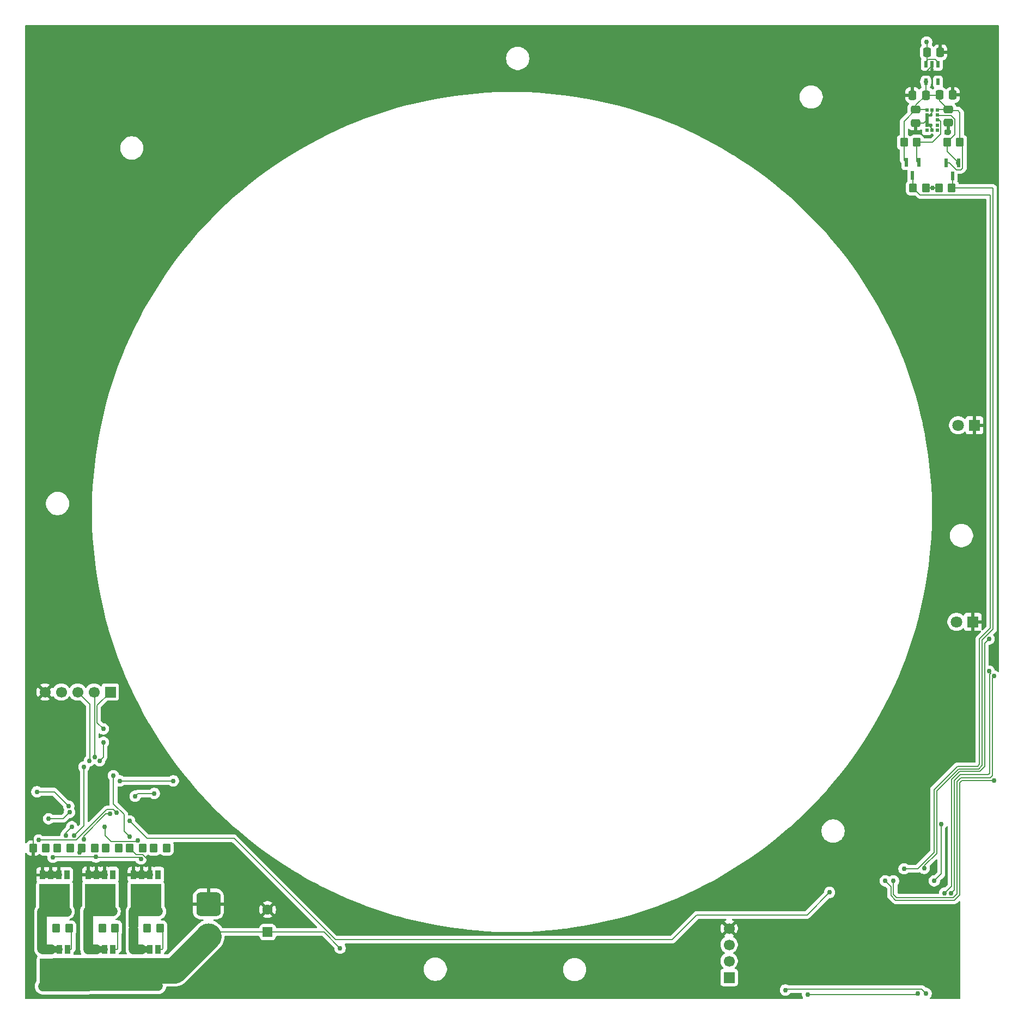
<source format=gbr>
%TF.GenerationSoftware,KiCad,Pcbnew,9.0.6*%
%TF.CreationDate,2025-12-17T16:52:13-05:00*%
%TF.ProjectId,HMS,484d532e-6b69-4636-9164-5f7063625858,rev?*%
%TF.SameCoordinates,Original*%
%TF.FileFunction,Copper,L2,Bot*%
%TF.FilePolarity,Positive*%
%FSLAX46Y46*%
G04 Gerber Fmt 4.6, Leading zero omitted, Abs format (unit mm)*
G04 Created by KiCad (PCBNEW 9.0.6) date 2025-12-17 16:52:13*
%MOMM*%
%LPD*%
G01*
G04 APERTURE LIST*
G04 Aperture macros list*
%AMRoundRect*
0 Rectangle with rounded corners*
0 $1 Rounding radius*
0 $2 $3 $4 $5 $6 $7 $8 $9 X,Y pos of 4 corners*
0 Add a 4 corners polygon primitive as box body*
4,1,4,$2,$3,$4,$5,$6,$7,$8,$9,$2,$3,0*
0 Add four circle primitives for the rounded corners*
1,1,$1+$1,$2,$3*
1,1,$1+$1,$4,$5*
1,1,$1+$1,$6,$7*
1,1,$1+$1,$8,$9*
0 Add four rect primitives between the rounded corners*
20,1,$1+$1,$2,$3,$4,$5,0*
20,1,$1+$1,$4,$5,$6,$7,0*
20,1,$1+$1,$6,$7,$8,$9,0*
20,1,$1+$1,$8,$9,$2,$3,0*%
G04 Aperture macros list end*
%TA.AperFunction,ComponentPad*%
%ADD10R,1.800000X1.800000*%
%TD*%
%TA.AperFunction,ComponentPad*%
%ADD11C,1.800000*%
%TD*%
%TA.AperFunction,ComponentPad*%
%ADD12R,1.700000X1.700000*%
%TD*%
%TA.AperFunction,ComponentPad*%
%ADD13C,1.700000*%
%TD*%
%TA.AperFunction,ComponentPad*%
%ADD14RoundRect,0.250000X0.550000X-0.550000X0.550000X0.550000X-0.550000X0.550000X-0.550000X-0.550000X0*%
%TD*%
%TA.AperFunction,ComponentPad*%
%ADD15C,1.600000*%
%TD*%
%TA.AperFunction,ComponentPad*%
%ADD16RoundRect,0.760000X-1.140000X1.140000X-1.140000X-1.140000X1.140000X-1.140000X1.140000X1.140000X0*%
%TD*%
%TA.AperFunction,ComponentPad*%
%ADD17C,4.000000*%
%TD*%
%TA.AperFunction,SMDPad,CuDef*%
%ADD18RoundRect,0.250000X0.350000X0.450000X-0.350000X0.450000X-0.350000X-0.450000X0.350000X-0.450000X0*%
%TD*%
%TA.AperFunction,SMDPad,CuDef*%
%ADD19R,0.850000X1.450000*%
%TD*%
%TA.AperFunction,SMDPad,CuDef*%
%ADD20R,0.850000X1.050000*%
%TD*%
%TA.AperFunction,SMDPad,CuDef*%
%ADD21R,4.700000X3.750000*%
%TD*%
%TA.AperFunction,SMDPad,CuDef*%
%ADD22R,1.000000X1.000000*%
%TD*%
%TA.AperFunction,SMDPad,CuDef*%
%ADD23RoundRect,0.250000X-0.350000X-0.450000X0.350000X-0.450000X0.350000X0.450000X-0.350000X0.450000X0*%
%TD*%
%TA.AperFunction,SMDPad,CuDef*%
%ADD24R,0.508000X0.977900*%
%TD*%
%TA.AperFunction,SMDPad,CuDef*%
%ADD25RoundRect,0.250000X-0.337500X-0.475000X0.337500X-0.475000X0.337500X0.475000X-0.337500X0.475000X0*%
%TD*%
%TA.AperFunction,SMDPad,CuDef*%
%ADD26RoundRect,0.250000X0.337500X0.475000X-0.337500X0.475000X-0.337500X-0.475000X0.337500X-0.475000X0*%
%TD*%
%TA.AperFunction,SMDPad,CuDef*%
%ADD27R,0.558800X1.320800*%
%TD*%
%TA.AperFunction,SMDPad,CuDef*%
%ADD28R,0.500000X0.500000*%
%TD*%
%TA.AperFunction,SMDPad,CuDef*%
%ADD29RoundRect,0.250000X-0.475000X0.337500X-0.475000X-0.337500X0.475000X-0.337500X0.475000X0.337500X0*%
%TD*%
%TA.AperFunction,ViaPad*%
%ADD30C,0.762000*%
%TD*%
%TA.AperFunction,Conductor*%
%ADD31C,0.203200*%
%TD*%
%TA.AperFunction,Conductor*%
%ADD32C,1.500000*%
%TD*%
%TA.AperFunction,Conductor*%
%ADD33C,4.000000*%
%TD*%
%TA.AperFunction,Conductor*%
%ADD34C,1.000000*%
%TD*%
G04 APERTURE END LIST*
D10*
%TO.P,D2,1,K*%
%TO.N,GNDREF*%
X167716200Y-116636800D03*
D11*
%TO.P,D2,2,A*%
%TO.N,Net-(D2-A)*%
X165176200Y-116636800D03*
%TD*%
D12*
%TO.P,J3,1,Pin_1*%
%TO.N,/MotorDriver/DTR*%
X33650000Y-127550000D03*
D13*
%TO.P,J3,2,Pin_2*%
%TO.N,/MotorDriver/Rx*%
X31110000Y-127550000D03*
%TO.P,J3,3,Pin_3*%
%TO.N,/MotorDriver/Tx*%
X28570000Y-127550000D03*
%TO.P,J3,4,Pin_4*%
%TO.N,/BuckRegulator/3V3*%
X26030000Y-127550000D03*
%TO.P,J3,5,Pin_5*%
%TO.N,GNDREF*%
X23490000Y-127550000D03*
%TD*%
D10*
%TO.P,D1,1,K*%
%TO.N,GNDREF*%
X167970200Y-86080600D03*
D11*
%TO.P,D1,2,A*%
%TO.N,Net-(D1-A)*%
X165430200Y-86080600D03*
%TD*%
D12*
%TO.P,J4,1,Pin_1*%
%TO.N,/Microcontorller/Rx*%
X129845200Y-171922600D03*
D13*
%TO.P,J4,2,Pin_2*%
%TO.N,/Microcontorller/Tx*%
X129845200Y-169382600D03*
%TO.P,J4,3,Pin_3*%
%TO.N,/BuckRegulator/3V3*%
X129845200Y-166842600D03*
%TO.P,J4,4,Pin_4*%
%TO.N,GNDREF*%
X129845200Y-164302600D03*
%TD*%
D14*
%TO.P,C12,1*%
%TO.N,/BuckRegulator/Battery*%
X58100000Y-164850000D03*
D15*
%TO.P,C12,2*%
%TO.N,GNDREF*%
X58100000Y-161350000D03*
%TD*%
D16*
%TO.P,J2,1,Pin_1*%
%TO.N,GNDREF*%
X48900000Y-160500000D03*
D17*
%TO.P,J2,2,Pin_2*%
%TO.N,/BuckRegulator/Battery*%
X48900000Y-165500000D03*
%TD*%
D18*
%TO.P,R32,1*%
%TO.N,/MotorDriver/GLA*%
X42395000Y-151791400D03*
%TO.P,R32,2*%
%TO.N,Net-(Q4-G)*%
X40395000Y-151791400D03*
%TD*%
%TO.P,R22,1*%
%TO.N,/MotorDriver/SensingC*%
X23645000Y-151791400D03*
%TO.P,R22,2*%
%TO.N,GNDREF*%
X21645000Y-151791400D03*
%TD*%
D19*
%TO.P,Q5,1,S_1*%
%TO.N,/MotorDriver/PHASEB*%
X30230000Y-167553900D03*
%TO.P,Q5,2,S_2*%
X31500000Y-167553900D03*
%TO.P,Q5,3,S_3*%
X32770000Y-167553900D03*
%TO.P,Q5,4,G*%
%TO.N,Net-(Q5-G)*%
X34040000Y-167553900D03*
D20*
%TO.P,Q5,5,D_1*%
%TO.N,/BuckRegulator/Battery*%
X34040000Y-173253900D03*
%TO.P,Q5,6,D_2*%
X32770000Y-173253900D03*
%TO.P,Q5,7,D_3*%
X31500000Y-173253900D03*
%TO.P,Q5,8,D_4*%
X30230000Y-173253900D03*
D21*
%TO.P,Q5,9,D_5*%
X32135000Y-170853900D03*
%TD*%
D22*
%TO.P,TP3,1,1*%
%TO.N,/MotorDriver/PHASEC*%
X23050000Y-164266400D03*
%TD*%
D23*
%TO.P,R4,1*%
%TO.N,/BuckRegulator/3V3*%
X162452201Y-49212401D03*
%TO.P,R4,2*%
%TO.N,/Distance/SCL*%
X164452201Y-49212401D03*
%TD*%
D18*
%TO.P,R2,1*%
%TO.N,/Distance/2V8*%
X165722201Y-42100401D03*
%TO.P,R2,2*%
%TO.N,/Distance/SCL_2.8 V*%
X163722201Y-42100401D03*
%TD*%
D24*
%TO.P,U2,1,IN*%
%TO.N,/BuckRegulator/3V3*%
X160413601Y-29971901D03*
%TO.P,U2,2,GND*%
%TO.N,GNDREF*%
X161363602Y-29971901D03*
%TO.P,U2,3,EN*%
%TO.N,/BuckRegulator/3V3*%
X162313603Y-29971901D03*
%TO.P,U2,4,BYP*%
%TO.N,unconnected-(U2-BYP-Pad4)*%
X162313603Y-32702401D03*
%TO.P,U2,5,OUT*%
%TO.N,/Distance/2V8*%
X160413601Y-32702401D03*
%TD*%
D23*
%TO.P,R31,1*%
%TO.N,/MotorDriver/GHA*%
X39400000Y-164241400D03*
%TO.P,R31,2*%
%TO.N,Net-(Q3-G)*%
X41400000Y-164241400D03*
%TD*%
D25*
%TO.P,C2,1*%
%TO.N,/Distance/2V8*%
X162521801Y-34734401D03*
%TO.P,C2,2*%
%TO.N,GNDREF*%
X164596801Y-34734401D03*
%TD*%
D18*
%TO.P,R29,1*%
%TO.N,/MotorDriver/SensingA*%
X38670000Y-151791400D03*
%TO.P,R29,2*%
%TO.N,GNDREF*%
X36670000Y-151791400D03*
%TD*%
D22*
%TO.P,TP2,1,1*%
%TO.N,/MotorDriver/PHASEB*%
X30210000Y-164241400D03*
%TD*%
D23*
%TO.P,R18,1*%
%TO.N,/MotorDriver/GHC*%
X25250000Y-164291400D03*
%TO.P,R18,2*%
%TO.N,Net-(Q7-G)*%
X27250000Y-164291400D03*
%TD*%
%TO.P,R1,1*%
%TO.N,/Distance/2V8*%
X157016601Y-42100401D03*
%TO.P,R1,2*%
%TO.N,/Distance/SDA_2.8 V*%
X159016601Y-42100401D03*
%TD*%
D18*
%TO.P,R26,1*%
%TO.N,/MotorDriver/SensingB*%
X31195000Y-151766400D03*
%TO.P,R26,2*%
%TO.N,GNDREF*%
X29195000Y-151766400D03*
%TD*%
D19*
%TO.P,Q6,1,S_1*%
%TO.N,GNDREF*%
X30205000Y-155941400D03*
%TO.P,Q6,2,S_2*%
X31475000Y-155941400D03*
%TO.P,Q6,3,S_3*%
X32745000Y-155941400D03*
%TO.P,Q6,4,G*%
%TO.N,Net-(Q6-G)*%
X34015000Y-155941400D03*
D20*
%TO.P,Q6,5,D_1*%
%TO.N,/MotorDriver/PHASEB*%
X34015000Y-161641400D03*
%TO.P,Q6,6,D_2*%
X32745000Y-161641400D03*
%TO.P,Q6,7,D_3*%
X31475000Y-161641400D03*
%TO.P,Q6,8,D_4*%
X30205000Y-161641400D03*
D21*
%TO.P,Q6,9,D_5*%
X32110000Y-159241400D03*
%TD*%
D18*
%TO.P,R19,1*%
%TO.N,/MotorDriver/GLC*%
X27420000Y-151791400D03*
%TO.P,R19,2*%
%TO.N,Net-(Q8-G)*%
X25420000Y-151791400D03*
%TD*%
D26*
%TO.P,C16,1*%
%TO.N,/Distance/2V8*%
X160413601Y-34759801D03*
%TO.P,C16,2*%
%TO.N,GNDREF*%
X158338601Y-34759801D03*
%TD*%
D23*
%TO.P,R12,1*%
%TO.N,/MotorDriver/GHB*%
X32400000Y-164216400D03*
%TO.P,R12,2*%
%TO.N,Net-(Q5-G)*%
X34400000Y-164216400D03*
%TD*%
D19*
%TO.P,Q8,1,S_1*%
%TO.N,GNDREF*%
X23080000Y-155991400D03*
%TO.P,Q8,2,S_2*%
X24350000Y-155991400D03*
%TO.P,Q8,3,S_3*%
X25620000Y-155991400D03*
%TO.P,Q8,4,G*%
%TO.N,Net-(Q8-G)*%
X26890000Y-155991400D03*
D20*
%TO.P,Q8,5,D_1*%
%TO.N,/MotorDriver/PHASEC*%
X26890000Y-161691400D03*
%TO.P,Q8,6,D_2*%
X25620000Y-161691400D03*
%TO.P,Q8,7,D_3*%
X24350000Y-161691400D03*
%TO.P,Q8,8,D_4*%
X23080000Y-161691400D03*
D21*
%TO.P,Q8,9,D_5*%
X24985000Y-159291400D03*
%TD*%
D18*
%TO.P,R3,1*%
%TO.N,/BuckRegulator/3V3*%
X160413601Y-49161601D03*
%TO.P,R3,2*%
%TO.N,/Distance/SDA*%
X158413601Y-49161601D03*
%TD*%
D19*
%TO.P,Q3,1,S_1*%
%TO.N,/MotorDriver/PHASEA*%
X37280000Y-167541400D03*
%TO.P,Q3,2,S_2*%
X38550000Y-167541400D03*
%TO.P,Q3,3,S_3*%
X39820000Y-167541400D03*
%TO.P,Q3,4,G*%
%TO.N,Net-(Q3-G)*%
X41090000Y-167541400D03*
D20*
%TO.P,Q3,5,D_1*%
%TO.N,/BuckRegulator/Battery*%
X41090000Y-173241400D03*
%TO.P,Q3,6,D_2*%
X39820000Y-173241400D03*
%TO.P,Q3,7,D_3*%
X38550000Y-173241400D03*
%TO.P,Q3,8,D_4*%
X37280000Y-173241400D03*
D21*
%TO.P,Q3,9,D_5*%
X39185000Y-170841400D03*
%TD*%
D27*
%TO.P,Q1,1,G*%
%TO.N,/Distance/2V8*%
X157400000Y-45250000D03*
%TO.P,Q1,2,S*%
%TO.N,/Distance/SDA_2.8 V*%
X159305000Y-45250000D03*
%TO.P,Q1,3,D*%
%TO.N,/Distance/SDA*%
X158352500Y-47282000D03*
%TD*%
D28*
%TO.P,U1,1,AVDDVCSEL*%
%TO.N,/Distance/2V8*%
X160578800Y-37046002D03*
%TO.P,U1,2,AVSSVCSEL*%
%TO.N,GNDREF*%
X160578800Y-37846000D03*
%TO.P,U1,3,GND*%
X160578800Y-38646001D03*
%TO.P,U1,4,GND2*%
X160578800Y-39446002D03*
%TO.P,U1,5,XSHUT*%
%TO.N,unconnected-(U1-XSHUT-Pad5)*%
X160578800Y-40246000D03*
%TO.P,U1,6,GND3*%
%TO.N,GNDREF*%
X161378801Y-40246000D03*
%TO.P,U1,7,GPIO1*%
%TO.N,unconnected-(U1-GPIO1-Pad7)*%
X162178802Y-40246000D03*
%TO.P,U1,8,DNC*%
%TO.N,unconnected-(U1-DNC-Pad8)*%
X162178802Y-39446002D03*
%TO.P,U1,9,SDA*%
%TO.N,/Distance/SDA_2.8 V*%
X162178802Y-38646001D03*
%TO.P,U1,10,SCL*%
%TO.N,/Distance/SCL_2.8 V*%
X162178802Y-37846000D03*
%TO.P,U1,11,AVDD*%
%TO.N,/Distance/2V8*%
X162178802Y-37046002D03*
%TO.P,U1,12,GND4*%
%TO.N,GNDREF*%
X161378801Y-37046002D03*
%TD*%
D29*
%TO.P,C1,1*%
%TO.N,/Distance/2V8*%
X158813401Y-37020401D03*
%TO.P,C1,2*%
%TO.N,GNDREF*%
X158813401Y-39095401D03*
%TD*%
%TO.P,C15,1*%
%TO.N,/Distance/2V8*%
X163893401Y-36995001D03*
%TO.P,C15,2*%
%TO.N,GNDREF*%
X163893401Y-39070001D03*
%TD*%
D19*
%TO.P,Q7,1,S_1*%
%TO.N,/MotorDriver/PHASEC*%
X23160000Y-167591400D03*
%TO.P,Q7,2,S_2*%
X24430000Y-167591400D03*
%TO.P,Q7,3,S_3*%
X25700000Y-167591400D03*
%TO.P,Q7,4,G*%
%TO.N,Net-(Q7-G)*%
X26970000Y-167591400D03*
D20*
%TO.P,Q7,5,D_1*%
%TO.N,/BuckRegulator/Battery*%
X26970000Y-173291400D03*
%TO.P,Q7,6,D_2*%
X25700000Y-173291400D03*
%TO.P,Q7,7,D_3*%
X24430000Y-173291400D03*
%TO.P,Q7,8,D_4*%
X23160000Y-173291400D03*
D21*
%TO.P,Q7,9,D_5*%
X25065000Y-170891400D03*
%TD*%
D27*
%TO.P,Q2,1,G*%
%TO.N,/Distance/2V8*%
X163597500Y-45268000D03*
%TO.P,Q2,2,S*%
%TO.N,/Distance/SCL_2.8 V*%
X165502500Y-45268000D03*
%TO.P,Q2,3,D*%
%TO.N,/Distance/SCL*%
X164550000Y-47300000D03*
%TD*%
D19*
%TO.P,Q4,1,S_1*%
%TO.N,GNDREF*%
X37280000Y-155950000D03*
%TO.P,Q4,2,S_2*%
X38550000Y-155950000D03*
%TO.P,Q4,3,S_3*%
X39820000Y-155950000D03*
%TO.P,Q4,4,G*%
%TO.N,Net-(Q4-G)*%
X41090000Y-155950000D03*
D20*
%TO.P,Q4,5,D_1*%
%TO.N,/MotorDriver/PHASEA*%
X41090000Y-161650000D03*
%TO.P,Q4,6,D_2*%
X39820000Y-161650000D03*
%TO.P,Q4,7,D_3*%
X38550000Y-161650000D03*
%TO.P,Q4,8,D_4*%
X37280000Y-161650000D03*
D21*
%TO.P,Q4,9,D_5*%
X39185000Y-159250000D03*
%TD*%
D22*
%TO.P,TP1,1,1*%
%TO.N,/MotorDriver/PHASEA*%
X37287200Y-164236400D03*
%TD*%
D18*
%TO.P,R17,1*%
%TO.N,/MotorDriver/GLB*%
X34945000Y-151791400D03*
%TO.P,R17,2*%
%TO.N,Net-(Q6-G)*%
X32945000Y-151791400D03*
%TD*%
D25*
%TO.P,C3,1*%
%TO.N,/BuckRegulator/3V3*%
X160599201Y-28105001D03*
%TO.P,C3,2*%
%TO.N,GNDREF*%
X162674201Y-28105001D03*
%TD*%
D30*
%TO.N,/Distance/2V8*%
X160413601Y-32702401D03*
%TO.N,/Distance/SDA_2.8 V*%
X159016601Y-42100401D03*
%TO.N,/Distance/SCL_2.8 V*%
X165459401Y-45268000D03*
%TO.N,/BuckRegulator/Battery*%
X69375000Y-167350000D03*
%TO.N,/MotorDriver/PHASEA*%
X39660000Y-160350000D03*
%TO.N,/MotorDriver/PHASEB*%
X32535000Y-160016400D03*
%TO.N,/MotorDriver/PHASEC*%
X25435000Y-160016400D03*
%TO.N,GNDREF*%
X156650000Y-166600000D03*
X40550000Y-140150000D03*
X158813401Y-39095401D03*
X140700000Y-166500000D03*
X168895400Y-73100000D03*
X155200000Y-164149000D03*
X159050000Y-164150000D03*
X163850000Y-40600000D03*
X35700000Y-167900000D03*
X160700000Y-143450000D03*
X37800000Y-135350000D03*
X28864200Y-154350000D03*
X30500000Y-142035800D03*
X154000000Y-164150000D03*
X156450000Y-163050000D03*
X156500000Y-161750000D03*
X94850000Y-172450000D03*
X140650000Y-170650000D03*
X156562600Y-164200000D03*
X156562600Y-165450000D03*
X28864200Y-152514200D03*
X66000000Y-167350000D03*
X40550000Y-149300000D03*
X21250000Y-149550000D03*
X155850000Y-39150000D03*
X167650000Y-128150000D03*
X164300000Y-173200000D03*
X157850000Y-164149000D03*
X70600000Y-167400000D03*
X167550000Y-132350000D03*
X30700000Y-143800000D03*
X43300000Y-166750000D03*
X28550000Y-167950000D03*
X22400000Y-131400000D03*
X35300000Y-143000000D03*
X160800000Y-149800000D03*
X166800000Y-40600000D03*
X155750000Y-147700000D03*
%TO.N,/Microcontorller/Tx*%
X160472600Y-174399000D03*
X138592148Y-173864201D03*
%TO.N,/Microcontorller/Rx*%
X142050000Y-174550000D03*
X159202600Y-174399000D03*
%TO.N,/Buttons/Land*%
X171000000Y-141268000D03*
X154122600Y-156899000D03*
%TO.N,/LED/RED LED*%
X170256200Y-119314200D03*
X163350000Y-158806800D03*
%TO.N,/LED/GREEN LED*%
X170256200Y-124322618D03*
X164339996Y-158806800D03*
%TO.N,/Microcontorller/PWM*%
X36626991Y-147576991D03*
X145450000Y-158700000D03*
%TO.N,/Microcontorller/~{RESET}*%
X161742600Y-156899000D03*
X162820600Y-148056600D03*
%TO.N,/Buttons/Hover*%
X155392600Y-156899000D03*
X171000000Y-125080800D03*
%TO.N,/MotorDriver/GLC*%
X27420000Y-151791400D03*
%TO.N,/MotorDriver/BH*%
X33638169Y-146510086D03*
X29550000Y-150435800D03*
%TO.N,/MotorDriver/CH*%
X34587139Y-146333814D03*
X22500000Y-150550000D03*
%TO.N,/MotorDriver/CL*%
X29540800Y-139180000D03*
X28050000Y-149864200D03*
%TO.N,/MotorDriver/GLA*%
X42395000Y-151791400D03*
%TO.N,/MotorDriver/AH*%
X37965921Y-150581043D03*
X32799999Y-148460987D03*
%TO.N,/MotorDriver/GHB*%
X32400000Y-164216400D03*
%TO.N,/MotorDriver/BL*%
X34150000Y-140550000D03*
X36650000Y-150064200D03*
%TO.N,/MotorDriver/GHA*%
X39400000Y-164241400D03*
%TO.N,/MotorDriver/GLB*%
X34945000Y-151791400D03*
%TO.N,/MotorDriver/GHC*%
X25413342Y-164093473D03*
%TO.N,/MotorDriver/AL*%
X43450000Y-141350000D03*
X35100000Y-141350000D03*
%TO.N,/MotorDriver/~{RESET}*%
X32568800Y-135367200D03*
X31999999Y-138239013D03*
%TO.N,/MotorDriver/Tx*%
X30400001Y-138239013D03*
%TO.N,/MotorDriver/Rx*%
X31199999Y-137698999D03*
%TO.N,/MotorDriver/SensingC*%
X23645000Y-151791400D03*
%TO.N,/MotorDriver/COMMON*%
X38400000Y-153485800D03*
X27650000Y-148491600D03*
X24733200Y-153250000D03*
X26750000Y-149864200D03*
X31400000Y-153200000D03*
%TO.N,/MotorDriver/SensingB*%
X31195000Y-151766400D03*
%TO.N,/MotorDriver/SensingA*%
X38670000Y-151791400D03*
%TO.N,/BuckRegulator/3V3*%
X160550000Y-26500000D03*
X161450000Y-49161601D03*
%TO.N,/MotorDriver/DTR*%
X32568800Y-133292200D03*
%TO.N,/Distance/SDA*%
X157022800Y-155016200D03*
X158413601Y-49161601D03*
%TO.N,/Distance/SCL*%
X160172400Y-154965400D03*
X164452201Y-49212401D03*
%TO.N,Net-(U4-PB6)*%
X27189073Y-145291195D03*
X22231700Y-143048200D03*
%TO.N,Net-(U4-AREF)*%
X40500000Y-143300000D03*
X37510987Y-143750001D03*
%TO.N,Net-(U4-PB7)*%
X24056600Y-147247600D03*
X27300000Y-146250000D03*
%TO.N,Net-(Q8-G)*%
X26900000Y-156050000D03*
X25420000Y-151791400D03*
%TO.N,Net-(Q6-G)*%
X34050000Y-156050000D03*
X32945000Y-151791400D03*
%TO.N,Net-(Q4-G)*%
X40395000Y-151791400D03*
X41100000Y-156000000D03*
%TD*%
D31*
%TO.N,/Distance/2V8*%
X164100657Y-45326201D02*
X163639401Y-45326201D01*
X160413601Y-34759801D02*
X162496401Y-34759801D01*
X163893401Y-36995001D02*
X164048400Y-37150000D01*
X162229803Y-36995001D02*
X162178802Y-37046002D01*
X166145201Y-46106657D02*
X165882357Y-46369501D01*
X157016601Y-38817201D02*
X157016601Y-42100401D01*
X162496401Y-34759801D02*
X162521801Y-34734401D01*
X160553199Y-37020401D02*
X160578800Y-37046002D01*
X165722201Y-42100401D02*
X166145201Y-42523401D01*
X157016601Y-42100401D02*
X157016601Y-44900601D01*
X162521801Y-34734401D02*
X162521801Y-35623401D01*
X158813401Y-37020401D02*
X160553199Y-37020401D01*
X165882357Y-46369501D02*
X165143957Y-46369501D01*
X163893401Y-36995001D02*
X162229803Y-36995001D01*
X158813401Y-37020401D02*
X157016601Y-38817201D01*
X160413601Y-32702401D02*
X160413601Y-34759801D01*
X165722201Y-37472201D02*
X165722201Y-42100401D01*
X160413601Y-34759801D02*
X158813401Y-36360001D01*
X162521801Y-35623401D02*
X163893401Y-36995001D01*
X157016601Y-44900601D02*
X157421401Y-45305401D01*
X165400000Y-37150000D02*
X165722201Y-37472201D01*
X166145201Y-42523401D02*
X166145201Y-46106657D01*
X158813401Y-36360001D02*
X158813401Y-37020401D01*
X165143957Y-46369501D02*
X164100657Y-45326201D01*
X164048400Y-37150000D02*
X165400000Y-37150000D01*
%TO.N,/Distance/SDA_2.8 V*%
X162734602Y-38890202D02*
X162734602Y-40801800D01*
X159016601Y-45000601D02*
X159321401Y-45305401D01*
X159016601Y-42100401D02*
X159016601Y-45000601D01*
X162490401Y-38646001D02*
X162734602Y-38890202D01*
X161436001Y-42100401D02*
X159016601Y-42100401D01*
X162734602Y-40801800D02*
X161436001Y-42100401D01*
X162178802Y-38646001D02*
X162490401Y-38646001D01*
%TO.N,/Distance/SCL_2.8 V*%
X163722201Y-43509001D02*
X165539401Y-45326201D01*
X164924201Y-40898401D02*
X163722201Y-42100401D01*
X164924201Y-38495355D02*
X164924201Y-40898401D01*
X163722201Y-42100401D02*
X163722201Y-43509001D01*
X162221103Y-37888301D02*
X164317147Y-37888301D01*
X164317147Y-37888301D02*
X164924201Y-38495355D01*
X162178802Y-37846000D02*
X162221103Y-37888301D01*
D32*
%TO.N,/BuckRegulator/Battery*%
X38550000Y-173241400D02*
X37280000Y-173241400D01*
D33*
X39185000Y-170841400D02*
X43558600Y-170841400D01*
D32*
X32770000Y-173253900D02*
X31500000Y-173253900D01*
D31*
X58100000Y-164850000D02*
X49550000Y-164850000D01*
X49550000Y-164850000D02*
X48900000Y-165500000D01*
D32*
X26970000Y-173291400D02*
X25700000Y-173291400D01*
D33*
X25065000Y-170891400D02*
X32097500Y-170891400D01*
X43558600Y-170841400D02*
X48900000Y-165500000D01*
D32*
X25700000Y-173291400D02*
X24430000Y-173291400D01*
X39820000Y-173241400D02*
X38550000Y-173241400D01*
D33*
X32135000Y-170853900D02*
X39172500Y-170853900D01*
D31*
X66875000Y-164850000D02*
X69375000Y-167350000D01*
X32097500Y-170891400D02*
X32135000Y-170853900D01*
D32*
X23160000Y-173291400D02*
X24430000Y-173291400D01*
X34040000Y-173253900D02*
X32770000Y-173253900D01*
D31*
X34052500Y-173241400D02*
X34040000Y-173253900D01*
D32*
X37280000Y-173241400D02*
X34052500Y-173241400D01*
X26970000Y-173291400D02*
X30192500Y-173291400D01*
D31*
X58100000Y-164850000D02*
X66875000Y-164850000D01*
D32*
X39820000Y-173241400D02*
X41090000Y-173241400D01*
X30230000Y-173253900D02*
X31500000Y-173253900D01*
D31*
X30192500Y-173291400D02*
X30230000Y-173253900D01*
X39172500Y-170853900D02*
X39185000Y-170841400D01*
D32*
%TO.N,/MotorDriver/PHASEA*%
X39820000Y-161650000D02*
X38550000Y-161650000D01*
X38550000Y-161650000D02*
X37280000Y-161650000D01*
D34*
X38550000Y-167541400D02*
X39710800Y-167541400D01*
D32*
X37280000Y-163920000D02*
X37280000Y-161650000D01*
X38550000Y-167541400D02*
X37280000Y-167541400D01*
X37280000Y-167541400D02*
X37280000Y-164436400D01*
X41090000Y-161650000D02*
X39820000Y-161650000D01*
%TO.N,/MotorDriver/PHASEB*%
X30230000Y-167553900D02*
X31500000Y-167553900D01*
X31475000Y-161641400D02*
X30205000Y-161641400D01*
X30230000Y-164261400D02*
X30210000Y-164241400D01*
X34015000Y-161641400D02*
X32745000Y-161641400D01*
D34*
X32770000Y-167553900D02*
X31500000Y-167553900D01*
D32*
X30210000Y-161646400D02*
X30205000Y-161641400D01*
X30210000Y-164241400D02*
X30210000Y-161646400D01*
X30230000Y-167553900D02*
X30230000Y-164261400D01*
X32745000Y-161641400D02*
X31475000Y-161641400D01*
%TO.N,/MotorDriver/PHASEC*%
X23050000Y-167481400D02*
X23160000Y-167591400D01*
D34*
X25700000Y-167591400D02*
X24430000Y-167591400D01*
D32*
X23050000Y-164266400D02*
X23050000Y-161721400D01*
X23050000Y-161721400D02*
X23080000Y-161691400D01*
X23050000Y-164266400D02*
X23050000Y-167481400D01*
X26890000Y-161691400D02*
X25620000Y-161691400D01*
X25620000Y-161691400D02*
X24350000Y-161691400D01*
X24350000Y-161691400D02*
X23080000Y-161691400D01*
X24430000Y-167591400D02*
X23160000Y-167591400D01*
D31*
%TO.N,GNDREF*%
X21250000Y-149550000D02*
X21645000Y-149945000D01*
X158338601Y-33231852D02*
X158338601Y-34759801D01*
X21645000Y-149945000D02*
X21645000Y-151791400D01*
X160129400Y-39095401D02*
X160578800Y-38646001D01*
D34*
X30205000Y-155941400D02*
X31475000Y-155941400D01*
D31*
X161363602Y-30206851D02*
X158338601Y-33231852D01*
D34*
X39820000Y-155950000D02*
X38550000Y-155950000D01*
D31*
X160578800Y-37846000D02*
X160578800Y-38646001D01*
X161378801Y-37471199D02*
X161004000Y-37846000D01*
X39820000Y-153934518D02*
X39820000Y-155950000D01*
X161004000Y-37846000D02*
X160578800Y-37846000D01*
X163893401Y-39070001D02*
X163893401Y-40556599D01*
X163893401Y-40556599D02*
X163850000Y-40600000D01*
D34*
X23080000Y-155991400D02*
X24350000Y-155991400D01*
X24350000Y-155991400D02*
X25620000Y-155991400D01*
D31*
X29195000Y-151766400D02*
X29195000Y-152183400D01*
D34*
X37280000Y-155950000D02*
X38550000Y-155950000D01*
D31*
X161378801Y-37046002D02*
X161378801Y-37471199D01*
X161363602Y-29971901D02*
X161363602Y-30206851D01*
X161378801Y-40246000D02*
X161378801Y-39934401D01*
X160578800Y-38646001D02*
X160578800Y-39446002D01*
X37675800Y-152797200D02*
X38682682Y-152797200D01*
X29195000Y-152183400D02*
X28864200Y-152514200D01*
X38682682Y-152797200D02*
X39820000Y-153934518D01*
X160890402Y-39446002D02*
X160578800Y-39446002D01*
X161378801Y-39934401D02*
X160890402Y-39446002D01*
D34*
X31475000Y-155941400D02*
X32745000Y-155941400D01*
D31*
X36670000Y-151791400D02*
X37675800Y-152797200D01*
X158813401Y-39095401D02*
X160129400Y-39095401D01*
%TO.N,/Microcontorller/Tx*%
X138592148Y-173864201D02*
X138744149Y-173712200D01*
X159785800Y-173712200D02*
X160472600Y-174399000D01*
X138744149Y-173712200D02*
X159785800Y-173712200D01*
%TO.N,/Microcontorller/Rx*%
X142050000Y-174550000D02*
X159051600Y-174550000D01*
X159051600Y-174550000D02*
X159202600Y-174399000D01*
%TO.N,/Buttons/Land*%
X171000000Y-141268000D02*
X166008502Y-141268000D01*
X154992600Y-159168750D02*
X154992600Y-157792600D01*
X155723849Y-159900000D02*
X154992600Y-159168750D01*
X154122600Y-156922600D02*
X154122600Y-156899000D01*
X166008502Y-141268000D02*
X165670000Y-141606502D01*
X165670000Y-141606502D02*
X165670000Y-159106151D01*
X154992600Y-157792600D02*
X154122600Y-156922600D01*
X164876150Y-159900000D02*
X155723849Y-159900000D01*
X165670000Y-159106151D02*
X164876150Y-159900000D01*
%TO.N,/LED/RED LED*%
X169569400Y-139132900D02*
X168802300Y-139900000D01*
X164427673Y-141120379D02*
X164427673Y-157729127D01*
X169569400Y-120001000D02*
X169569400Y-139132900D01*
X168802300Y-139900000D02*
X165648052Y-139900000D01*
X165648052Y-139900000D02*
X164427673Y-141120379D01*
X170256200Y-119314200D02*
X169569400Y-120001000D01*
X164427673Y-157729127D02*
X163350000Y-158806800D01*
%TO.N,/LED/GREEN LED*%
X170521550Y-124587968D02*
X170256200Y-124322618D01*
X165700000Y-140424202D02*
X165727034Y-140397168D01*
X165700000Y-140453200D02*
X165700000Y-140424202D01*
X164855200Y-158291596D02*
X164855200Y-141269002D01*
X170313200Y-125365282D02*
X170313200Y-124796318D01*
X170323400Y-125375482D02*
X170313200Y-125365282D01*
X170313200Y-124796318D02*
X170521550Y-124587968D01*
X165671002Y-140453200D02*
X165700000Y-140453200D01*
X170323400Y-140176600D02*
X170323400Y-125375482D01*
X170102832Y-140397168D02*
X170323400Y-140176600D01*
X164339996Y-158806800D02*
X164855200Y-158291596D01*
X165727034Y-140397168D02*
X170102832Y-140397168D01*
X164855200Y-141269002D02*
X165671002Y-140453200D01*
%TO.N,/Microcontorller/PWM*%
X68650000Y-166050000D02*
X52900000Y-150300000D01*
X124800000Y-162200000D02*
X120950000Y-166050000D01*
X52900000Y-150300000D02*
X39350000Y-150300000D01*
X145450000Y-158700000D02*
X141950000Y-162200000D01*
X141950000Y-162200000D02*
X124800000Y-162200000D01*
X120950000Y-166050000D02*
X68650000Y-166050000D01*
X39350000Y-150300000D02*
X36626991Y-147576991D01*
%TO.N,/Microcontorller/~{RESET}*%
X162820600Y-148056600D02*
X162820600Y-155821000D01*
X162820600Y-155821000D02*
X161742600Y-156899000D01*
%TO.N,/Buttons/Hover*%
X170730800Y-140565918D02*
X170436118Y-140860600D01*
X170436118Y-140860600D02*
X165839752Y-140860600D01*
X165262600Y-141437752D02*
X165262600Y-158937400D01*
X155892600Y-159492600D02*
X155400000Y-159000000D01*
X165839752Y-140860600D02*
X165262600Y-141437752D01*
X155400000Y-159000000D02*
X155400000Y-156906400D01*
X165262600Y-158937400D02*
X164707400Y-159492600D01*
X170730800Y-125350000D02*
X170730800Y-140565918D01*
X164707400Y-159492600D02*
X155892600Y-159492600D01*
X155400000Y-156906400D02*
X155392600Y-156899000D01*
X171000000Y-125080800D02*
X170730800Y-125350000D01*
%TO.N,/MotorDriver/BH*%
X32966064Y-146510086D02*
X33638169Y-146510086D01*
X29550000Y-149926150D02*
X32966064Y-146510086D01*
X29550000Y-150435800D02*
X29550000Y-149926150D01*
%TO.N,/MotorDriver/CH*%
X33076714Y-145823286D02*
X34076611Y-145823286D01*
X28350000Y-150550000D02*
X33076714Y-145823286D01*
X22500000Y-150550000D02*
X28350000Y-150550000D01*
X34076611Y-145823286D02*
X34587139Y-146333814D01*
%TO.N,/MotorDriver/CL*%
X28050000Y-149864200D02*
X29540800Y-148373400D01*
X29540800Y-148373400D02*
X29540800Y-139180000D01*
%TO.N,/MotorDriver/AH*%
X32799999Y-148460987D02*
X32850000Y-148510988D01*
X37796964Y-150750000D02*
X37965921Y-150581043D01*
X33750000Y-150750000D02*
X37796964Y-150750000D01*
X32850000Y-149850000D02*
X33750000Y-150750000D01*
X32850000Y-148510988D02*
X32850000Y-149850000D01*
%TO.N,/MotorDriver/BL*%
X35800000Y-146575393D02*
X34150000Y-144925393D01*
X36650000Y-150064200D02*
X35800000Y-149214200D01*
X34150000Y-144925393D02*
X34150000Y-140550000D01*
X35800000Y-149214200D02*
X35800000Y-146575393D01*
%TO.N,/MotorDriver/AL*%
X43450000Y-141350000D02*
X35100000Y-141350000D01*
%TO.N,/MotorDriver/~{RESET}*%
X32568800Y-137670214D02*
X31999999Y-138239013D01*
X32568800Y-135367200D02*
X32568800Y-137670214D01*
%TO.N,/MotorDriver/Tx*%
X30500000Y-129480000D02*
X30500000Y-138139014D01*
X28570000Y-127550000D02*
X30500000Y-129480000D01*
X30500000Y-138139014D02*
X30400001Y-138239013D01*
%TO.N,/MotorDriver/Rx*%
X31110000Y-127550000D02*
X31199999Y-127639999D01*
X31199999Y-127639999D02*
X31199999Y-137698999D01*
%TO.N,/MotorDriver/COMMON*%
X31400000Y-153200000D02*
X24783200Y-153200000D01*
X38154834Y-153240634D02*
X31440634Y-153240634D01*
X31440634Y-153240634D02*
X31400000Y-153200000D01*
X24783200Y-153200000D02*
X24733200Y-153250000D01*
X26750000Y-149391600D02*
X27650000Y-148491600D01*
X26750000Y-149864200D02*
X26750000Y-149391600D01*
X38400000Y-153485800D02*
X38154834Y-153240634D01*
%TO.N,/BuckRegulator/3V3*%
X160599201Y-26549201D02*
X160550000Y-26500000D01*
X160599201Y-28105001D02*
X160599201Y-29786301D01*
X160803802Y-29177151D02*
X161877151Y-29177151D01*
X160599201Y-29786301D02*
X160413601Y-29971901D01*
X161550000Y-49161601D02*
X162401401Y-49161601D01*
X162313603Y-29613603D02*
X162313603Y-29971901D01*
X161877151Y-29177151D02*
X162313603Y-29613603D01*
X160413601Y-29971901D02*
X160413601Y-29567352D01*
X160599201Y-28105001D02*
X160599201Y-26549201D01*
X160413601Y-29567352D02*
X160803802Y-29177151D01*
X160413601Y-49161601D02*
X161550000Y-49161601D01*
X162401401Y-49161601D02*
X162452201Y-49212401D01*
%TO.N,/MotorDriver/DTR*%
X31607399Y-129592601D02*
X31607399Y-132330799D01*
X31607399Y-132330799D02*
X32568800Y-133292200D01*
X33650000Y-127550000D02*
X31607399Y-129592601D01*
%TO.N,/Distance/SDA*%
X161692600Y-152457400D02*
X159133800Y-155016200D01*
X158371401Y-49119401D02*
X158371401Y-48273418D01*
X165310552Y-139085200D02*
X161692600Y-142703152D01*
X168754600Y-138795400D02*
X168464800Y-139085200D01*
X168754600Y-119268368D02*
X168754600Y-138795400D01*
X161692600Y-142703152D02*
X161692600Y-152457400D01*
X158413601Y-49161601D02*
X158371401Y-49119401D01*
X159502000Y-50250000D02*
X170442600Y-50250000D01*
X159133800Y-155016200D02*
X157022800Y-155016200D01*
X158371401Y-48170058D02*
X158371401Y-47180401D01*
X168464800Y-139085200D02*
X165310552Y-139085200D01*
X158371401Y-48273418D02*
X158371401Y-48170058D01*
X158413601Y-49161601D02*
X159502000Y-50250000D01*
X170442600Y-117580368D02*
X168754600Y-119268368D01*
X170442600Y-50250000D02*
X170442600Y-117580368D01*
%TO.N,/Distance/SCL*%
X164589401Y-49075201D02*
X164452201Y-49212401D01*
X164452201Y-49212401D02*
X170812401Y-49212401D01*
X162100000Y-152626151D02*
X160172400Y-154553750D01*
X170850000Y-49250000D02*
X170850000Y-117749118D01*
X165479302Y-139492600D02*
X162100000Y-142871902D01*
X164589401Y-47201201D02*
X164589401Y-48158574D01*
X169162000Y-119437118D02*
X169162000Y-138964150D01*
X170812401Y-49212401D02*
X170850000Y-49250000D01*
X170850000Y-117749118D02*
X169162000Y-119437118D01*
X169162000Y-138964150D02*
X168633550Y-139492600D01*
X164589401Y-48158574D02*
X164589401Y-49075201D01*
X162100000Y-142871902D02*
X162100000Y-152626151D01*
X160172400Y-154553750D02*
X160172400Y-154965400D01*
X168633550Y-139492600D02*
X165479302Y-139492600D01*
%TO.N,Net-(U4-PB6)*%
X24946078Y-143048200D02*
X27189073Y-145291195D01*
X22231700Y-143048200D02*
X24946078Y-143048200D01*
%TO.N,Net-(U4-AREF)*%
X40450000Y-143350000D02*
X37910986Y-143350000D01*
X40500000Y-143300000D02*
X40450000Y-143350000D01*
X37910986Y-143350000D02*
X37510987Y-143750001D01*
%TO.N,Net-(U4-PB7)*%
X24056600Y-147247600D02*
X26302400Y-147247600D01*
X26302400Y-147247600D02*
X27300000Y-146250000D01*
%TO.N,Net-(Q8-G)*%
X26890000Y-155991400D02*
X26890000Y-156040000D01*
X26890000Y-156040000D02*
X26900000Y-156050000D01*
%TO.N,Net-(Q7-G)*%
X26970000Y-167591400D02*
X27508600Y-167591400D01*
X27635000Y-167465000D02*
X27635000Y-164291400D01*
X27508600Y-167591400D02*
X27635000Y-167465000D01*
%TO.N,Net-(Q6-G)*%
X34015000Y-155941400D02*
X34015000Y-156015000D01*
X34015000Y-156015000D02*
X34050000Y-156050000D01*
%TO.N,Net-(Q5-G)*%
X34810000Y-167490000D02*
X34810000Y-164216400D01*
X34746100Y-167553900D02*
X34810000Y-167490000D01*
X34040000Y-167553900D02*
X34746100Y-167553900D01*
%TO.N,Net-(Q4-G)*%
X41090000Y-155990000D02*
X41100000Y-156000000D01*
X41090000Y-155950000D02*
X41090000Y-155990000D01*
%TO.N,Net-(Q3-G)*%
X41090000Y-167541400D02*
X41708600Y-167541400D01*
X41708600Y-167541400D02*
X41860000Y-167390000D01*
X41860000Y-167390000D02*
X41860000Y-164241400D01*
%TD*%
%TA.AperFunction,Conductor*%
%TO.N,GNDREF*%
G36*
X171722739Y-23896185D02*
G01*
X171768494Y-23948989D01*
X171779700Y-24000500D01*
X171779700Y-124314508D01*
X171760015Y-124381547D01*
X171707211Y-124427302D01*
X171638053Y-124437246D01*
X171574497Y-124408221D01*
X171568019Y-124402189D01*
X171561926Y-124396096D01*
X171561922Y-124396093D01*
X171417553Y-124299628D01*
X171417540Y-124299621D01*
X171257128Y-124233177D01*
X171257119Y-124233174D01*
X171213497Y-124224497D01*
X171151586Y-124192111D01*
X171117013Y-124131394D01*
X171116073Y-124127071D01*
X171103825Y-124065501D01*
X171103824Y-124065494D01*
X171103822Y-124065489D01*
X171037378Y-123905077D01*
X171037371Y-123905064D01*
X170940906Y-123760695D01*
X170940903Y-123760691D01*
X170818126Y-123637914D01*
X170818122Y-123637911D01*
X170673753Y-123541446D01*
X170673740Y-123541439D01*
X170513328Y-123474995D01*
X170513318Y-123474992D01*
X170343022Y-123441118D01*
X170343020Y-123441118D01*
X170295500Y-123441118D01*
X170228461Y-123421433D01*
X170182706Y-123368629D01*
X170171500Y-123317118D01*
X170171500Y-120319700D01*
X170191185Y-120252661D01*
X170243989Y-120206906D01*
X170295500Y-120195700D01*
X170343022Y-120195700D01*
X170457594Y-120172909D01*
X170513324Y-120161824D01*
X170673747Y-120095375D01*
X170818123Y-119998906D01*
X170940906Y-119876123D01*
X171037375Y-119731747D01*
X171103824Y-119571324D01*
X171137700Y-119401020D01*
X171137700Y-119227380D01*
X171137700Y-119227377D01*
X171103825Y-119057081D01*
X171103824Y-119057080D01*
X171103824Y-119057076D01*
X171095080Y-119035965D01*
X171037378Y-118896659D01*
X171037371Y-118896646D01*
X170940906Y-118752277D01*
X170940903Y-118752273D01*
X170907303Y-118718673D01*
X170873818Y-118657350D01*
X170878802Y-118587658D01*
X170907300Y-118543314D01*
X171331800Y-118118816D01*
X171411067Y-117981520D01*
X171452100Y-117828386D01*
X171452100Y-117669850D01*
X171452100Y-49170732D01*
X171411067Y-49017598D01*
X171331800Y-48880302D01*
X171219698Y-48768200D01*
X171182099Y-48730601D01*
X171044803Y-48651334D01*
X171044804Y-48651334D01*
X170993758Y-48637656D01*
X170891669Y-48610301D01*
X170891667Y-48610301D01*
X165631972Y-48610301D01*
X165564933Y-48590616D01*
X165519178Y-48537812D01*
X165514266Y-48525305D01*
X165487015Y-48443067D01*
X165394913Y-48293745D01*
X165337885Y-48236717D01*
X165304400Y-48175394D01*
X165309383Y-48105705D01*
X165323491Y-48067883D01*
X165329900Y-48008273D01*
X165329899Y-47095600D01*
X165349583Y-47028562D01*
X165402387Y-46982807D01*
X165453899Y-46971601D01*
X165961623Y-46971601D01*
X165961625Y-46971601D01*
X166114759Y-46930568D01*
X166252055Y-46851301D01*
X166364157Y-46739199D01*
X166627001Y-46476355D01*
X166706269Y-46339058D01*
X166747301Y-46185925D01*
X166747301Y-46027389D01*
X166747301Y-42918056D01*
X166756376Y-42877132D01*
X166754743Y-42876591D01*
X166757016Y-42869732D01*
X166812200Y-42703198D01*
X166822701Y-42600410D01*
X166822700Y-41600393D01*
X166812200Y-41497604D01*
X166757015Y-41331067D01*
X166664913Y-41181745D01*
X166540857Y-41057689D01*
X166391535Y-40965587D01*
X166391533Y-40965586D01*
X166385388Y-40961796D01*
X166386755Y-40959578D01*
X166343442Y-40921425D01*
X166324301Y-40855238D01*
X166324301Y-37392934D01*
X166324301Y-37392933D01*
X166283268Y-37239799D01*
X166204001Y-37102503D01*
X166091899Y-36990401D01*
X165769698Y-36668200D01*
X165739392Y-36650703D01*
X165632404Y-36588934D01*
X165632403Y-36588933D01*
X165551698Y-36567308D01*
X165479268Y-36547900D01*
X165479266Y-36547900D01*
X165212254Y-36547900D01*
X165145215Y-36528215D01*
X165099460Y-36475411D01*
X165094553Y-36462917D01*
X165053215Y-36338167D01*
X164961113Y-36188845D01*
X164939601Y-36167333D01*
X164906116Y-36106010D01*
X164911100Y-36036318D01*
X164952972Y-35980385D01*
X165014681Y-35956294D01*
X165086997Y-35948906D01*
X165253420Y-35893759D01*
X165253425Y-35893757D01*
X165402646Y-35801716D01*
X165526616Y-35677746D01*
X165618657Y-35528525D01*
X165618659Y-35528520D01*
X165673806Y-35362098D01*
X165673807Y-35362091D01*
X165684300Y-35259387D01*
X165684301Y-35259374D01*
X165684301Y-34984401D01*
X164720801Y-34984401D01*
X164653762Y-34964716D01*
X164608007Y-34911912D01*
X164596801Y-34860401D01*
X164596801Y-34734401D01*
X164470801Y-34734401D01*
X164403762Y-34714716D01*
X164358007Y-34661912D01*
X164346801Y-34610401D01*
X164346801Y-34484401D01*
X164846801Y-34484401D01*
X165684300Y-34484401D01*
X165684300Y-34209429D01*
X165684299Y-34209414D01*
X165673806Y-34106703D01*
X165618659Y-33940281D01*
X165618657Y-33940276D01*
X165526616Y-33791055D01*
X165402646Y-33667085D01*
X165253425Y-33575044D01*
X165253420Y-33575042D01*
X165086998Y-33519895D01*
X165086991Y-33519894D01*
X164984287Y-33509401D01*
X164846801Y-33509401D01*
X164846801Y-34484401D01*
X164346801Y-34484401D01*
X164346801Y-33509401D01*
X164209328Y-33509401D01*
X164209313Y-33509402D01*
X164106603Y-33519895D01*
X163940181Y-33575042D01*
X163940176Y-33575044D01*
X163790955Y-33667085D01*
X163666984Y-33791056D01*
X163666980Y-33791061D01*
X163665127Y-33794066D01*
X163663319Y-33795691D01*
X163662503Y-33796724D01*
X163662326Y-33796584D01*
X163613175Y-33840786D01*
X163544212Y-33852002D01*
X163480132Y-33824153D01*
X163454054Y-33794054D01*
X163454038Y-33794029D01*
X163452013Y-33790745D01*
X163327957Y-33666689D01*
X163203387Y-33589854D01*
X163178637Y-33574588D01*
X163178632Y-33574586D01*
X163154909Y-33566725D01*
X163105165Y-33550241D01*
X163047721Y-33510469D01*
X163020898Y-33445953D01*
X163027987Y-33389205D01*
X163061694Y-33298834D01*
X163068103Y-33239224D01*
X163068102Y-32165579D01*
X163061694Y-32105968D01*
X163011399Y-31971120D01*
X163011398Y-31971119D01*
X163011396Y-31971115D01*
X162925150Y-31855906D01*
X162925147Y-31855903D01*
X162809938Y-31769657D01*
X162809931Y-31769653D01*
X162675089Y-31719361D01*
X162675088Y-31719360D01*
X162675086Y-31719360D01*
X162615476Y-31712951D01*
X162615466Y-31712951D01*
X162011732Y-31712951D01*
X162011726Y-31712952D01*
X161952119Y-31719359D01*
X161817274Y-31769653D01*
X161817267Y-31769657D01*
X161702058Y-31855903D01*
X161702055Y-31855906D01*
X161615809Y-31971115D01*
X161615805Y-31971122D01*
X161565511Y-32105968D01*
X161559104Y-32165567D01*
X161559104Y-32165574D01*
X161559103Y-32165586D01*
X161559103Y-33239221D01*
X161559104Y-33239227D01*
X161565511Y-33298834D01*
X161615805Y-33433679D01*
X161615807Y-33433682D01*
X161693912Y-33538016D01*
X161704620Y-33566725D01*
X161717370Y-33594590D01*
X161716716Y-33599156D01*
X161718329Y-33603478D01*
X161711816Y-33633419D01*
X161707477Y-33663755D01*
X161704185Y-33668499D01*
X161703478Y-33671751D01*
X161688417Y-33693461D01*
X161685489Y-33696844D01*
X161591589Y-33790745D01*
X161560169Y-33841684D01*
X161553639Y-33849232D01*
X161532313Y-33862959D01*
X161513457Y-33879919D01*
X161503430Y-33881550D01*
X161494888Y-33887049D01*
X161469523Y-33887067D01*
X161444494Y-33891140D01*
X161435179Y-33887092D01*
X161425019Y-33887100D01*
X161403670Y-33873401D01*
X161380412Y-33863296D01*
X161371011Y-33852447D01*
X161366213Y-33849368D01*
X161363828Y-33844156D01*
X161354328Y-33833192D01*
X161343816Y-33816149D01*
X161343812Y-33816144D01*
X161219758Y-33692090D01*
X161219757Y-33692089D01*
X161128770Y-33635968D01*
X161082045Y-33584020D01*
X161070824Y-33515057D01*
X161094602Y-33456116D01*
X161111397Y-33433682D01*
X161161692Y-33298834D01*
X161163807Y-33279161D01*
X161168100Y-33239237D01*
X161168100Y-33239233D01*
X161168101Y-33239224D01*
X161168100Y-33197486D01*
X161187783Y-33130448D01*
X161188964Y-33128644D01*
X161194776Y-33119948D01*
X161261225Y-32959525D01*
X161295101Y-32789221D01*
X161295101Y-32615581D01*
X161295101Y-32615578D01*
X161261226Y-32445282D01*
X161261225Y-32445281D01*
X161261225Y-32445277D01*
X161194776Y-32284854D01*
X161188995Y-32276203D01*
X161168120Y-32209526D01*
X161168100Y-32207315D01*
X161168100Y-32165580D01*
X161168099Y-32165574D01*
X161168098Y-32165567D01*
X161161692Y-32105968D01*
X161111397Y-31971120D01*
X161111396Y-31971119D01*
X161111394Y-31971115D01*
X161025148Y-31855906D01*
X161025145Y-31855903D01*
X160909936Y-31769657D01*
X160909929Y-31769653D01*
X160775087Y-31719361D01*
X160775086Y-31719360D01*
X160775084Y-31719360D01*
X160715474Y-31712951D01*
X160715464Y-31712951D01*
X160111730Y-31712951D01*
X160111724Y-31712952D01*
X160052117Y-31719359D01*
X159917272Y-31769653D01*
X159917265Y-31769657D01*
X159802056Y-31855903D01*
X159802053Y-31855906D01*
X159715807Y-31971115D01*
X159715803Y-31971122D01*
X159665509Y-32105968D01*
X159659102Y-32165567D01*
X159659102Y-32165574D01*
X159659101Y-32165586D01*
X159659101Y-32207316D01*
X159639416Y-32274355D01*
X159638206Y-32276203D01*
X159632429Y-32284849D01*
X159632424Y-32284857D01*
X159565977Y-32445276D01*
X159565975Y-32445282D01*
X159532101Y-32615578D01*
X159532101Y-32615581D01*
X159532101Y-32789221D01*
X159532101Y-32789223D01*
X159532100Y-32789223D01*
X159565975Y-32959519D01*
X159565977Y-32959525D01*
X159632424Y-33119944D01*
X159632432Y-33119958D01*
X159638203Y-33128595D01*
X159659081Y-33195272D01*
X159659101Y-33197482D01*
X159659101Y-33239219D01*
X159659102Y-33239228D01*
X159665509Y-33298834D01*
X159715803Y-33433679D01*
X159715805Y-33433682D01*
X159732598Y-33456115D01*
X159732600Y-33456117D01*
X159757018Y-33521581D01*
X159742167Y-33589854D01*
X159698431Y-33635967D01*
X159607448Y-33692086D01*
X159607444Y-33692089D01*
X159483389Y-33816144D01*
X159483384Y-33816150D01*
X159481342Y-33819462D01*
X159479348Y-33821254D01*
X159478908Y-33821812D01*
X159478812Y-33821736D01*
X159429392Y-33866184D01*
X159360429Y-33877403D01*
X159296348Y-33849556D01*
X159270269Y-33819457D01*
X159268420Y-33816460D01*
X159268417Y-33816456D01*
X159144446Y-33692485D01*
X158995225Y-33600444D01*
X158995220Y-33600442D01*
X158828798Y-33545295D01*
X158828791Y-33545294D01*
X158726087Y-33534801D01*
X158588601Y-33534801D01*
X158588601Y-34635801D01*
X158568916Y-34702840D01*
X158516112Y-34748595D01*
X158464601Y-34759801D01*
X158338601Y-34759801D01*
X158338601Y-34885801D01*
X158318916Y-34952840D01*
X158266112Y-34998595D01*
X158214601Y-35009801D01*
X157251102Y-35009801D01*
X157251102Y-35284787D01*
X157261595Y-35387498D01*
X157316742Y-35553920D01*
X157316744Y-35553925D01*
X157408785Y-35703146D01*
X157532755Y-35827116D01*
X157681976Y-35919157D01*
X157681983Y-35919160D01*
X157760643Y-35945225D01*
X157818088Y-35984997D01*
X157844912Y-36049513D01*
X157832597Y-36118289D01*
X157809322Y-36150612D01*
X157745688Y-36214246D01*
X157653588Y-36363564D01*
X157653587Y-36363567D01*
X157598402Y-36530104D01*
X157598402Y-36530105D01*
X157598401Y-36530105D01*
X157587901Y-36632884D01*
X157587901Y-37343040D01*
X157568216Y-37410079D01*
X157551582Y-37430721D01*
X156646903Y-38335401D01*
X156534802Y-38447501D01*
X156534800Y-38447504D01*
X156455534Y-38584798D01*
X156414501Y-38737934D01*
X156414501Y-40855238D01*
X156394816Y-40922277D01*
X156352072Y-40959621D01*
X156353414Y-40961796D01*
X156347268Y-40965586D01*
X156347267Y-40965587D01*
X156297149Y-40996500D01*
X156197943Y-41057690D01*
X156073890Y-41181743D01*
X155981788Y-41331064D01*
X155981787Y-41331067D01*
X155926602Y-41497604D01*
X155926602Y-41497605D01*
X155926601Y-41497605D01*
X155916101Y-41600384D01*
X155916101Y-42600402D01*
X155916102Y-42600420D01*
X155926601Y-42703197D01*
X155926602Y-42703200D01*
X155954536Y-42787497D01*
X155981787Y-42869735D01*
X156073889Y-43019057D01*
X156197945Y-43143113D01*
X156347267Y-43235215D01*
X156347268Y-43235215D01*
X156353414Y-43239006D01*
X156352041Y-43241230D01*
X156395335Y-43279337D01*
X156414501Y-43345563D01*
X156414501Y-44979869D01*
X156433958Y-45052483D01*
X156455534Y-45133004D01*
X156455535Y-45133005D01*
X156521311Y-45246933D01*
X156534801Y-45270299D01*
X156587633Y-45323131D01*
X156591127Y-45327299D01*
X156603027Y-45354527D01*
X156617266Y-45380602D01*
X156618192Y-45389222D01*
X156619110Y-45391321D01*
X156618695Y-45393901D01*
X156620100Y-45406960D01*
X156620100Y-45958270D01*
X156620101Y-45958276D01*
X156626508Y-46017883D01*
X156676802Y-46152728D01*
X156676806Y-46152735D01*
X156763052Y-46267944D01*
X156763055Y-46267947D01*
X156878264Y-46354193D01*
X156878271Y-46354197D01*
X156923218Y-46370961D01*
X157013117Y-46404491D01*
X157072727Y-46410900D01*
X157452061Y-46410899D01*
X157519099Y-46430583D01*
X157564854Y-46483387D01*
X157575349Y-46548151D01*
X157572600Y-46573727D01*
X157572600Y-46573728D01*
X157572600Y-46573732D01*
X157572600Y-47990270D01*
X157572601Y-47990276D01*
X157579009Y-48049890D01*
X157579342Y-48051297D01*
X157579281Y-48052420D01*
X157579838Y-48057596D01*
X157578999Y-48057686D01*
X157575598Y-48121066D01*
X157546346Y-48167486D01*
X157470890Y-48242943D01*
X157378788Y-48392264D01*
X157378786Y-48392269D01*
X157361953Y-48443069D01*
X157323602Y-48558804D01*
X157323602Y-48558805D01*
X157323601Y-48558805D01*
X157313101Y-48661584D01*
X157313101Y-49661602D01*
X157313102Y-49661620D01*
X157323601Y-49764397D01*
X157323602Y-49764400D01*
X157378786Y-49930932D01*
X157378787Y-49930935D01*
X157470889Y-50080257D01*
X157594945Y-50204313D01*
X157744267Y-50296415D01*
X157910804Y-50351600D01*
X158013592Y-50362101D01*
X158711240Y-50362100D01*
X158778279Y-50381784D01*
X158798921Y-50398419D01*
X159132302Y-50731800D01*
X159269599Y-50811068D01*
X159422732Y-50852100D01*
X159581268Y-50852100D01*
X169716500Y-50852100D01*
X169783539Y-50871785D01*
X169829294Y-50924589D01*
X169840500Y-50976100D01*
X169840500Y-117279608D01*
X169820815Y-117346647D01*
X169804181Y-117367289D01*
X169264516Y-117906953D01*
X169203193Y-117940438D01*
X169133501Y-117935454D01*
X169077568Y-117893582D01*
X169053151Y-117828118D01*
X169060653Y-117775938D01*
X169109797Y-117644176D01*
X169109798Y-117644172D01*
X169116199Y-117584644D01*
X169116200Y-117584627D01*
X169116200Y-116886800D01*
X168091478Y-116886800D01*
X168135533Y-116810494D01*
X168166200Y-116696044D01*
X168166200Y-116577556D01*
X168135533Y-116463106D01*
X168091478Y-116386800D01*
X169116200Y-116386800D01*
X169116200Y-115688972D01*
X169116199Y-115688955D01*
X169109798Y-115629427D01*
X169109796Y-115629420D01*
X169059554Y-115494713D01*
X169059550Y-115494706D01*
X168973390Y-115379612D01*
X168973387Y-115379609D01*
X168858293Y-115293449D01*
X168858286Y-115293445D01*
X168723579Y-115243203D01*
X168723572Y-115243201D01*
X168664044Y-115236800D01*
X167966200Y-115236800D01*
X167966200Y-116261522D01*
X167889894Y-116217467D01*
X167775444Y-116186800D01*
X167656956Y-116186800D01*
X167542506Y-116217467D01*
X167466200Y-116261522D01*
X167466200Y-115236800D01*
X166768355Y-115236800D01*
X166708827Y-115243201D01*
X166708820Y-115243203D01*
X166574113Y-115293445D01*
X166574106Y-115293449D01*
X166459012Y-115379609D01*
X166459009Y-115379612D01*
X166372849Y-115494706D01*
X166372843Y-115494718D01*
X166342985Y-115574769D01*
X166301114Y-115630703D01*
X166235649Y-115655119D01*
X166167376Y-115640267D01*
X166139123Y-115619116D01*
X166088563Y-115568556D01*
X166088558Y-115568552D01*
X165910225Y-115438987D01*
X165910224Y-115438986D01*
X165910222Y-115438985D01*
X165847296Y-115406922D01*
X165713806Y-115338904D01*
X165713803Y-115338903D01*
X165504152Y-115270785D01*
X165395286Y-115253542D01*
X165286422Y-115236300D01*
X165065978Y-115236300D01*
X164993401Y-115247795D01*
X164848247Y-115270785D01*
X164638596Y-115338903D01*
X164638593Y-115338904D01*
X164442174Y-115438987D01*
X164263841Y-115568552D01*
X164263836Y-115568556D01*
X164107956Y-115724436D01*
X164107952Y-115724441D01*
X163978387Y-115902774D01*
X163878304Y-116099193D01*
X163878303Y-116099196D01*
X163810185Y-116308847D01*
X163775700Y-116526578D01*
X163775700Y-116747021D01*
X163810185Y-116964752D01*
X163878303Y-117174403D01*
X163878304Y-117174406D01*
X163978387Y-117370825D01*
X164107952Y-117549158D01*
X164107956Y-117549163D01*
X164263836Y-117705043D01*
X164263841Y-117705047D01*
X164419392Y-117818060D01*
X164442178Y-117834615D01*
X164557906Y-117893582D01*
X164638593Y-117934695D01*
X164638596Y-117934696D01*
X164656269Y-117940438D01*
X164848249Y-118002815D01*
X165065978Y-118037300D01*
X165065979Y-118037300D01*
X165286421Y-118037300D01*
X165286422Y-118037300D01*
X165504151Y-118002815D01*
X165713806Y-117934695D01*
X165910222Y-117834615D01*
X166088565Y-117705042D01*
X166139124Y-117654482D01*
X166200445Y-117620998D01*
X166270136Y-117625982D01*
X166326070Y-117667853D01*
X166342986Y-117698830D01*
X166372846Y-117778887D01*
X166372849Y-117778893D01*
X166459009Y-117893987D01*
X166459012Y-117893990D01*
X166574106Y-117980150D01*
X166574113Y-117980154D01*
X166708820Y-118030396D01*
X166708827Y-118030398D01*
X166768355Y-118036799D01*
X166768372Y-118036800D01*
X167466200Y-118036800D01*
X167466200Y-117012077D01*
X167542506Y-117056133D01*
X167656956Y-117086800D01*
X167775444Y-117086800D01*
X167889894Y-117056133D01*
X167966200Y-117012077D01*
X167966200Y-118036800D01*
X168664028Y-118036800D01*
X168664044Y-118036799D01*
X168723572Y-118030398D01*
X168723576Y-118030397D01*
X168855338Y-117981253D01*
X168925030Y-117976269D01*
X168986353Y-118009754D01*
X169019838Y-118071077D01*
X169014854Y-118140768D01*
X168986353Y-118185116D01*
X168384902Y-118786568D01*
X168272801Y-118898668D01*
X168272799Y-118898671D01*
X168193533Y-119035965D01*
X168152500Y-119189101D01*
X168152500Y-138359100D01*
X168132815Y-138426139D01*
X168080011Y-138471894D01*
X168028500Y-138483100D01*
X165231284Y-138483100D01*
X165129194Y-138510455D01*
X165078149Y-138524133D01*
X164985022Y-138577900D01*
X164985021Y-138577899D01*
X164940860Y-138603395D01*
X164940852Y-138603401D01*
X161210801Y-142333452D01*
X161210799Y-142333455D01*
X161131533Y-142470749D01*
X161127372Y-142486277D01*
X161092803Y-142615292D01*
X161090500Y-142623885D01*
X161090500Y-152156640D01*
X161070815Y-152223679D01*
X161054181Y-152244321D01*
X158920721Y-154377781D01*
X158859398Y-154411266D01*
X158833040Y-154414100D01*
X157718691Y-154414100D01*
X157651652Y-154394415D01*
X157631009Y-154377780D01*
X157584726Y-154331496D01*
X157584722Y-154331493D01*
X157440353Y-154235028D01*
X157440340Y-154235021D01*
X157279928Y-154168577D01*
X157279918Y-154168574D01*
X157109622Y-154134700D01*
X157109620Y-154134700D01*
X156935980Y-154134700D01*
X156935978Y-154134700D01*
X156765681Y-154168574D01*
X156765671Y-154168577D01*
X156605259Y-154235021D01*
X156605246Y-154235028D01*
X156460877Y-154331493D01*
X156460873Y-154331496D01*
X156338096Y-154454273D01*
X156338093Y-154454277D01*
X156241628Y-154598646D01*
X156241621Y-154598659D01*
X156175177Y-154759071D01*
X156175174Y-154759081D01*
X156141300Y-154929377D01*
X156141300Y-154929380D01*
X156141300Y-155103020D01*
X156141300Y-155103022D01*
X156141299Y-155103022D01*
X156175174Y-155273318D01*
X156175177Y-155273328D01*
X156241621Y-155433740D01*
X156241628Y-155433753D01*
X156338093Y-155578122D01*
X156338096Y-155578126D01*
X156460873Y-155700903D01*
X156460877Y-155700906D01*
X156605246Y-155797371D01*
X156605259Y-155797378D01*
X156765671Y-155863822D01*
X156765676Y-155863824D01*
X156765680Y-155863824D01*
X156765681Y-155863825D01*
X156935977Y-155897700D01*
X156935980Y-155897700D01*
X157109622Y-155897700D01*
X157261946Y-155867400D01*
X157279924Y-155863824D01*
X157440347Y-155797375D01*
X157584723Y-155700906D01*
X157631009Y-155654620D01*
X157692332Y-155621134D01*
X157718691Y-155618300D01*
X159213066Y-155618300D01*
X159213068Y-155618300D01*
X159366202Y-155577267D01*
X159392486Y-155562091D01*
X159460384Y-155545618D01*
X159526412Y-155568469D01*
X159542162Y-155581791D01*
X159578671Y-155618300D01*
X159610478Y-155650107D01*
X159754846Y-155746571D01*
X159754859Y-155746578D01*
X159877503Y-155797378D01*
X159915276Y-155813024D01*
X159915280Y-155813024D01*
X159915281Y-155813025D01*
X160085577Y-155846900D01*
X160085580Y-155846900D01*
X160259222Y-155846900D01*
X160373794Y-155824109D01*
X160429524Y-155813024D01*
X160589947Y-155746575D01*
X160734323Y-155650106D01*
X160857106Y-155527323D01*
X160953575Y-155382947D01*
X161020024Y-155222524D01*
X161031109Y-155166794D01*
X161053900Y-155052222D01*
X161053900Y-154878577D01*
X161020025Y-154708281D01*
X161020024Y-154708280D01*
X161020024Y-154708276D01*
X161007604Y-154678293D01*
X161000136Y-154608826D01*
X161031411Y-154546347D01*
X161034456Y-154543190D01*
X162006820Y-153570827D01*
X162068142Y-153537343D01*
X162137834Y-153542327D01*
X162193767Y-153584199D01*
X162218184Y-153649663D01*
X162218500Y-153658509D01*
X162218500Y-155520240D01*
X162198815Y-155587279D01*
X162182181Y-155607921D01*
X161808921Y-155981181D01*
X161747598Y-156014666D01*
X161721240Y-156017500D01*
X161655778Y-156017500D01*
X161485481Y-156051374D01*
X161485471Y-156051377D01*
X161325059Y-156117821D01*
X161325046Y-156117828D01*
X161180677Y-156214293D01*
X161180673Y-156214296D01*
X161057896Y-156337073D01*
X161057893Y-156337077D01*
X160961428Y-156481446D01*
X160961421Y-156481459D01*
X160894977Y-156641871D01*
X160894974Y-156641881D01*
X160861100Y-156812177D01*
X160861100Y-156812180D01*
X160861100Y-156985820D01*
X160861100Y-156985822D01*
X160861099Y-156985822D01*
X160894974Y-157156118D01*
X160894977Y-157156128D01*
X160961421Y-157316540D01*
X160961428Y-157316553D01*
X161057893Y-157460922D01*
X161057896Y-157460926D01*
X161180673Y-157583703D01*
X161180677Y-157583706D01*
X161325046Y-157680171D01*
X161325059Y-157680178D01*
X161485471Y-157746622D01*
X161485476Y-157746624D01*
X161485480Y-157746624D01*
X161485481Y-157746625D01*
X161655777Y-157780500D01*
X161655780Y-157780500D01*
X161829422Y-157780500D01*
X161943994Y-157757709D01*
X161999724Y-157746624D01*
X162160147Y-157680175D01*
X162304523Y-157583706D01*
X162427306Y-157460923D01*
X162523775Y-157316547D01*
X162526936Y-157308917D01*
X162582791Y-157174068D01*
X162590224Y-157156124D01*
X162608969Y-157061889D01*
X162624100Y-156985822D01*
X162624100Y-156920360D01*
X162643785Y-156853321D01*
X162660419Y-156832679D01*
X162884045Y-156609053D01*
X163302400Y-156190698D01*
X163337866Y-156129268D01*
X163381667Y-156053402D01*
X163422700Y-155900268D01*
X163422700Y-148752491D01*
X163442385Y-148685452D01*
X163459020Y-148664809D01*
X163505306Y-148618523D01*
X163598471Y-148479092D01*
X163652083Y-148434287D01*
X163721408Y-148425580D01*
X163784435Y-148455734D01*
X163821155Y-148515177D01*
X163825573Y-148547983D01*
X163825573Y-157428367D01*
X163805888Y-157495406D01*
X163789254Y-157516048D01*
X163416321Y-157888981D01*
X163354998Y-157922466D01*
X163328640Y-157925300D01*
X163263178Y-157925300D01*
X163092881Y-157959174D01*
X163092871Y-157959177D01*
X162932459Y-158025621D01*
X162932446Y-158025628D01*
X162788077Y-158122093D01*
X162788073Y-158122096D01*
X162665296Y-158244873D01*
X162665293Y-158244877D01*
X162568828Y-158389246D01*
X162568821Y-158389259D01*
X162502377Y-158549671D01*
X162502374Y-158549681D01*
X162468500Y-158719977D01*
X162468500Y-158766500D01*
X162448815Y-158833539D01*
X162396011Y-158879294D01*
X162344500Y-158890500D01*
X156193360Y-158890500D01*
X156163919Y-158881855D01*
X156133933Y-158875332D01*
X156128917Y-158871577D01*
X156126321Y-158870815D01*
X156105679Y-158854181D01*
X156038419Y-158786921D01*
X156004934Y-158725598D01*
X156002100Y-158699240D01*
X156002100Y-157587491D01*
X156021785Y-157520452D01*
X156038420Y-157499809D01*
X156077303Y-157460926D01*
X156077306Y-157460923D01*
X156173775Y-157316547D01*
X156176936Y-157308917D01*
X156232791Y-157174068D01*
X156240224Y-157156124D01*
X156258969Y-157061889D01*
X156274100Y-156985822D01*
X156274100Y-156812177D01*
X156240225Y-156641881D01*
X156240224Y-156641880D01*
X156240224Y-156641876D01*
X156240222Y-156641871D01*
X156173778Y-156481459D01*
X156173771Y-156481446D01*
X156077306Y-156337077D01*
X156077303Y-156337073D01*
X155954526Y-156214296D01*
X155954522Y-156214293D01*
X155810153Y-156117828D01*
X155810140Y-156117821D01*
X155649728Y-156051377D01*
X155649718Y-156051374D01*
X155479422Y-156017500D01*
X155479420Y-156017500D01*
X155305780Y-156017500D01*
X155305778Y-156017500D01*
X155135481Y-156051374D01*
X155135471Y-156051377D01*
X154975059Y-156117821D01*
X154975046Y-156117828D01*
X154826491Y-156217090D01*
X154759813Y-156237968D01*
X154692433Y-156219483D01*
X154688709Y-156217090D01*
X154540153Y-156117828D01*
X154540140Y-156117821D01*
X154379728Y-156051377D01*
X154379718Y-156051374D01*
X154209422Y-156017500D01*
X154209420Y-156017500D01*
X154035780Y-156017500D01*
X154035778Y-156017500D01*
X153865481Y-156051374D01*
X153865471Y-156051377D01*
X153705059Y-156117821D01*
X153705046Y-156117828D01*
X153560677Y-156214293D01*
X153560673Y-156214296D01*
X153437896Y-156337073D01*
X153437893Y-156337077D01*
X153341428Y-156481446D01*
X153341421Y-156481459D01*
X153274977Y-156641871D01*
X153274974Y-156641881D01*
X153241100Y-156812177D01*
X153241100Y-156812180D01*
X153241100Y-156985820D01*
X153241100Y-156985822D01*
X153241099Y-156985822D01*
X153274974Y-157156118D01*
X153274977Y-157156128D01*
X153341421Y-157316540D01*
X153341428Y-157316553D01*
X153437893Y-157460922D01*
X153437896Y-157460926D01*
X153560673Y-157583703D01*
X153560677Y-157583706D01*
X153705046Y-157680171D01*
X153705059Y-157680178D01*
X153865471Y-157746622D01*
X153865476Y-157746624D01*
X153865480Y-157746624D01*
X153865481Y-157746625D01*
X154035777Y-157780500D01*
X154035780Y-157780500D01*
X154077640Y-157780500D01*
X154144679Y-157800185D01*
X154165321Y-157816819D01*
X154354181Y-158005679D01*
X154387666Y-158067002D01*
X154390500Y-158093360D01*
X154390500Y-159248018D01*
X154390738Y-159248906D01*
X154431533Y-159401153D01*
X154431535Y-159401158D01*
X154489974Y-159502377D01*
X154489975Y-159502377D01*
X154510800Y-159538448D01*
X155242048Y-160269697D01*
X155242049Y-160269698D01*
X155354151Y-160381800D01*
X155491447Y-160461067D01*
X155644581Y-160502100D01*
X155644583Y-160502100D01*
X164955416Y-160502100D01*
X164955418Y-160502100D01*
X165108552Y-160461067D01*
X165245848Y-160381800D01*
X165357950Y-160269698D01*
X165416500Y-160211148D01*
X165416510Y-160211136D01*
X165560922Y-160066725D01*
X165622242Y-160033243D01*
X165691934Y-160038227D01*
X165747867Y-160080099D01*
X165772284Y-160145563D01*
X165772600Y-160154409D01*
X165772600Y-175135500D01*
X165752915Y-175202539D01*
X165700111Y-175248294D01*
X165648600Y-175259500D01*
X161158092Y-175259500D01*
X161091053Y-175239815D01*
X161045298Y-175187011D01*
X161035354Y-175117853D01*
X161064379Y-175054297D01*
X161070411Y-175047819D01*
X161157303Y-174960926D01*
X161157306Y-174960923D01*
X161253775Y-174816547D01*
X161257677Y-174807128D01*
X161283120Y-174745701D01*
X161320224Y-174656124D01*
X161354100Y-174485820D01*
X161354100Y-174312180D01*
X161354100Y-174312177D01*
X161320225Y-174141881D01*
X161320224Y-174141880D01*
X161320224Y-174141876D01*
X161284673Y-174056047D01*
X161253778Y-173981459D01*
X161253771Y-173981446D01*
X161157306Y-173837077D01*
X161157303Y-173837073D01*
X161034526Y-173714296D01*
X161034522Y-173714293D01*
X160890153Y-173617828D01*
X160890140Y-173617821D01*
X160729728Y-173551377D01*
X160729718Y-173551374D01*
X160559422Y-173517500D01*
X160559420Y-173517500D01*
X160493960Y-173517500D01*
X160426921Y-173497815D01*
X160406279Y-173481181D01*
X160155499Y-173230401D01*
X160155494Y-173230397D01*
X160131241Y-173216395D01*
X160131240Y-173216395D01*
X160018204Y-173151134D01*
X160018203Y-173151133D01*
X159967157Y-173137455D01*
X159865068Y-173110100D01*
X159865066Y-173110100D01*
X139087830Y-173110100D01*
X139020791Y-173090415D01*
X139018939Y-173089202D01*
X139009701Y-173083029D01*
X139009688Y-173083022D01*
X138849276Y-173016578D01*
X138849266Y-173016575D01*
X138678970Y-172982701D01*
X138678968Y-172982701D01*
X138505328Y-172982701D01*
X138505326Y-172982701D01*
X138335029Y-173016575D01*
X138335019Y-173016578D01*
X138174607Y-173083022D01*
X138174594Y-173083029D01*
X138030225Y-173179494D01*
X138030221Y-173179497D01*
X137907444Y-173302274D01*
X137907441Y-173302278D01*
X137810976Y-173446647D01*
X137810969Y-173446660D01*
X137744525Y-173607072D01*
X137744522Y-173607082D01*
X137710648Y-173777378D01*
X137710648Y-173777381D01*
X137710648Y-173951021D01*
X137710648Y-173951023D01*
X137710647Y-173951023D01*
X137744522Y-174121319D01*
X137744525Y-174121329D01*
X137810969Y-174281741D01*
X137810976Y-174281754D01*
X137907441Y-174426123D01*
X137907444Y-174426127D01*
X138030221Y-174548904D01*
X138030225Y-174548907D01*
X138174594Y-174645372D01*
X138174607Y-174645379D01*
X138335019Y-174711823D01*
X138335024Y-174711825D01*
X138335028Y-174711825D01*
X138335029Y-174711826D01*
X138505325Y-174745701D01*
X138505328Y-174745701D01*
X138678970Y-174745701D01*
X138793542Y-174722910D01*
X138849272Y-174711825D01*
X139009695Y-174645376D01*
X139154071Y-174548907D01*
X139276854Y-174426124D01*
X139314748Y-174369410D01*
X139368360Y-174324605D01*
X139417851Y-174314300D01*
X141047020Y-174314300D01*
X141114059Y-174333985D01*
X141159814Y-174386789D01*
X141169758Y-174455947D01*
X141168639Y-174462479D01*
X141168500Y-174463180D01*
X141168500Y-174636820D01*
X141168500Y-174636822D01*
X141168499Y-174636822D01*
X141202374Y-174807118D01*
X141202377Y-174807128D01*
X141268821Y-174967540D01*
X141268828Y-174967553D01*
X141335016Y-175066609D01*
X141355894Y-175133286D01*
X141337410Y-175200666D01*
X141285431Y-175247357D01*
X141231914Y-175259500D01*
X20520700Y-175259500D01*
X20453661Y-175239815D01*
X20407906Y-175187011D01*
X20396700Y-175135500D01*
X20396700Y-155218555D01*
X22155000Y-155218555D01*
X22155000Y-155741400D01*
X22830000Y-155741400D01*
X23330000Y-155741400D01*
X24100000Y-155741400D01*
X24600000Y-155741400D01*
X25370000Y-155741400D01*
X25370000Y-154766400D01*
X25147155Y-154766400D01*
X25087627Y-154772801D01*
X25087616Y-154772804D01*
X25028332Y-154794915D01*
X24958640Y-154799899D01*
X24941668Y-154794915D01*
X24882383Y-154772804D01*
X24882372Y-154772801D01*
X24822844Y-154766400D01*
X24600000Y-154766400D01*
X24600000Y-155741400D01*
X24100000Y-155741400D01*
X24100000Y-154766400D01*
X23877155Y-154766400D01*
X23817627Y-154772801D01*
X23817616Y-154772804D01*
X23758332Y-154794915D01*
X23688640Y-154799899D01*
X23671668Y-154794915D01*
X23612383Y-154772804D01*
X23612372Y-154772801D01*
X23552844Y-154766400D01*
X23330000Y-154766400D01*
X23330000Y-155741400D01*
X22830000Y-155741400D01*
X22830000Y-154766400D01*
X22607155Y-154766400D01*
X22547627Y-154772801D01*
X22547620Y-154772803D01*
X22412913Y-154823045D01*
X22412906Y-154823049D01*
X22297812Y-154909209D01*
X22297809Y-154909212D01*
X22211649Y-155024306D01*
X22211645Y-155024313D01*
X22161403Y-155159020D01*
X22161401Y-155159027D01*
X22155000Y-155218555D01*
X20396700Y-155218555D01*
X20396700Y-152650904D01*
X20416385Y-152583865D01*
X20469189Y-152538110D01*
X20538347Y-152528166D01*
X20601903Y-152557191D01*
X20626239Y-152585807D01*
X20702684Y-152709745D01*
X20826654Y-152833715D01*
X20975875Y-152925756D01*
X20975880Y-152925758D01*
X21142302Y-152980905D01*
X21142309Y-152980906D01*
X21245019Y-152991399D01*
X21394999Y-152991399D01*
X21395000Y-152991398D01*
X21395000Y-151915400D01*
X21414685Y-151848361D01*
X21467489Y-151802606D01*
X21519000Y-151791400D01*
X21771000Y-151791400D01*
X21838039Y-151811085D01*
X21883794Y-151863889D01*
X21895000Y-151915400D01*
X21895000Y-152991399D01*
X22044972Y-152991399D01*
X22044986Y-152991398D01*
X22147697Y-152980905D01*
X22314119Y-152925758D01*
X22314124Y-152925756D01*
X22463342Y-152833717D01*
X22556964Y-152740095D01*
X22618287Y-152706610D01*
X22687979Y-152711594D01*
X22732327Y-152740095D01*
X22826344Y-152834112D01*
X22975666Y-152926214D01*
X23142203Y-152981399D01*
X23244991Y-152991900D01*
X23734675Y-152991899D01*
X23801714Y-153011583D01*
X23847469Y-153064387D01*
X23857413Y-153133546D01*
X23856293Y-153140089D01*
X23851700Y-153163180D01*
X23851700Y-153336820D01*
X23851700Y-153336822D01*
X23851699Y-153336822D01*
X23885574Y-153507118D01*
X23885577Y-153507128D01*
X23952021Y-153667540D01*
X23952028Y-153667553D01*
X24048493Y-153811922D01*
X24048496Y-153811926D01*
X24171273Y-153934703D01*
X24171277Y-153934706D01*
X24315646Y-154031171D01*
X24315659Y-154031178D01*
X24437149Y-154081500D01*
X24476076Y-154097624D01*
X24476080Y-154097624D01*
X24476081Y-154097625D01*
X24646377Y-154131500D01*
X24646380Y-154131500D01*
X24820022Y-154131500D01*
X24934594Y-154108709D01*
X24990324Y-154097624D01*
X25150747Y-154031175D01*
X25295123Y-153934706D01*
X25391411Y-153838417D01*
X25452732Y-153804934D01*
X25479091Y-153802100D01*
X30704109Y-153802100D01*
X30771148Y-153821785D01*
X30791791Y-153838420D01*
X30838073Y-153884703D01*
X30838077Y-153884706D01*
X30982446Y-153981171D01*
X30982459Y-153981178D01*
X31142871Y-154047622D01*
X31142876Y-154047624D01*
X31142880Y-154047624D01*
X31142881Y-154047625D01*
X31313177Y-154081500D01*
X31313180Y-154081500D01*
X31486822Y-154081500D01*
X31601394Y-154058709D01*
X31657124Y-154047624D01*
X31817547Y-153981175D01*
X31961923Y-153884706D01*
X31961926Y-153884703D01*
X31967577Y-153879053D01*
X32028900Y-153845568D01*
X32055258Y-153842734D01*
X37512103Y-153842734D01*
X37579142Y-153862419D01*
X37613470Y-153899597D01*
X37615440Y-153898282D01*
X37715293Y-154047722D01*
X37715296Y-154047726D01*
X37838073Y-154170503D01*
X37838077Y-154170506D01*
X37982446Y-154266971D01*
X37982459Y-154266978D01*
X38138221Y-154331496D01*
X38142876Y-154333424D01*
X38142880Y-154333424D01*
X38142881Y-154333425D01*
X38313177Y-154367300D01*
X38313180Y-154367300D01*
X38486822Y-154367300D01*
X38601394Y-154344509D01*
X38657124Y-154333424D01*
X38817547Y-154266975D01*
X38961923Y-154170506D01*
X39084706Y-154047723D01*
X39181175Y-153903347D01*
X39247624Y-153742924D01*
X39281500Y-153572620D01*
X39281500Y-153398980D01*
X39281500Y-153398977D01*
X39247625Y-153228681D01*
X39247624Y-153228680D01*
X39247624Y-153228676D01*
X39220495Y-153163180D01*
X39199565Y-153112649D01*
X39192096Y-153043180D01*
X39223372Y-152980701D01*
X39257362Y-152954952D01*
X39265944Y-152950532D01*
X39339334Y-152926214D01*
X39471488Y-152844701D01*
X39475736Y-152842514D01*
X39505528Y-152836788D01*
X39534796Y-152828780D01*
X39539701Y-152830220D01*
X39544350Y-152829327D01*
X39565396Y-152837764D01*
X39597594Y-152847219D01*
X39725666Y-152926214D01*
X39892203Y-152981399D01*
X39994991Y-152991900D01*
X40795008Y-152991899D01*
X40795016Y-152991898D01*
X40795019Y-152991898D01*
X40851317Y-152986147D01*
X40897797Y-152981399D01*
X41064334Y-152926214D01*
X41213656Y-152834112D01*
X41307319Y-152740449D01*
X41368642Y-152706964D01*
X41438334Y-152711948D01*
X41482681Y-152740449D01*
X41576344Y-152834112D01*
X41725666Y-152926214D01*
X41892203Y-152981399D01*
X41994991Y-152991900D01*
X42795008Y-152991899D01*
X42795016Y-152991898D01*
X42795019Y-152991898D01*
X42851317Y-152986147D01*
X42897797Y-152981399D01*
X43064334Y-152926214D01*
X43213656Y-152834112D01*
X43337712Y-152710056D01*
X43429814Y-152560734D01*
X43484999Y-152394197D01*
X43495500Y-152291409D01*
X43495499Y-151291392D01*
X43489708Y-151234706D01*
X43484999Y-151188603D01*
X43476715Y-151163603D01*
X43444074Y-151065102D01*
X43441673Y-150995276D01*
X43477404Y-150935234D01*
X43539925Y-150904041D01*
X43561781Y-150902100D01*
X52599240Y-150902100D01*
X52666279Y-150921785D01*
X52686921Y-150938419D01*
X65784721Y-164036219D01*
X65818206Y-164097542D01*
X65813222Y-164167234D01*
X65771350Y-164223167D01*
X65705886Y-164247584D01*
X65697040Y-164247900D01*
X59511820Y-164247900D01*
X59444781Y-164228215D01*
X59399026Y-164175411D01*
X59390566Y-164149853D01*
X59389999Y-164147206D01*
X59389999Y-164147203D01*
X59334814Y-163980666D01*
X59242712Y-163831344D01*
X59118656Y-163707288D01*
X58969334Y-163615186D01*
X58802797Y-163560001D01*
X58802795Y-163560000D01*
X58700010Y-163549500D01*
X57499998Y-163549500D01*
X57499981Y-163549501D01*
X57397203Y-163560000D01*
X57397200Y-163560001D01*
X57230668Y-163615185D01*
X57230663Y-163615187D01*
X57081342Y-163707289D01*
X56957289Y-163831342D01*
X56865187Y-163980663D01*
X56865185Y-163980668D01*
X56810000Y-164147206D01*
X56809431Y-164149866D01*
X56808628Y-164151347D01*
X56807872Y-164153630D01*
X56807464Y-164153495D01*
X56776145Y-164211297D01*
X56714930Y-164244980D01*
X56688180Y-164247900D01*
X51134932Y-164247900D01*
X51067893Y-164228215D01*
X51029938Y-164189872D01*
X51022604Y-164178200D01*
X50942523Y-164050752D01*
X50767416Y-163831175D01*
X50568825Y-163632584D01*
X50547007Y-163615185D01*
X50477809Y-163560001D01*
X50349248Y-163457477D01*
X50111445Y-163308055D01*
X50111442Y-163308053D01*
X49858411Y-163186200D01*
X49729355Y-163141041D01*
X49672579Y-163100319D01*
X49646832Y-163035367D01*
X49660288Y-162966805D01*
X49708676Y-162916402D01*
X49770310Y-162900000D01*
X50104706Y-162900000D01*
X50104719Y-162899999D01*
X50237906Y-162889517D01*
X50237912Y-162889516D01*
X50457829Y-162834101D01*
X50457832Y-162834100D01*
X50664330Y-162740304D01*
X50664336Y-162740301D01*
X50850758Y-162611148D01*
X50850770Y-162611138D01*
X51011138Y-162450770D01*
X51011148Y-162450758D01*
X51107558Y-162311599D01*
X51140301Y-162264336D01*
X51140304Y-162264330D01*
X51234100Y-162057832D01*
X51234101Y-162057829D01*
X51289516Y-161837912D01*
X51289517Y-161837906D01*
X51299999Y-161704719D01*
X51300000Y-161704706D01*
X51300000Y-161247682D01*
X56800000Y-161247682D01*
X56800000Y-161452317D01*
X56832009Y-161654417D01*
X56895244Y-161849031D01*
X56988141Y-162031350D01*
X56988147Y-162031359D01*
X57020523Y-162075921D01*
X57020524Y-162075922D01*
X57700000Y-161396446D01*
X57700000Y-161402661D01*
X57727259Y-161504394D01*
X57779920Y-161595606D01*
X57854394Y-161670080D01*
X57945606Y-161722741D01*
X58047339Y-161750000D01*
X58053553Y-161750000D01*
X57374076Y-162429474D01*
X57418650Y-162461859D01*
X57600968Y-162554755D01*
X57795582Y-162617990D01*
X57997683Y-162650000D01*
X58202317Y-162650000D01*
X58404417Y-162617990D01*
X58599031Y-162554755D01*
X58781349Y-162461859D01*
X58825921Y-162429474D01*
X58146447Y-161750000D01*
X58152661Y-161750000D01*
X58254394Y-161722741D01*
X58345606Y-161670080D01*
X58420080Y-161595606D01*
X58472741Y-161504394D01*
X58500000Y-161402661D01*
X58500000Y-161396447D01*
X59179474Y-162075921D01*
X59211859Y-162031349D01*
X59304755Y-161849031D01*
X59367990Y-161654417D01*
X59400000Y-161452317D01*
X59400000Y-161247682D01*
X59367990Y-161045582D01*
X59304755Y-160850968D01*
X59211859Y-160668650D01*
X59179474Y-160624077D01*
X59179474Y-160624076D01*
X58500000Y-161303551D01*
X58500000Y-161297339D01*
X58472741Y-161195606D01*
X58420080Y-161104394D01*
X58345606Y-161029920D01*
X58254394Y-160977259D01*
X58152661Y-160950000D01*
X58146446Y-160950000D01*
X58825922Y-160270524D01*
X58825921Y-160270523D01*
X58781359Y-160238147D01*
X58781350Y-160238141D01*
X58599031Y-160145244D01*
X58404417Y-160082009D01*
X58202317Y-160050000D01*
X57997683Y-160050000D01*
X57795582Y-160082009D01*
X57600968Y-160145244D01*
X57418644Y-160238143D01*
X57374077Y-160270523D01*
X57374077Y-160270524D01*
X58053554Y-160950000D01*
X58047339Y-160950000D01*
X57945606Y-160977259D01*
X57854394Y-161029920D01*
X57779920Y-161104394D01*
X57727259Y-161195606D01*
X57700000Y-161297339D01*
X57700000Y-161303553D01*
X57020524Y-160624077D01*
X57020523Y-160624077D01*
X56988143Y-160668644D01*
X56895244Y-160850968D01*
X56832009Y-161045582D01*
X56800000Y-161247682D01*
X51300000Y-161247682D01*
X51300000Y-160750000D01*
X50227231Y-160750000D01*
X50250000Y-160606247D01*
X50250000Y-160393753D01*
X50227231Y-160250000D01*
X51300000Y-160250000D01*
X51300000Y-159295293D01*
X51299999Y-159295280D01*
X51289517Y-159162093D01*
X51289516Y-159162087D01*
X51234101Y-158942170D01*
X51234100Y-158942167D01*
X51140304Y-158735669D01*
X51140301Y-158735663D01*
X51011148Y-158549241D01*
X51011138Y-158549229D01*
X50850770Y-158388861D01*
X50850758Y-158388851D01*
X50664336Y-158259698D01*
X50664330Y-158259695D01*
X50457832Y-158165899D01*
X50457829Y-158165898D01*
X50237912Y-158110483D01*
X50237906Y-158110482D01*
X50104719Y-158100000D01*
X49150000Y-158100000D01*
X49150000Y-159172768D01*
X49006247Y-159150000D01*
X48793753Y-159150000D01*
X48650000Y-159172768D01*
X48650000Y-158100000D01*
X47695280Y-158100000D01*
X47562093Y-158110482D01*
X47562087Y-158110483D01*
X47342170Y-158165898D01*
X47342167Y-158165899D01*
X47135669Y-158259695D01*
X47135663Y-158259698D01*
X46949241Y-158388851D01*
X46949229Y-158388861D01*
X46788861Y-158549229D01*
X46788851Y-158549241D01*
X46659698Y-158735663D01*
X46659695Y-158735669D01*
X46565899Y-158942167D01*
X46565898Y-158942170D01*
X46510483Y-159162087D01*
X46510482Y-159162093D01*
X46500000Y-159295280D01*
X46500000Y-160250000D01*
X47572769Y-160250000D01*
X47550000Y-160393753D01*
X47550000Y-160606247D01*
X47572769Y-160750000D01*
X46500000Y-160750000D01*
X46500000Y-161704719D01*
X46510482Y-161837906D01*
X46510483Y-161837912D01*
X46565898Y-162057829D01*
X46565899Y-162057832D01*
X46659695Y-162264330D01*
X46659698Y-162264336D01*
X46788851Y-162450758D01*
X46788861Y-162450770D01*
X46949229Y-162611138D01*
X46949241Y-162611148D01*
X47135663Y-162740301D01*
X47135669Y-162740304D01*
X47342167Y-162834100D01*
X47342170Y-162834101D01*
X47562087Y-162889516D01*
X47562093Y-162889517D01*
X47695280Y-162899999D01*
X47695294Y-162900000D01*
X48029690Y-162900000D01*
X48096729Y-162919685D01*
X48142484Y-162972489D01*
X48152428Y-163041647D01*
X48123403Y-163105203D01*
X48070645Y-163141041D01*
X47941588Y-163186200D01*
X47688557Y-163308053D01*
X47450753Y-163457476D01*
X47231175Y-163632583D01*
X42559178Y-168304581D01*
X42497855Y-168338066D01*
X42471497Y-168340900D01*
X42139500Y-168340900D01*
X42130814Y-168338349D01*
X42121854Y-168339638D01*
X42097812Y-168328659D01*
X42072461Y-168321215D01*
X42066534Y-168314375D01*
X42058298Y-168310614D01*
X42044007Y-168288378D01*
X42026706Y-168268411D01*
X42024418Y-168257898D01*
X42020523Y-168251836D01*
X42015500Y-168216901D01*
X42015499Y-168131049D01*
X42035183Y-168064010D01*
X42072246Y-168028671D01*
X42071847Y-168028150D01*
X42076697Y-168024427D01*
X42077506Y-168023657D01*
X42078298Y-168023200D01*
X42190400Y-167911098D01*
X42341800Y-167759698D01*
X42359389Y-167729232D01*
X42421067Y-167622402D01*
X42462100Y-167469268D01*
X42462100Y-164948399D01*
X42468394Y-164909395D01*
X42489999Y-164844197D01*
X42500500Y-164741409D01*
X42500499Y-163741392D01*
X42489999Y-163638603D01*
X42434814Y-163472066D01*
X42342712Y-163322744D01*
X42218656Y-163198688D01*
X42093415Y-163121439D01*
X42069336Y-163106587D01*
X42069331Y-163106585D01*
X42029662Y-163093440D01*
X41902797Y-163051401D01*
X41902795Y-163051400D01*
X41800016Y-163040900D01*
X41631165Y-163040900D01*
X41564126Y-163021215D01*
X41518371Y-162968411D01*
X41508427Y-162899253D01*
X41537452Y-162835697D01*
X41574871Y-162806415D01*
X41745403Y-162719525D01*
X41745402Y-162719525D01*
X41745405Y-162719524D01*
X41904646Y-162603828D01*
X42043828Y-162464646D01*
X42159524Y-162305405D01*
X42248884Y-162130025D01*
X42309709Y-161942826D01*
X42324411Y-161850000D01*
X42340500Y-161748422D01*
X42340500Y-161551577D01*
X42309709Y-161357173D01*
X42248882Y-161169970D01*
X42180618Y-161035995D01*
X42159524Y-160994595D01*
X42059180Y-160856484D01*
X42035701Y-160790680D01*
X42035499Y-160783600D01*
X42035499Y-157327129D01*
X42035498Y-157327123D01*
X42035497Y-157327116D01*
X42029091Y-157267517D01*
X42025883Y-157258917D01*
X41978797Y-157132671D01*
X41978795Y-157132668D01*
X41974502Y-157126933D01*
X41943823Y-157085951D01*
X41919406Y-157020489D01*
X41934257Y-156952216D01*
X41943815Y-156937341D01*
X41958796Y-156917331D01*
X42009091Y-156782483D01*
X42015500Y-156722873D01*
X42015499Y-155177128D01*
X42009091Y-155117517D01*
X42005924Y-155109027D01*
X41958797Y-154982671D01*
X41958793Y-154982664D01*
X41872547Y-154867455D01*
X41872544Y-154867452D01*
X41757335Y-154781206D01*
X41757328Y-154781202D01*
X41622482Y-154730908D01*
X41622483Y-154730908D01*
X41562883Y-154724501D01*
X41562881Y-154724500D01*
X41562873Y-154724500D01*
X41562864Y-154724500D01*
X40617129Y-154724500D01*
X40617123Y-154724501D01*
X40557518Y-154730908D01*
X40497616Y-154753250D01*
X40427925Y-154758233D01*
X40410952Y-154753249D01*
X40352380Y-154731403D01*
X40352372Y-154731401D01*
X40292844Y-154725000D01*
X40070000Y-154725000D01*
X40070000Y-155826000D01*
X40050315Y-155893039D01*
X39997511Y-155938794D01*
X39946000Y-155950000D01*
X39820000Y-155950000D01*
X39820000Y-156076000D01*
X39800315Y-156143039D01*
X39747511Y-156188794D01*
X39696000Y-156200000D01*
X36355000Y-156200000D01*
X36355000Y-156722844D01*
X36361401Y-156782372D01*
X36361403Y-156782379D01*
X36411645Y-156917086D01*
X36411649Y-156917093D01*
X36426487Y-156936914D01*
X36450904Y-157002378D01*
X36436052Y-157070651D01*
X36426488Y-157085533D01*
X36391205Y-157132665D01*
X36391202Y-157132671D01*
X36340908Y-157267517D01*
X36334501Y-157327116D01*
X36334501Y-157327123D01*
X36334500Y-157327135D01*
X36334500Y-160783601D01*
X36314815Y-160850640D01*
X36310818Y-160856487D01*
X36210476Y-160994594D01*
X36121117Y-161169970D01*
X36060290Y-161357173D01*
X36029500Y-161551577D01*
X36029500Y-164018422D01*
X36051733Y-164158803D01*
X36051733Y-164197597D01*
X36029500Y-164337977D01*
X36029500Y-167639822D01*
X36060290Y-167834226D01*
X36121118Y-168021432D01*
X36198400Y-168173106D01*
X36211296Y-168241775D01*
X36185019Y-168306515D01*
X36127913Y-168346772D01*
X36087915Y-168353400D01*
X35089500Y-168353400D01*
X35080814Y-168350849D01*
X35071856Y-168352138D01*
X35047816Y-168341160D01*
X35022461Y-168333715D01*
X35016534Y-168326875D01*
X35008300Y-168323115D01*
X34994010Y-168300881D01*
X34976706Y-168280911D01*
X34974418Y-168270397D01*
X34970524Y-168264338D01*
X34965500Y-168229404D01*
X34965499Y-168194069D01*
X34985182Y-168127028D01*
X35027499Y-168086678D01*
X35115798Y-168035700D01*
X35227900Y-167923598D01*
X35291800Y-167859698D01*
X35301383Y-167843100D01*
X35371067Y-167722402D01*
X35412100Y-167569268D01*
X35412100Y-165057725D01*
X35430562Y-164992627D01*
X35434814Y-164985734D01*
X35489999Y-164819197D01*
X35500500Y-164716409D01*
X35500499Y-163716392D01*
X35492552Y-163638600D01*
X35489999Y-163613603D01*
X35489998Y-163613600D01*
X35472237Y-163560001D01*
X35434814Y-163447066D01*
X35342712Y-163297744D01*
X35218656Y-163173688D01*
X35108434Y-163105703D01*
X35069336Y-163081587D01*
X35069331Y-163081585D01*
X35038036Y-163071215D01*
X34902797Y-163026401D01*
X34902795Y-163026400D01*
X34800016Y-163015900D01*
X34588352Y-163015900D01*
X34521313Y-162996215D01*
X34475558Y-162943411D01*
X34465614Y-162874253D01*
X34494639Y-162810697D01*
X34532058Y-162781415D01*
X34670403Y-162710925D01*
X34670402Y-162710925D01*
X34670405Y-162710924D01*
X34829646Y-162595228D01*
X34968828Y-162456046D01*
X35084524Y-162296805D01*
X35173884Y-162121425D01*
X35234709Y-161934226D01*
X35248049Y-161850000D01*
X35265500Y-161739822D01*
X35265500Y-161542977D01*
X35234709Y-161348573D01*
X35190128Y-161211370D01*
X35173884Y-161161375D01*
X35173882Y-161161372D01*
X35173882Y-161161370D01*
X35110000Y-161035995D01*
X35084524Y-160985995D01*
X34984180Y-160847884D01*
X34960701Y-160782080D01*
X34960499Y-160775000D01*
X34960499Y-157318529D01*
X34960498Y-157318523D01*
X34960497Y-157318516D01*
X34954091Y-157258917D01*
X34922444Y-157174068D01*
X34903797Y-157124071D01*
X34903795Y-157124068D01*
X34868824Y-157077353D01*
X34844406Y-157011889D01*
X34859257Y-156943616D01*
X34868815Y-156928741D01*
X34883796Y-156908731D01*
X34934091Y-156773883D01*
X34940500Y-156714273D01*
X34940499Y-155177155D01*
X36355000Y-155177155D01*
X36355000Y-155700000D01*
X37030000Y-155700000D01*
X37530000Y-155700000D01*
X38300000Y-155700000D01*
X38800000Y-155700000D01*
X39570000Y-155700000D01*
X39570000Y-154725000D01*
X39347155Y-154725000D01*
X39287627Y-154731401D01*
X39287616Y-154731404D01*
X39228332Y-154753515D01*
X39158640Y-154758499D01*
X39141668Y-154753515D01*
X39082383Y-154731404D01*
X39082372Y-154731401D01*
X39022844Y-154725000D01*
X38800000Y-154725000D01*
X38800000Y-155700000D01*
X38300000Y-155700000D01*
X38300000Y-154725000D01*
X38077155Y-154725000D01*
X38017627Y-154731401D01*
X38017616Y-154731404D01*
X37958332Y-154753515D01*
X37888640Y-154758499D01*
X37871668Y-154753515D01*
X37812383Y-154731404D01*
X37812372Y-154731401D01*
X37752844Y-154725000D01*
X37530000Y-154725000D01*
X37530000Y-155700000D01*
X37030000Y-155700000D01*
X37030000Y-154725000D01*
X36807155Y-154725000D01*
X36747627Y-154731401D01*
X36747620Y-154731403D01*
X36612913Y-154781645D01*
X36612906Y-154781649D01*
X36497812Y-154867809D01*
X36497809Y-154867812D01*
X36411649Y-154982906D01*
X36411645Y-154982913D01*
X36361403Y-155117620D01*
X36361401Y-155117627D01*
X36355000Y-155177155D01*
X34940499Y-155177155D01*
X34940499Y-155168528D01*
X34934091Y-155108917D01*
X34931892Y-155103022D01*
X34883797Y-154974071D01*
X34883793Y-154974064D01*
X34797547Y-154858855D01*
X34797544Y-154858852D01*
X34682335Y-154772606D01*
X34682328Y-154772602D01*
X34547482Y-154722308D01*
X34547483Y-154722308D01*
X34487883Y-154715901D01*
X34487881Y-154715900D01*
X34487873Y-154715900D01*
X34487864Y-154715900D01*
X33542129Y-154715900D01*
X33542123Y-154715901D01*
X33482518Y-154722308D01*
X33422616Y-154744650D01*
X33352925Y-154749633D01*
X33335952Y-154744649D01*
X33277380Y-154722803D01*
X33277372Y-154722801D01*
X33217844Y-154716400D01*
X32995000Y-154716400D01*
X32995000Y-155817400D01*
X32975315Y-155884439D01*
X32922511Y-155930194D01*
X32871000Y-155941400D01*
X32745000Y-155941400D01*
X32745000Y-156067400D01*
X32725315Y-156134439D01*
X32672511Y-156180194D01*
X32621000Y-156191400D01*
X29280000Y-156191400D01*
X29280000Y-156714244D01*
X29286401Y-156773772D01*
X29286403Y-156773779D01*
X29336645Y-156908486D01*
X29336649Y-156908493D01*
X29351487Y-156928314D01*
X29375904Y-156993778D01*
X29361052Y-157062051D01*
X29351488Y-157076933D01*
X29316205Y-157124065D01*
X29316202Y-157124071D01*
X29265908Y-157258917D01*
X29259713Y-157316547D01*
X29259501Y-157318523D01*
X29259500Y-157318535D01*
X29259500Y-160775001D01*
X29239815Y-160842040D01*
X29235818Y-160847887D01*
X29135476Y-160985994D01*
X29046117Y-161161369D01*
X28985290Y-161348573D01*
X28954500Y-161542977D01*
X28954500Y-161739818D01*
X28957973Y-161761743D01*
X28959500Y-161781144D01*
X28959500Y-164339821D01*
X28977973Y-164456451D01*
X28979500Y-164475850D01*
X28979500Y-167652322D01*
X29010290Y-167846726D01*
X29071117Y-168033929D01*
X29123536Y-168136805D01*
X29160476Y-168209305D01*
X29160478Y-168209307D01*
X29161139Y-168210605D01*
X29174035Y-168279274D01*
X29147759Y-168344015D01*
X29090652Y-168384272D01*
X29050654Y-168390900D01*
X28019500Y-168390900D01*
X28010814Y-168388349D01*
X28001854Y-168389638D01*
X27977815Y-168378659D01*
X27952461Y-168371215D01*
X27946533Y-168364373D01*
X27938298Y-168360613D01*
X27924009Y-168338379D01*
X27906706Y-168318411D01*
X27904418Y-168307897D01*
X27900523Y-168301836D01*
X27895500Y-168266901D01*
X27895499Y-168107361D01*
X27915183Y-168040321D01*
X27931819Y-168019678D01*
X27949382Y-168002116D01*
X27990400Y-167961098D01*
X28116800Y-167834698D01*
X28196068Y-167697401D01*
X28237100Y-167544268D01*
X28237100Y-167385732D01*
X28237100Y-165173257D01*
X28255560Y-165108161D01*
X28284814Y-165060734D01*
X28339999Y-164894197D01*
X28350500Y-164791409D01*
X28350499Y-163791392D01*
X28345391Y-163741392D01*
X28339999Y-163688603D01*
X28339998Y-163688600D01*
X28284814Y-163522066D01*
X28192712Y-163372744D01*
X28068656Y-163248688D01*
X27919334Y-163156586D01*
X27752797Y-163101401D01*
X27752795Y-163101400D01*
X27650016Y-163090900D01*
X27412388Y-163090900D01*
X27345349Y-163071215D01*
X27299594Y-163018411D01*
X27289650Y-162949253D01*
X27318675Y-162885697D01*
X27366345Y-162854110D01*
X27365532Y-162852145D01*
X27370015Y-162850287D01*
X27370025Y-162850284D01*
X27545405Y-162760924D01*
X27704646Y-162645228D01*
X27843828Y-162506046D01*
X27959524Y-162346805D01*
X28048884Y-162171425D01*
X28109709Y-161984226D01*
X28117628Y-161934226D01*
X28140500Y-161789822D01*
X28140500Y-161592977D01*
X28109709Y-161398573D01*
X28058916Y-161242251D01*
X28048884Y-161211375D01*
X28048882Y-161211372D01*
X28048882Y-161211370D01*
X27994375Y-161104394D01*
X27959524Y-161035995D01*
X27859180Y-160897884D01*
X27835701Y-160832080D01*
X27835499Y-160825000D01*
X27835499Y-157368529D01*
X27835498Y-157368523D01*
X27835497Y-157368516D01*
X27829091Y-157308917D01*
X27813649Y-157267516D01*
X27778797Y-157174071D01*
X27778795Y-157174068D01*
X27743824Y-157127353D01*
X27719406Y-157061889D01*
X27734257Y-156993616D01*
X27743815Y-156978741D01*
X27758796Y-156958731D01*
X27809091Y-156823883D01*
X27815500Y-156764273D01*
X27815499Y-155218528D01*
X27814643Y-155210571D01*
X27811197Y-155178503D01*
X27810127Y-155168555D01*
X29280000Y-155168555D01*
X29280000Y-155691400D01*
X29955000Y-155691400D01*
X30455000Y-155691400D01*
X31225000Y-155691400D01*
X31725000Y-155691400D01*
X32495000Y-155691400D01*
X32495000Y-154716400D01*
X32272155Y-154716400D01*
X32212627Y-154722801D01*
X32212616Y-154722804D01*
X32153332Y-154744915D01*
X32083640Y-154749899D01*
X32066668Y-154744915D01*
X32007383Y-154722804D01*
X32007372Y-154722801D01*
X31947844Y-154716400D01*
X31725000Y-154716400D01*
X31725000Y-155691400D01*
X31225000Y-155691400D01*
X31225000Y-154716400D01*
X31002155Y-154716400D01*
X30942627Y-154722801D01*
X30942616Y-154722804D01*
X30883332Y-154744915D01*
X30813640Y-154749899D01*
X30796668Y-154744915D01*
X30737383Y-154722804D01*
X30737372Y-154722801D01*
X30677844Y-154716400D01*
X30455000Y-154716400D01*
X30455000Y-155691400D01*
X29955000Y-155691400D01*
X29955000Y-154716400D01*
X29732155Y-154716400D01*
X29672627Y-154722801D01*
X29672620Y-154722803D01*
X29537913Y-154773045D01*
X29537906Y-154773049D01*
X29422812Y-154859209D01*
X29422809Y-154859212D01*
X29336649Y-154974306D01*
X29336645Y-154974313D01*
X29286403Y-155109020D01*
X29286401Y-155109027D01*
X29280000Y-155168555D01*
X27810127Y-155168555D01*
X27810124Y-155168527D01*
X27809091Y-155158917D01*
X27758887Y-155024313D01*
X27758797Y-155024071D01*
X27758793Y-155024064D01*
X27672547Y-154908855D01*
X27672544Y-154908852D01*
X27557335Y-154822606D01*
X27557328Y-154822602D01*
X27422482Y-154772308D01*
X27422483Y-154772308D01*
X27362883Y-154765901D01*
X27362881Y-154765900D01*
X27362873Y-154765900D01*
X27362864Y-154765900D01*
X26417129Y-154765900D01*
X26417123Y-154765901D01*
X26357518Y-154772308D01*
X26297616Y-154794650D01*
X26227925Y-154799633D01*
X26210952Y-154794649D01*
X26152380Y-154772803D01*
X26152372Y-154772801D01*
X26092844Y-154766400D01*
X25870000Y-154766400D01*
X25870000Y-155867400D01*
X25850315Y-155934439D01*
X25797511Y-155980194D01*
X25746000Y-155991400D01*
X25620000Y-155991400D01*
X25620000Y-156117400D01*
X25600315Y-156184439D01*
X25547511Y-156230194D01*
X25496000Y-156241400D01*
X22155000Y-156241400D01*
X22155000Y-156764244D01*
X22161401Y-156823772D01*
X22161403Y-156823779D01*
X22211645Y-156958486D01*
X22211649Y-156958493D01*
X22226487Y-156978314D01*
X22250904Y-157043778D01*
X22236052Y-157112051D01*
X22226488Y-157126933D01*
X22191205Y-157174065D01*
X22191202Y-157174071D01*
X22140908Y-157308917D01*
X22138950Y-157327135D01*
X22134501Y-157368523D01*
X22134500Y-157368535D01*
X22134500Y-160817063D01*
X22114815Y-160884102D01*
X22098189Y-160904736D01*
X22096174Y-160906750D01*
X22096166Y-160906760D01*
X21980478Y-161065991D01*
X21890669Y-161242251D01*
X21889608Y-161246012D01*
X21830291Y-161428569D01*
X21830291Y-161428572D01*
X21799500Y-161622977D01*
X21799500Y-167579822D01*
X21830290Y-167774226D01*
X21891117Y-167961430D01*
X21971124Y-168118450D01*
X21980476Y-168136805D01*
X22096172Y-168296046D01*
X22096174Y-168296048D01*
X22231886Y-168431760D01*
X22234715Y-168435790D01*
X22237067Y-168437267D01*
X22244828Y-168450194D01*
X22256457Y-168466757D01*
X22258612Y-168471350D01*
X22291204Y-168558731D01*
X22313773Y-168588880D01*
X22319160Y-168600357D01*
X22322635Y-168622862D01*
X22330592Y-168644195D01*
X22327865Y-168656730D01*
X22329823Y-168669409D01*
X22320579Y-168690219D01*
X22315740Y-168712468D01*
X22306176Y-168727350D01*
X22271205Y-168774065D01*
X22271202Y-168774071D01*
X22220908Y-168908917D01*
X22214501Y-168968516D01*
X22214500Y-168968535D01*
X22214500Y-172425001D01*
X22194815Y-172492040D01*
X22190818Y-172497887D01*
X22090476Y-172635994D01*
X22001117Y-172811370D01*
X21940290Y-172998573D01*
X21909500Y-173192977D01*
X21909500Y-173389822D01*
X21940290Y-173584226D01*
X22001117Y-173771429D01*
X22034567Y-173837077D01*
X22090476Y-173946805D01*
X22206172Y-174106046D01*
X22345354Y-174245228D01*
X22504595Y-174360924D01*
X22581840Y-174400282D01*
X22679970Y-174450282D01*
X22679972Y-174450282D01*
X22679975Y-174450284D01*
X22717569Y-174462499D01*
X22867173Y-174511109D01*
X23061578Y-174541900D01*
X23061583Y-174541900D01*
X30290922Y-174541900D01*
X30388121Y-174526504D01*
X30485326Y-174511109D01*
X30487300Y-174510467D01*
X30489348Y-174510143D01*
X30490061Y-174509972D01*
X30490074Y-174510028D01*
X30525613Y-174504400D01*
X34138421Y-174504400D01*
X34196559Y-174495191D01*
X34207699Y-174493426D01*
X34227097Y-174491900D01*
X41188422Y-174491900D01*
X41382826Y-174461109D01*
X41398713Y-174455947D01*
X41570025Y-174400284D01*
X41745405Y-174310924D01*
X41904646Y-174195228D01*
X42043828Y-174056046D01*
X42159524Y-173896805D01*
X42248884Y-173721425D01*
X42309709Y-173534226D01*
X42323603Y-173446502D01*
X42353532Y-173383368D01*
X42412843Y-173346436D01*
X42446076Y-173341900D01*
X43699028Y-173341900D01*
X43699029Y-173341899D01*
X43841655Y-173325829D01*
X43978094Y-173310457D01*
X43978099Y-173310456D01*
X43978109Y-173310455D01*
X44251918Y-173247960D01*
X44517008Y-173155201D01*
X44770045Y-173033345D01*
X45007848Y-172883923D01*
X45227425Y-172708816D01*
X47417270Y-170518971D01*
X82371900Y-170518971D01*
X82371900Y-170755428D01*
X82402761Y-170989835D01*
X82463959Y-171218228D01*
X82554437Y-171436661D01*
X82554441Y-171436671D01*
X82672659Y-171641431D01*
X82816595Y-171829012D01*
X82816601Y-171829019D01*
X82983780Y-171996198D01*
X82983787Y-171996204D01*
X83171368Y-172140140D01*
X83376128Y-172258358D01*
X83376129Y-172258358D01*
X83376132Y-172258360D01*
X83594576Y-172348842D01*
X83822961Y-172410038D01*
X84057379Y-172440900D01*
X84057386Y-172440900D01*
X84293814Y-172440900D01*
X84293821Y-172440900D01*
X84528239Y-172410038D01*
X84756624Y-172348842D01*
X84975068Y-172258360D01*
X85179832Y-172140140D01*
X85367414Y-171996203D01*
X85534603Y-171829014D01*
X85678540Y-171641432D01*
X85796760Y-171436668D01*
X85887242Y-171218224D01*
X85948438Y-170989839D01*
X85979300Y-170755421D01*
X85979300Y-170569771D01*
X104012700Y-170569771D01*
X104012700Y-170806228D01*
X104043561Y-171040635D01*
X104104759Y-171269028D01*
X104195237Y-171487461D01*
X104195241Y-171487471D01*
X104313459Y-171692231D01*
X104457395Y-171879812D01*
X104457401Y-171879819D01*
X104624580Y-172046998D01*
X104624587Y-172047004D01*
X104812168Y-172190940D01*
X105016928Y-172309158D01*
X105016929Y-172309158D01*
X105016932Y-172309160D01*
X105235376Y-172399642D01*
X105463761Y-172460838D01*
X105698179Y-172491700D01*
X105698186Y-172491700D01*
X105934614Y-172491700D01*
X105934621Y-172491700D01*
X106169039Y-172460838D01*
X106397424Y-172399642D01*
X106615868Y-172309160D01*
X106820632Y-172190940D01*
X107008214Y-172047003D01*
X107175403Y-171879814D01*
X107319340Y-171692232D01*
X107437560Y-171487468D01*
X107528042Y-171269024D01*
X107589238Y-171040639D01*
X107620100Y-170806221D01*
X107620100Y-170569779D01*
X107589238Y-170335361D01*
X107528042Y-170106976D01*
X107437560Y-169888532D01*
X107408228Y-169837728D01*
X107319340Y-169683768D01*
X107175404Y-169496187D01*
X107175398Y-169496180D01*
X107008219Y-169329001D01*
X107008212Y-169328995D01*
X106820631Y-169185059D01*
X106615871Y-169066841D01*
X106615861Y-169066837D01*
X106397428Y-168976359D01*
X106169035Y-168915161D01*
X105934628Y-168884300D01*
X105934621Y-168884300D01*
X105698179Y-168884300D01*
X105698171Y-168884300D01*
X105463764Y-168915161D01*
X105235371Y-168976359D01*
X105016938Y-169066837D01*
X105016928Y-169066841D01*
X104812168Y-169185059D01*
X104624587Y-169328995D01*
X104624580Y-169329001D01*
X104457401Y-169496180D01*
X104457395Y-169496187D01*
X104313459Y-169683768D01*
X104195241Y-169888528D01*
X104195237Y-169888538D01*
X104104759Y-170106971D01*
X104043561Y-170335364D01*
X104012700Y-170569771D01*
X85979300Y-170569771D01*
X85979300Y-170518979D01*
X85948438Y-170284561D01*
X85887242Y-170056176D01*
X85796760Y-169837732D01*
X85716570Y-169698839D01*
X85678540Y-169632968D01*
X85534604Y-169445387D01*
X85534598Y-169445380D01*
X85367419Y-169278201D01*
X85367412Y-169278195D01*
X85179831Y-169134259D01*
X84975071Y-169016041D01*
X84975061Y-169016037D01*
X84756628Y-168925559D01*
X84528235Y-168864361D01*
X84293828Y-168833500D01*
X84293821Y-168833500D01*
X84057379Y-168833500D01*
X84057371Y-168833500D01*
X83822964Y-168864361D01*
X83594571Y-168925559D01*
X83376138Y-169016037D01*
X83376128Y-169016041D01*
X83171368Y-169134259D01*
X82983787Y-169278195D01*
X82983780Y-169278201D01*
X82816601Y-169445380D01*
X82816595Y-169445387D01*
X82672659Y-169632968D01*
X82554441Y-169837728D01*
X82554437Y-169837738D01*
X82463959Y-170056171D01*
X82402761Y-170284564D01*
X82371900Y-170518971D01*
X47417270Y-170518971D01*
X50767416Y-167168825D01*
X50942523Y-166949248D01*
X51091945Y-166711445D01*
X51213801Y-166458408D01*
X51306560Y-166193318D01*
X51369055Y-165919509D01*
X51400500Y-165640425D01*
X51400500Y-165576100D01*
X51420185Y-165509061D01*
X51472989Y-165463306D01*
X51524500Y-165452100D01*
X56688180Y-165452100D01*
X56755219Y-165471785D01*
X56800974Y-165524589D01*
X56809434Y-165550147D01*
X56810002Y-165552801D01*
X56853080Y-165682802D01*
X56865186Y-165719334D01*
X56957288Y-165868656D01*
X57081344Y-165992712D01*
X57230666Y-166084814D01*
X57397203Y-166139999D01*
X57499991Y-166150500D01*
X58700008Y-166150499D01*
X58802797Y-166139999D01*
X58969334Y-166084814D01*
X59118656Y-165992712D01*
X59242712Y-165868656D01*
X59334814Y-165719334D01*
X59389999Y-165552797D01*
X59389999Y-165552789D01*
X59390569Y-165550134D01*
X59391371Y-165548652D01*
X59392128Y-165546370D01*
X59392535Y-165546504D01*
X59423855Y-165488703D01*
X59485070Y-165455020D01*
X59511820Y-165452100D01*
X66574240Y-165452100D01*
X66641279Y-165471785D01*
X66661921Y-165488419D01*
X68457181Y-167283679D01*
X68490666Y-167345002D01*
X68493500Y-167371360D01*
X68493500Y-167436820D01*
X68493500Y-167436822D01*
X68493499Y-167436822D01*
X68527374Y-167607118D01*
X68527377Y-167607128D01*
X68593821Y-167767540D01*
X68593828Y-167767553D01*
X68690293Y-167911922D01*
X68690296Y-167911926D01*
X68813073Y-168034703D01*
X68813077Y-168034706D01*
X68957446Y-168131171D01*
X68957459Y-168131178D01*
X69085098Y-168184047D01*
X69117876Y-168197624D01*
X69117880Y-168197624D01*
X69117881Y-168197625D01*
X69288177Y-168231500D01*
X69288180Y-168231500D01*
X69461822Y-168231500D01*
X69576394Y-168208709D01*
X69632124Y-168197624D01*
X69792547Y-168131175D01*
X69936923Y-168034706D01*
X70059706Y-167911923D01*
X70156175Y-167767547D01*
X70222624Y-167607124D01*
X70256500Y-167436820D01*
X70256500Y-167263180D01*
X70256500Y-167263177D01*
X70222625Y-167092881D01*
X70222624Y-167092880D01*
X70222624Y-167092876D01*
X70163131Y-166949246D01*
X70156178Y-166932459D01*
X70156171Y-166932446D01*
X70097735Y-166844991D01*
X70076857Y-166778314D01*
X70095341Y-166710933D01*
X70147320Y-166664243D01*
X70200837Y-166652100D01*
X121029266Y-166652100D01*
X121029268Y-166652100D01*
X121182402Y-166611067D01*
X121319698Y-166531800D01*
X121431800Y-166419698D01*
X125013079Y-162838419D01*
X125074402Y-162804934D01*
X125100760Y-162802100D01*
X129311666Y-162802100D01*
X129378705Y-162821785D01*
X129424460Y-162874589D01*
X129434404Y-162943747D01*
X129405379Y-163007303D01*
X129349984Y-163044031D01*
X129326982Y-163051504D01*
X129137639Y-163147980D01*
X129083482Y-163187327D01*
X129083482Y-163187328D01*
X129715791Y-163819637D01*
X129652207Y-163836675D01*
X129538193Y-163902501D01*
X129445101Y-163995593D01*
X129379275Y-164109607D01*
X129362237Y-164173191D01*
X128729928Y-163540882D01*
X128729927Y-163540882D01*
X128690580Y-163595039D01*
X128594104Y-163784382D01*
X128528442Y-163986469D01*
X128528442Y-163986472D01*
X128495200Y-164196353D01*
X128495200Y-164408846D01*
X128528442Y-164618727D01*
X128528442Y-164618730D01*
X128594104Y-164820817D01*
X128690575Y-165010150D01*
X128729928Y-165064316D01*
X129362237Y-164432008D01*
X129379275Y-164495593D01*
X129445101Y-164609607D01*
X129538193Y-164702699D01*
X129652207Y-164768525D01*
X129715790Y-164785562D01*
X129083482Y-165417869D01*
X129083482Y-165417870D01*
X129137652Y-165457226D01*
X129137651Y-165457226D01*
X129146695Y-165461834D01*
X129197492Y-165509808D01*
X129214287Y-165577629D01*
X129191750Y-165643764D01*
X129146699Y-165682802D01*
X129137382Y-165687549D01*
X128965413Y-165812490D01*
X128815090Y-165962813D01*
X128690151Y-166134779D01*
X128593644Y-166324185D01*
X128527953Y-166526360D01*
X128494700Y-166736313D01*
X128494700Y-166948886D01*
X128517506Y-167092881D01*
X128527954Y-167158843D01*
X128561855Y-167263180D01*
X128593644Y-167361014D01*
X128690151Y-167550420D01*
X128815090Y-167722386D01*
X128965413Y-167872709D01*
X129137382Y-167997650D01*
X129146146Y-168002116D01*
X129196942Y-168050091D01*
X129213736Y-168117912D01*
X129191198Y-168184047D01*
X129146146Y-168223084D01*
X129137382Y-168227549D01*
X128965413Y-168352490D01*
X128815090Y-168502813D01*
X128690151Y-168674779D01*
X128593644Y-168864185D01*
X128527953Y-169066360D01*
X128494700Y-169276313D01*
X128494700Y-169488886D01*
X128527953Y-169698839D01*
X128593644Y-169901014D01*
X128690151Y-170090420D01*
X128815090Y-170262386D01*
X128928630Y-170375926D01*
X128962115Y-170437249D01*
X128957131Y-170506941D01*
X128915259Y-170562874D01*
X128884283Y-170579789D01*
X128752869Y-170628803D01*
X128752864Y-170628806D01*
X128637655Y-170715052D01*
X128637652Y-170715055D01*
X128551406Y-170830264D01*
X128551402Y-170830271D01*
X128501108Y-170965117D01*
X128494701Y-171024716D01*
X128494701Y-171024723D01*
X128494700Y-171024735D01*
X128494700Y-172820470D01*
X128494701Y-172820476D01*
X128501108Y-172880083D01*
X128551402Y-173014928D01*
X128551406Y-173014935D01*
X128637652Y-173130144D01*
X128637655Y-173130147D01*
X128752864Y-173216393D01*
X128752871Y-173216397D01*
X128887717Y-173266691D01*
X128887716Y-173266691D01*
X128894644Y-173267435D01*
X128947327Y-173273100D01*
X130743072Y-173273099D01*
X130802683Y-173266691D01*
X130937531Y-173216396D01*
X131052746Y-173130146D01*
X131138996Y-173014931D01*
X131189291Y-172880083D01*
X131195700Y-172820473D01*
X131195699Y-171024728D01*
X131189291Y-170965117D01*
X131138996Y-170830269D01*
X131138995Y-170830268D01*
X131138993Y-170830264D01*
X131052747Y-170715055D01*
X131052744Y-170715052D01*
X130937535Y-170628806D01*
X130937528Y-170628802D01*
X130806117Y-170579789D01*
X130750183Y-170537918D01*
X130725766Y-170472453D01*
X130740618Y-170404180D01*
X130761763Y-170375932D01*
X130875304Y-170262392D01*
X131000251Y-170090416D01*
X131096757Y-169901012D01*
X131162446Y-169698843D01*
X131195700Y-169488887D01*
X131195700Y-169276313D01*
X131162446Y-169066357D01*
X131096757Y-168864188D01*
X131000251Y-168674784D01*
X131000249Y-168674781D01*
X131000248Y-168674779D01*
X130875309Y-168502813D01*
X130724986Y-168352490D01*
X130553020Y-168227551D01*
X130552315Y-168227191D01*
X130544254Y-168223085D01*
X130493459Y-168175112D01*
X130476663Y-168107292D01*
X130499199Y-168041156D01*
X130544254Y-168002115D01*
X130553016Y-167997651D01*
X130654942Y-167923598D01*
X130724986Y-167872709D01*
X130724988Y-167872706D01*
X130724992Y-167872704D01*
X130875304Y-167722392D01*
X130875306Y-167722388D01*
X130875309Y-167722386D01*
X131000248Y-167550420D01*
X131000247Y-167550420D01*
X131000251Y-167550416D01*
X131096757Y-167361012D01*
X131162446Y-167158843D01*
X131195700Y-166948887D01*
X131195700Y-166736313D01*
X131162446Y-166526357D01*
X131096757Y-166324188D01*
X131000251Y-166134784D01*
X131000249Y-166134781D01*
X131000248Y-166134779D01*
X130875309Y-165962813D01*
X130724986Y-165812490D01*
X130553017Y-165687549D01*
X130543704Y-165682804D01*
X130492907Y-165634830D01*
X130476112Y-165567009D01*
X130498649Y-165500874D01*
X130543707Y-165461832D01*
X130552755Y-165457222D01*
X130606916Y-165417870D01*
X130606917Y-165417870D01*
X129974608Y-164785562D01*
X130038193Y-164768525D01*
X130152207Y-164702699D01*
X130245299Y-164609607D01*
X130311125Y-164495593D01*
X130328162Y-164432008D01*
X130960470Y-165064317D01*
X130960470Y-165064316D01*
X130999822Y-165010154D01*
X131096295Y-164820817D01*
X131161957Y-164618730D01*
X131161957Y-164618727D01*
X131195200Y-164408846D01*
X131195200Y-164196353D01*
X131161957Y-163986472D01*
X131161957Y-163986469D01*
X131096295Y-163784382D01*
X130999824Y-163595049D01*
X130960470Y-163540882D01*
X130960469Y-163540882D01*
X130328162Y-164173190D01*
X130311125Y-164109607D01*
X130245299Y-163995593D01*
X130152207Y-163902501D01*
X130038193Y-163836675D01*
X129974609Y-163819637D01*
X130606916Y-163187328D01*
X130552750Y-163147975D01*
X130363417Y-163051504D01*
X130340416Y-163044031D01*
X130282741Y-163004594D01*
X130255542Y-162940235D01*
X130267456Y-162871389D01*
X130314700Y-162819913D01*
X130378734Y-162802100D01*
X142029266Y-162802100D01*
X142029268Y-162802100D01*
X142182402Y-162761067D01*
X142319698Y-162681800D01*
X142431800Y-162569698D01*
X145383679Y-159617819D01*
X145445002Y-159584334D01*
X145471360Y-159581500D01*
X145536822Y-159581500D01*
X145651394Y-159558709D01*
X145707124Y-159547624D01*
X145867547Y-159481175D01*
X146011923Y-159384706D01*
X146134706Y-159261923D01*
X146231175Y-159117547D01*
X146297624Y-158957124D01*
X146331500Y-158786820D01*
X146331500Y-158613180D01*
X146331500Y-158613177D01*
X146297625Y-158442881D01*
X146297624Y-158442880D01*
X146297624Y-158442876D01*
X146275410Y-158389246D01*
X146231178Y-158282459D01*
X146231171Y-158282446D01*
X146134706Y-158138077D01*
X146134703Y-158138073D01*
X146011926Y-158015296D01*
X146011922Y-158015293D01*
X145867553Y-157918828D01*
X145867540Y-157918821D01*
X145707128Y-157852377D01*
X145707118Y-157852374D01*
X145536822Y-157818500D01*
X145536820Y-157818500D01*
X145363180Y-157818500D01*
X145363178Y-157818500D01*
X145192881Y-157852374D01*
X145192871Y-157852377D01*
X145032459Y-157918821D01*
X145032446Y-157918828D01*
X144888077Y-158015293D01*
X144888073Y-158015296D01*
X144765296Y-158138073D01*
X144765293Y-158138077D01*
X144668828Y-158282446D01*
X144668821Y-158282459D01*
X144602377Y-158442871D01*
X144602374Y-158442881D01*
X144568500Y-158613177D01*
X144568500Y-158678640D01*
X144548815Y-158745679D01*
X144532181Y-158766321D01*
X141736921Y-161561581D01*
X141675598Y-161595066D01*
X141649240Y-161597900D01*
X124720732Y-161597900D01*
X124644165Y-161618416D01*
X124567596Y-161638933D01*
X124567591Y-161638935D01*
X124449080Y-161707358D01*
X124443501Y-161710579D01*
X124430302Y-161718199D01*
X124430300Y-161718201D01*
X120736921Y-165411581D01*
X120675598Y-165445066D01*
X120649240Y-165447900D01*
X68950760Y-165447900D01*
X68883721Y-165428215D01*
X68863079Y-165411581D01*
X53269702Y-149818203D01*
X53269701Y-149818202D01*
X53269698Y-149818200D01*
X53250430Y-149807076D01*
X53133116Y-149739345D01*
X53132404Y-149738934D01*
X53132403Y-149738933D01*
X53075892Y-149723791D01*
X52979268Y-149697900D01*
X52979266Y-149697900D01*
X39650760Y-149697900D01*
X39583721Y-149678215D01*
X39563079Y-149661581D01*
X37544810Y-147643312D01*
X37511325Y-147581989D01*
X37508491Y-147555631D01*
X37508491Y-147490168D01*
X37474616Y-147319872D01*
X37474615Y-147319871D01*
X37474615Y-147319867D01*
X37462767Y-147291263D01*
X37408169Y-147159450D01*
X37408162Y-147159437D01*
X37311697Y-147015068D01*
X37311694Y-147015064D01*
X37188917Y-146892287D01*
X37188913Y-146892284D01*
X37044544Y-146795819D01*
X37044531Y-146795812D01*
X36884119Y-146729368D01*
X36884109Y-146729365D01*
X36713813Y-146695491D01*
X36713811Y-146695491D01*
X36540171Y-146695491D01*
X36540162Y-146695491D01*
X36538241Y-146695680D01*
X36537245Y-146695491D01*
X36534079Y-146695491D01*
X36534079Y-146694890D01*
X36469596Y-146682654D01*
X36418891Y-146634584D01*
X36402100Y-146572276D01*
X36402100Y-146496126D01*
X36402100Y-146496125D01*
X36361067Y-146342991D01*
X36281800Y-146205695D01*
X36169698Y-146093593D01*
X34788419Y-144712314D01*
X34754934Y-144650991D01*
X34752100Y-144624633D01*
X34752100Y-143836823D01*
X36629486Y-143836823D01*
X36663361Y-144007119D01*
X36663364Y-144007129D01*
X36729808Y-144167541D01*
X36729815Y-144167554D01*
X36826280Y-144311923D01*
X36826283Y-144311927D01*
X36949060Y-144434704D01*
X36949064Y-144434707D01*
X37093433Y-144531172D01*
X37093446Y-144531179D01*
X37253858Y-144597623D01*
X37253863Y-144597625D01*
X37253867Y-144597625D01*
X37253868Y-144597626D01*
X37424164Y-144631501D01*
X37424167Y-144631501D01*
X37597809Y-144631501D01*
X37723554Y-144606488D01*
X37768111Y-144597625D01*
X37928534Y-144531176D01*
X38072910Y-144434707D01*
X38195693Y-144311924D01*
X38292162Y-144167548D01*
X38349696Y-144028648D01*
X38393536Y-143974244D01*
X38459831Y-143952179D01*
X38464257Y-143952100D01*
X39854108Y-143952100D01*
X39921147Y-143971785D01*
X39932976Y-143981317D01*
X39933367Y-143980841D01*
X39938077Y-143984706D01*
X40082446Y-144081171D01*
X40082459Y-144081178D01*
X40242871Y-144147622D01*
X40242876Y-144147624D01*
X40242880Y-144147624D01*
X40242881Y-144147625D01*
X40413177Y-144181500D01*
X40413180Y-144181500D01*
X40586822Y-144181500D01*
X40701394Y-144158709D01*
X40757124Y-144147624D01*
X40917547Y-144081175D01*
X41061923Y-143984706D01*
X41184706Y-143861923D01*
X41281175Y-143717547D01*
X41347624Y-143557124D01*
X41381500Y-143386820D01*
X41381500Y-143213180D01*
X41381500Y-143213177D01*
X41347625Y-143042881D01*
X41347624Y-143042880D01*
X41347624Y-143042876D01*
X41316950Y-142968822D01*
X41281178Y-142882459D01*
X41281171Y-142882446D01*
X41184706Y-142738077D01*
X41184703Y-142738073D01*
X41061926Y-142615296D01*
X41061922Y-142615293D01*
X40917553Y-142518828D01*
X40917540Y-142518821D01*
X40757128Y-142452377D01*
X40757118Y-142452374D01*
X40586822Y-142418500D01*
X40586820Y-142418500D01*
X40413180Y-142418500D01*
X40413178Y-142418500D01*
X40242881Y-142452374D01*
X40242871Y-142452377D01*
X40082459Y-142518821D01*
X40082446Y-142518828D01*
X39938078Y-142615292D01*
X39889934Y-142663436D01*
X39841788Y-142711582D01*
X39780468Y-142745066D01*
X39754109Y-142747900D01*
X37831715Y-142747900D01*
X37766991Y-142765243D01*
X37766990Y-142765242D01*
X37678587Y-142788931D01*
X37678580Y-142788934D01*
X37627894Y-142818198D01*
X37627892Y-142818200D01*
X37569540Y-142851889D01*
X37507541Y-142868501D01*
X37424165Y-142868501D01*
X37253868Y-142902375D01*
X37253858Y-142902378D01*
X37093446Y-142968822D01*
X37093433Y-142968829D01*
X36949064Y-143065294D01*
X36949060Y-143065297D01*
X36826283Y-143188074D01*
X36826280Y-143188078D01*
X36729815Y-143332447D01*
X36729808Y-143332460D01*
X36663364Y-143492872D01*
X36663361Y-143492882D01*
X36629487Y-143663178D01*
X36629487Y-143663181D01*
X36629487Y-143836821D01*
X36629487Y-143836823D01*
X36629486Y-143836823D01*
X34752100Y-143836823D01*
X34752100Y-142330662D01*
X34771785Y-142263623D01*
X34824589Y-142217868D01*
X34893747Y-142207924D01*
X34900292Y-142209045D01*
X35013177Y-142231500D01*
X35013180Y-142231500D01*
X35186822Y-142231500D01*
X35342283Y-142200576D01*
X35357124Y-142197624D01*
X35481196Y-142146231D01*
X35517540Y-142131178D01*
X35517540Y-142131177D01*
X35517547Y-142131175D01*
X35661923Y-142034706D01*
X35708209Y-141988420D01*
X35769532Y-141954934D01*
X35795891Y-141952100D01*
X42754109Y-141952100D01*
X42821148Y-141971785D01*
X42841791Y-141988420D01*
X42888073Y-142034703D01*
X42888077Y-142034706D01*
X43032446Y-142131171D01*
X43032459Y-142131178D01*
X43192871Y-142197622D01*
X43192876Y-142197624D01*
X43192880Y-142197624D01*
X43192881Y-142197625D01*
X43363177Y-142231500D01*
X43363180Y-142231500D01*
X43536822Y-142231500D01*
X43692283Y-142200576D01*
X43707124Y-142197624D01*
X43831196Y-142146231D01*
X43867540Y-142131178D01*
X43867540Y-142131177D01*
X43867547Y-142131175D01*
X44011923Y-142034706D01*
X44134706Y-141911923D01*
X44231175Y-141767547D01*
X44297624Y-141607124D01*
X44331500Y-141436820D01*
X44331500Y-141263180D01*
X44331500Y-141263177D01*
X44297625Y-141092881D01*
X44297624Y-141092880D01*
X44297624Y-141092876D01*
X44245714Y-140967553D01*
X44231178Y-140932459D01*
X44231171Y-140932446D01*
X44134706Y-140788077D01*
X44134703Y-140788073D01*
X44011926Y-140665296D01*
X44011922Y-140665293D01*
X43867553Y-140568828D01*
X43867540Y-140568821D01*
X43707128Y-140502377D01*
X43707118Y-140502374D01*
X43536822Y-140468500D01*
X43536820Y-140468500D01*
X43363180Y-140468500D01*
X43363178Y-140468500D01*
X43192881Y-140502374D01*
X43192871Y-140502377D01*
X43032459Y-140568821D01*
X43032446Y-140568828D01*
X42888077Y-140665293D01*
X42888073Y-140665296D01*
X42841791Y-140711580D01*
X42780468Y-140745066D01*
X42754109Y-140747900D01*
X35795891Y-140747900D01*
X35728852Y-140728215D01*
X35708209Y-140711580D01*
X35661926Y-140665296D01*
X35661922Y-140665293D01*
X35517553Y-140568828D01*
X35517540Y-140568821D01*
X35357128Y-140502377D01*
X35357118Y-140502374D01*
X35186822Y-140468500D01*
X35186820Y-140468500D01*
X35134322Y-140468500D01*
X35067283Y-140448815D01*
X35021528Y-140396011D01*
X35012705Y-140368691D01*
X34997625Y-140292883D01*
X34997625Y-140292881D01*
X34997624Y-140292876D01*
X34997622Y-140292871D01*
X34931178Y-140132459D01*
X34931171Y-140132446D01*
X34834706Y-139988077D01*
X34834703Y-139988073D01*
X34711926Y-139865296D01*
X34711922Y-139865293D01*
X34567553Y-139768828D01*
X34567540Y-139768821D01*
X34407128Y-139702377D01*
X34407118Y-139702374D01*
X34236822Y-139668500D01*
X34236820Y-139668500D01*
X34063180Y-139668500D01*
X34063178Y-139668500D01*
X33892881Y-139702374D01*
X33892871Y-139702377D01*
X33732459Y-139768821D01*
X33732446Y-139768828D01*
X33588077Y-139865293D01*
X33588073Y-139865296D01*
X33465296Y-139988073D01*
X33465293Y-139988077D01*
X33368828Y-140132446D01*
X33368821Y-140132459D01*
X33302377Y-140292871D01*
X33302374Y-140292881D01*
X33268500Y-140463177D01*
X33268500Y-140463180D01*
X33268500Y-140636820D01*
X33268500Y-140636822D01*
X33268499Y-140636822D01*
X33302374Y-140807118D01*
X33302377Y-140807128D01*
X33368821Y-140967540D01*
X33368828Y-140967553D01*
X33465293Y-141111922D01*
X33465296Y-141111926D01*
X33511580Y-141158209D01*
X33545066Y-141219532D01*
X33547900Y-141245891D01*
X33547900Y-145004661D01*
X33555781Y-145034071D01*
X33564093Y-145065092D01*
X33562430Y-145134942D01*
X33523268Y-145192805D01*
X33459039Y-145220309D01*
X33444318Y-145221186D01*
X32997446Y-145221186D01*
X32895356Y-145248541D01*
X32844311Y-145262219D01*
X32707017Y-145341485D01*
X32707014Y-145341487D01*
X30354581Y-147693921D01*
X30293258Y-147727406D01*
X30223566Y-147722422D01*
X30167633Y-147680550D01*
X30143216Y-147615086D01*
X30142900Y-147606240D01*
X30142900Y-139875891D01*
X30162585Y-139808852D01*
X30179220Y-139788209D01*
X30225503Y-139741926D01*
X30225506Y-139741923D01*
X30321975Y-139597547D01*
X30388424Y-139437124D01*
X30422300Y-139266820D01*
X30422300Y-139235111D01*
X30441985Y-139168072D01*
X30494789Y-139122317D01*
X30522109Y-139113494D01*
X30568380Y-139104289D01*
X30657125Y-139086637D01*
X30817548Y-139020188D01*
X30961924Y-138923719D01*
X31084707Y-138800936D01*
X31096897Y-138782691D01*
X31150509Y-138737887D01*
X31219834Y-138729179D01*
X31282862Y-138759333D01*
X31303103Y-138782692D01*
X31315294Y-138800938D01*
X31438072Y-138923716D01*
X31438076Y-138923719D01*
X31582445Y-139020184D01*
X31582458Y-139020191D01*
X31742870Y-139086635D01*
X31742875Y-139086637D01*
X31742879Y-139086637D01*
X31742880Y-139086638D01*
X31913176Y-139120513D01*
X31913179Y-139120513D01*
X32086821Y-139120513D01*
X32201393Y-139097722D01*
X32257123Y-139086637D01*
X32417546Y-139020188D01*
X32561922Y-138923719D01*
X32684705Y-138800936D01*
X32781174Y-138656560D01*
X32847623Y-138496137D01*
X32874882Y-138359100D01*
X32881499Y-138325835D01*
X32881499Y-138260376D01*
X32901184Y-138193337D01*
X32917818Y-138172695D01*
X32976221Y-138114291D01*
X33050600Y-138039913D01*
X33129867Y-137902616D01*
X33170900Y-137749483D01*
X33170900Y-137590947D01*
X33170900Y-136063091D01*
X33190585Y-135996052D01*
X33207220Y-135975409D01*
X33253503Y-135929126D01*
X33253506Y-135929123D01*
X33349975Y-135784747D01*
X33416424Y-135624324D01*
X33450300Y-135454020D01*
X33450300Y-135280380D01*
X33450300Y-135280377D01*
X33416425Y-135110081D01*
X33416424Y-135110080D01*
X33416424Y-135110076D01*
X33416422Y-135110071D01*
X33349978Y-134949659D01*
X33349971Y-134949646D01*
X33253506Y-134805277D01*
X33253503Y-134805273D01*
X33130726Y-134682496D01*
X33130722Y-134682493D01*
X32986353Y-134586028D01*
X32986340Y-134586021D01*
X32825928Y-134519577D01*
X32825918Y-134519574D01*
X32655622Y-134485700D01*
X32655620Y-134485700D01*
X32481980Y-134485700D01*
X32481978Y-134485700D01*
X32311681Y-134519574D01*
X32311671Y-134519577D01*
X32151259Y-134586021D01*
X32151246Y-134586028D01*
X32006873Y-134682495D01*
X32004758Y-134684232D01*
X32003433Y-134684794D01*
X32001812Y-134685878D01*
X32001606Y-134685570D01*
X31940447Y-134711541D01*
X31871580Y-134699746D01*
X31820022Y-134652590D01*
X31802099Y-134588374D01*
X31802099Y-134071025D01*
X31821784Y-134003986D01*
X31874588Y-133958231D01*
X31943746Y-133948287D01*
X32001631Y-133973792D01*
X32001812Y-133973522D01*
X32003349Y-133974549D01*
X32004767Y-133975174D01*
X32006874Y-133976903D01*
X32006877Y-133976906D01*
X32006880Y-133976908D01*
X32151246Y-134073371D01*
X32151259Y-134073378D01*
X32311671Y-134139822D01*
X32311676Y-134139824D01*
X32311680Y-134139824D01*
X32311681Y-134139825D01*
X32481977Y-134173700D01*
X32481980Y-134173700D01*
X32655622Y-134173700D01*
X32770194Y-134150909D01*
X32825924Y-134139824D01*
X32986347Y-134073375D01*
X33130723Y-133976906D01*
X33253506Y-133854123D01*
X33349975Y-133709747D01*
X33416424Y-133549324D01*
X33450300Y-133379020D01*
X33450300Y-133205380D01*
X33450300Y-133205377D01*
X33416425Y-133035081D01*
X33416424Y-133035080D01*
X33416424Y-133035076D01*
X33416422Y-133035071D01*
X33349978Y-132874659D01*
X33349971Y-132874646D01*
X33253506Y-132730277D01*
X33253503Y-132730273D01*
X33130726Y-132607496D01*
X33130722Y-132607493D01*
X32986353Y-132511028D01*
X32986340Y-132511021D01*
X32825928Y-132444577D01*
X32825918Y-132444574D01*
X32655622Y-132410700D01*
X32655620Y-132410700D01*
X32590160Y-132410700D01*
X32523121Y-132391015D01*
X32502479Y-132374381D01*
X32245818Y-132117720D01*
X32212333Y-132056397D01*
X32209499Y-132030039D01*
X32209499Y-129893360D01*
X32229184Y-129826321D01*
X32245814Y-129805683D01*
X33114679Y-128936817D01*
X33176002Y-128903333D01*
X33202360Y-128900499D01*
X34547871Y-128900499D01*
X34547872Y-128900499D01*
X34607483Y-128894091D01*
X34742331Y-128843796D01*
X34857546Y-128757546D01*
X34943796Y-128642331D01*
X34994091Y-128507483D01*
X35000500Y-128447873D01*
X35000499Y-126652128D01*
X34994091Y-126592517D01*
X34992810Y-126589083D01*
X34943797Y-126457671D01*
X34943793Y-126457664D01*
X34857547Y-126342455D01*
X34857544Y-126342452D01*
X34742335Y-126256206D01*
X34742328Y-126256202D01*
X34607482Y-126205908D01*
X34607483Y-126205908D01*
X34547883Y-126199501D01*
X34547881Y-126199500D01*
X34547873Y-126199500D01*
X34547864Y-126199500D01*
X32752129Y-126199500D01*
X32752123Y-126199501D01*
X32692516Y-126205908D01*
X32557671Y-126256202D01*
X32557664Y-126256206D01*
X32442455Y-126342452D01*
X32442452Y-126342455D01*
X32356206Y-126457664D01*
X32356203Y-126457669D01*
X32307189Y-126589083D01*
X32265317Y-126645016D01*
X32199853Y-126669433D01*
X32131580Y-126654581D01*
X32103326Y-126633430D01*
X31989786Y-126519890D01*
X31817820Y-126394951D01*
X31628414Y-126298444D01*
X31628413Y-126298443D01*
X31628412Y-126298443D01*
X31426243Y-126232754D01*
X31426241Y-126232753D01*
X31426240Y-126232753D01*
X31264957Y-126207208D01*
X31216287Y-126199500D01*
X31003713Y-126199500D01*
X30955042Y-126207208D01*
X30793760Y-126232753D01*
X30591585Y-126298444D01*
X30402179Y-126394951D01*
X30230213Y-126519890D01*
X30079890Y-126670213D01*
X29954949Y-126842182D01*
X29950484Y-126850946D01*
X29902509Y-126901742D01*
X29834688Y-126918536D01*
X29768553Y-126895998D01*
X29729516Y-126850946D01*
X29725050Y-126842182D01*
X29600109Y-126670213D01*
X29449786Y-126519890D01*
X29277820Y-126394951D01*
X29088414Y-126298444D01*
X29088413Y-126298443D01*
X29088412Y-126298443D01*
X28886243Y-126232754D01*
X28886241Y-126232753D01*
X28886240Y-126232753D01*
X28724957Y-126207208D01*
X28676287Y-126199500D01*
X28463713Y-126199500D01*
X28415042Y-126207208D01*
X28253760Y-126232753D01*
X28051585Y-126298444D01*
X27862179Y-126394951D01*
X27690213Y-126519890D01*
X27539890Y-126670213D01*
X27414949Y-126842182D01*
X27410484Y-126850946D01*
X27362509Y-126901742D01*
X27294688Y-126918536D01*
X27228553Y-126895998D01*
X27189516Y-126850946D01*
X27185050Y-126842182D01*
X27060109Y-126670213D01*
X26909786Y-126519890D01*
X26737820Y-126394951D01*
X26548414Y-126298444D01*
X26548413Y-126298443D01*
X26548412Y-126298443D01*
X26346243Y-126232754D01*
X26346241Y-126232753D01*
X26346240Y-126232753D01*
X26184957Y-126207208D01*
X26136287Y-126199500D01*
X25923713Y-126199500D01*
X25875042Y-126207208D01*
X25713760Y-126232753D01*
X25511585Y-126298444D01*
X25322179Y-126394951D01*
X25150213Y-126519890D01*
X24999890Y-126670213D01*
X24874949Y-126842182D01*
X24870202Y-126851499D01*
X24822227Y-126902293D01*
X24754405Y-126919087D01*
X24688271Y-126896548D01*
X24649234Y-126851495D01*
X24644626Y-126842452D01*
X24605270Y-126788282D01*
X24605269Y-126788282D01*
X23972962Y-127420590D01*
X23955925Y-127357007D01*
X23890099Y-127242993D01*
X23797007Y-127149901D01*
X23682993Y-127084075D01*
X23619409Y-127067037D01*
X24251716Y-126434728D01*
X24197550Y-126395375D01*
X24008217Y-126298904D01*
X23806129Y-126233242D01*
X23596246Y-126200000D01*
X23383754Y-126200000D01*
X23173872Y-126233242D01*
X23173869Y-126233242D01*
X22971782Y-126298904D01*
X22782439Y-126395380D01*
X22728282Y-126434727D01*
X22728282Y-126434728D01*
X23360591Y-127067037D01*
X23297007Y-127084075D01*
X23182993Y-127149901D01*
X23089901Y-127242993D01*
X23024075Y-127357007D01*
X23007037Y-127420591D01*
X22374728Y-126788282D01*
X22374727Y-126788282D01*
X22335380Y-126842439D01*
X22238904Y-127031782D01*
X22173242Y-127233869D01*
X22173242Y-127233872D01*
X22140000Y-127443753D01*
X22140000Y-127656246D01*
X22173242Y-127866127D01*
X22173242Y-127866130D01*
X22238904Y-128068217D01*
X22335375Y-128257550D01*
X22374728Y-128311716D01*
X23007037Y-127679408D01*
X23024075Y-127742993D01*
X23089901Y-127857007D01*
X23182993Y-127950099D01*
X23297007Y-128015925D01*
X23360590Y-128032962D01*
X22728282Y-128665269D01*
X22728282Y-128665270D01*
X22782449Y-128704624D01*
X22971782Y-128801095D01*
X23173870Y-128866757D01*
X23383754Y-128900000D01*
X23596246Y-128900000D01*
X23806127Y-128866757D01*
X23806130Y-128866757D01*
X24008217Y-128801095D01*
X24197554Y-128704622D01*
X24251716Y-128665270D01*
X24251717Y-128665270D01*
X23619408Y-128032962D01*
X23682993Y-128015925D01*
X23797007Y-127950099D01*
X23890099Y-127857007D01*
X23955925Y-127742993D01*
X23972962Y-127679408D01*
X24605270Y-128311717D01*
X24605270Y-128311716D01*
X24644622Y-128257555D01*
X24649232Y-128248507D01*
X24697205Y-128197709D01*
X24765025Y-128180912D01*
X24831161Y-128203447D01*
X24870204Y-128248504D01*
X24874949Y-128257817D01*
X24999890Y-128429786D01*
X25150213Y-128580109D01*
X25322179Y-128705048D01*
X25322181Y-128705049D01*
X25322184Y-128705051D01*
X25511588Y-128801557D01*
X25713757Y-128867246D01*
X25923713Y-128900500D01*
X25923714Y-128900500D01*
X26136286Y-128900500D01*
X26136287Y-128900500D01*
X26346243Y-128867246D01*
X26548412Y-128801557D01*
X26737816Y-128705051D01*
X26824138Y-128642335D01*
X26909786Y-128580109D01*
X26909788Y-128580106D01*
X26909792Y-128580104D01*
X27060104Y-128429792D01*
X27060106Y-128429788D01*
X27060109Y-128429786D01*
X27185048Y-128257820D01*
X27185050Y-128257817D01*
X27185051Y-128257816D01*
X27189514Y-128249054D01*
X27237488Y-128198259D01*
X27305308Y-128181463D01*
X27371444Y-128203999D01*
X27410486Y-128249056D01*
X27414951Y-128257820D01*
X27539890Y-128429786D01*
X27690213Y-128580109D01*
X27862179Y-128705048D01*
X27862181Y-128705049D01*
X27862184Y-128705051D01*
X28051588Y-128801557D01*
X28253757Y-128867246D01*
X28463713Y-128900500D01*
X28463714Y-128900500D01*
X28676286Y-128900500D01*
X28676287Y-128900500D01*
X28886243Y-128867246D01*
X28926815Y-128854062D01*
X28996654Y-128852066D01*
X29052814Y-128884312D01*
X29861581Y-129693079D01*
X29895066Y-129754402D01*
X29897900Y-129780760D01*
X29897900Y-137448055D01*
X29878215Y-137515094D01*
X29842795Y-137551155D01*
X29838075Y-137554308D01*
X29715297Y-137677086D01*
X29715294Y-137677090D01*
X29618829Y-137821459D01*
X29618822Y-137821472D01*
X29552378Y-137981884D01*
X29552375Y-137981894D01*
X29518501Y-138152190D01*
X29518501Y-138183901D01*
X29498816Y-138250940D01*
X29446012Y-138296695D01*
X29418693Y-138305518D01*
X29283681Y-138332374D01*
X29283671Y-138332377D01*
X29123259Y-138398821D01*
X29123246Y-138398828D01*
X28978877Y-138495293D01*
X28978873Y-138495296D01*
X28856096Y-138618073D01*
X28856093Y-138618077D01*
X28759628Y-138762446D01*
X28759621Y-138762459D01*
X28693177Y-138922871D01*
X28693174Y-138922881D01*
X28659300Y-139093177D01*
X28659300Y-139093180D01*
X28659300Y-139266820D01*
X28659300Y-139266822D01*
X28659299Y-139266822D01*
X28693174Y-139437118D01*
X28693177Y-139437128D01*
X28759621Y-139597540D01*
X28759628Y-139597553D01*
X28856093Y-139741922D01*
X28856096Y-139741926D01*
X28902380Y-139788209D01*
X28935866Y-139849532D01*
X28938700Y-139875891D01*
X28938700Y-148072640D01*
X28919015Y-148139679D01*
X28902381Y-148160321D01*
X28716514Y-148346187D01*
X28655191Y-148379672D01*
X28585499Y-148374688D01*
X28529566Y-148332816D01*
X28507216Y-148282697D01*
X28497625Y-148234483D01*
X28497625Y-148234481D01*
X28497624Y-148234476D01*
X28453976Y-148129100D01*
X28431178Y-148074059D01*
X28431171Y-148074046D01*
X28334706Y-147929677D01*
X28334703Y-147929673D01*
X28211926Y-147806896D01*
X28211922Y-147806893D01*
X28067553Y-147710428D01*
X28067540Y-147710421D01*
X27907128Y-147643977D01*
X27907118Y-147643974D01*
X27736822Y-147610100D01*
X27736820Y-147610100D01*
X27563180Y-147610100D01*
X27563178Y-147610100D01*
X27392881Y-147643974D01*
X27392871Y-147643977D01*
X27232459Y-147710421D01*
X27232446Y-147710428D01*
X27088077Y-147806893D01*
X27088073Y-147806896D01*
X26965296Y-147929673D01*
X26965293Y-147929677D01*
X26868828Y-148074046D01*
X26868821Y-148074059D01*
X26802377Y-148234471D01*
X26802374Y-148234481D01*
X26768500Y-148404777D01*
X26768500Y-148470240D01*
X26748815Y-148537279D01*
X26732181Y-148557921D01*
X26268201Y-149021900D01*
X26268197Y-149021905D01*
X26188934Y-149159194D01*
X26185823Y-149166706D01*
X26183453Y-149165724D01*
X26158324Y-149209245D01*
X26065295Y-149302275D01*
X26065291Y-149302280D01*
X25968828Y-149446646D01*
X25968821Y-149446659D01*
X25902377Y-149607071D01*
X25902374Y-149607081D01*
X25868500Y-149777377D01*
X25868500Y-149823900D01*
X25848815Y-149890939D01*
X25796011Y-149936694D01*
X25744500Y-149947900D01*
X23195891Y-149947900D01*
X23128852Y-149928215D01*
X23108209Y-149911580D01*
X23061926Y-149865296D01*
X23061922Y-149865293D01*
X22917553Y-149768828D01*
X22917540Y-149768821D01*
X22757128Y-149702377D01*
X22757118Y-149702374D01*
X22586822Y-149668500D01*
X22586820Y-149668500D01*
X22413180Y-149668500D01*
X22413178Y-149668500D01*
X22242881Y-149702374D01*
X22242871Y-149702377D01*
X22082459Y-149768821D01*
X22082446Y-149768828D01*
X21938077Y-149865293D01*
X21938073Y-149865296D01*
X21815296Y-149988073D01*
X21815293Y-149988077D01*
X21718828Y-150132446D01*
X21718821Y-150132459D01*
X21652377Y-150292871D01*
X21652374Y-150292881D01*
X21618500Y-150463177D01*
X21618500Y-150467400D01*
X21598815Y-150534439D01*
X21546011Y-150580194D01*
X21494500Y-150591400D01*
X21245029Y-150591400D01*
X21245012Y-150591401D01*
X21142302Y-150601894D01*
X20975880Y-150657041D01*
X20975875Y-150657043D01*
X20826654Y-150749084D01*
X20702684Y-150873054D01*
X20626239Y-150996992D01*
X20574291Y-151043716D01*
X20505328Y-151054939D01*
X20441246Y-151027095D01*
X20402390Y-150969026D01*
X20396700Y-150931895D01*
X20396700Y-143135022D01*
X21350199Y-143135022D01*
X21384074Y-143305318D01*
X21384077Y-143305328D01*
X21450521Y-143465740D01*
X21450528Y-143465753D01*
X21546993Y-143610122D01*
X21546996Y-143610126D01*
X21669773Y-143732903D01*
X21669777Y-143732906D01*
X21814146Y-143829371D01*
X21814159Y-143829378D01*
X21974571Y-143895822D01*
X21974576Y-143895824D01*
X21974580Y-143895824D01*
X21974581Y-143895825D01*
X22144877Y-143929700D01*
X22144880Y-143929700D01*
X22318522Y-143929700D01*
X22433094Y-143906909D01*
X22488824Y-143895824D01*
X22649247Y-143829375D01*
X22793623Y-143732906D01*
X22839909Y-143686620D01*
X22901232Y-143653134D01*
X22927591Y-143650300D01*
X24645318Y-143650300D01*
X24712357Y-143669985D01*
X24732999Y-143686619D01*
X26271254Y-145224874D01*
X26304739Y-145286197D01*
X26307573Y-145312555D01*
X26307573Y-145378015D01*
X26307573Y-145378017D01*
X26307572Y-145378017D01*
X26341447Y-145548313D01*
X26341450Y-145548323D01*
X26407894Y-145708735D01*
X26407904Y-145708753D01*
X26471184Y-145803459D01*
X26492062Y-145870136D01*
X26482644Y-145919799D01*
X26452376Y-145992875D01*
X26452374Y-145992882D01*
X26418500Y-146163177D01*
X26418500Y-146228640D01*
X26398815Y-146295679D01*
X26382181Y-146316321D01*
X26089321Y-146609181D01*
X26027998Y-146642666D01*
X26001640Y-146645500D01*
X24752491Y-146645500D01*
X24685452Y-146625815D01*
X24664809Y-146609180D01*
X24618526Y-146562896D01*
X24618522Y-146562893D01*
X24474153Y-146466428D01*
X24474140Y-146466421D01*
X24313728Y-146399977D01*
X24313718Y-146399974D01*
X24143422Y-146366100D01*
X24143420Y-146366100D01*
X23969780Y-146366100D01*
X23969778Y-146366100D01*
X23799481Y-146399974D01*
X23799471Y-146399977D01*
X23639059Y-146466421D01*
X23639046Y-146466428D01*
X23494677Y-146562893D01*
X23494673Y-146562896D01*
X23371896Y-146685673D01*
X23371893Y-146685677D01*
X23275428Y-146830046D01*
X23275421Y-146830059D01*
X23208977Y-146990471D01*
X23208974Y-146990481D01*
X23175100Y-147160777D01*
X23175100Y-147160780D01*
X23175100Y-147334420D01*
X23175100Y-147334422D01*
X23175099Y-147334422D01*
X23208974Y-147504718D01*
X23208977Y-147504728D01*
X23275421Y-147665140D01*
X23275428Y-147665153D01*
X23371893Y-147809522D01*
X23371896Y-147809526D01*
X23494673Y-147932303D01*
X23494677Y-147932306D01*
X23639046Y-148028771D01*
X23639059Y-148028778D01*
X23799471Y-148095222D01*
X23799476Y-148095224D01*
X23799480Y-148095224D01*
X23799481Y-148095225D01*
X23969777Y-148129100D01*
X23969780Y-148129100D01*
X24143422Y-148129100D01*
X24257994Y-148106309D01*
X24313724Y-148095224D01*
X24474147Y-148028775D01*
X24618523Y-147932306D01*
X24664809Y-147886020D01*
X24726132Y-147852534D01*
X24752491Y-147849700D01*
X26381666Y-147849700D01*
X26381668Y-147849700D01*
X26534802Y-147808667D01*
X26672098Y-147729400D01*
X26784200Y-147617298D01*
X27233679Y-147167819D01*
X27295002Y-147134334D01*
X27321360Y-147131500D01*
X27386822Y-147131500D01*
X27501394Y-147108709D01*
X27557124Y-147097624D01*
X27717547Y-147031175D01*
X27861923Y-146934706D01*
X27984706Y-146811923D01*
X28081175Y-146667547D01*
X28147624Y-146507124D01*
X28168937Y-146399977D01*
X28181500Y-146336822D01*
X28181500Y-146163177D01*
X28147625Y-145992881D01*
X28147624Y-145992880D01*
X28147624Y-145992876D01*
X28089735Y-145853118D01*
X28081178Y-145832459D01*
X28081176Y-145832455D01*
X28081175Y-145832453D01*
X28017886Y-145737735D01*
X27997009Y-145671059D01*
X28006426Y-145621398D01*
X28036697Y-145548319D01*
X28070573Y-145378015D01*
X28070573Y-145204375D01*
X28070573Y-145204372D01*
X28036698Y-145034076D01*
X28036697Y-145034075D01*
X28036697Y-145034071D01*
X28024514Y-145004659D01*
X27970251Y-144873654D01*
X27970244Y-144873641D01*
X27873779Y-144729272D01*
X27873776Y-144729268D01*
X27750999Y-144606491D01*
X27750995Y-144606488D01*
X27606626Y-144510023D01*
X27606613Y-144510016D01*
X27446201Y-144443572D01*
X27446191Y-144443569D01*
X27275895Y-144409695D01*
X27275893Y-144409695D01*
X27210433Y-144409695D01*
X27143394Y-144390010D01*
X27122752Y-144373376D01*
X25315777Y-142566401D01*
X25315776Y-142566400D01*
X25178480Y-142487133D01*
X25178481Y-142487133D01*
X25117335Y-142470749D01*
X25025346Y-142446100D01*
X25025344Y-142446100D01*
X22927591Y-142446100D01*
X22860552Y-142426415D01*
X22839909Y-142409780D01*
X22793626Y-142363496D01*
X22793622Y-142363493D01*
X22649253Y-142267028D01*
X22649240Y-142267021D01*
X22488828Y-142200577D01*
X22488818Y-142200574D01*
X22318522Y-142166700D01*
X22318520Y-142166700D01*
X22144880Y-142166700D01*
X22144878Y-142166700D01*
X21974581Y-142200574D01*
X21974571Y-142200577D01*
X21814159Y-142267021D01*
X21814146Y-142267028D01*
X21669777Y-142363493D01*
X21669773Y-142363496D01*
X21546996Y-142486273D01*
X21546993Y-142486277D01*
X21450528Y-142630646D01*
X21450521Y-142630659D01*
X21384077Y-142791071D01*
X21384074Y-142791081D01*
X21350200Y-142961377D01*
X21350200Y-142961380D01*
X21350200Y-143135020D01*
X21350200Y-143135022D01*
X21350199Y-143135022D01*
X20396700Y-143135022D01*
X20396700Y-98128971D01*
X23647100Y-98128971D01*
X23647100Y-98365428D01*
X23677961Y-98599835D01*
X23739159Y-98828228D01*
X23829637Y-99046661D01*
X23829641Y-99046671D01*
X23947859Y-99251431D01*
X24091795Y-99439012D01*
X24091801Y-99439019D01*
X24258980Y-99606198D01*
X24258987Y-99606204D01*
X24446568Y-99750140D01*
X24651328Y-99868358D01*
X24651329Y-99868358D01*
X24651332Y-99868360D01*
X24869776Y-99958842D01*
X25098161Y-100020038D01*
X25332579Y-100050900D01*
X25332586Y-100050900D01*
X25569014Y-100050900D01*
X25569021Y-100050900D01*
X25803439Y-100020038D01*
X26031824Y-99958842D01*
X26250268Y-99868360D01*
X26455032Y-99750140D01*
X26642614Y-99606203D01*
X26809803Y-99439014D01*
X26953740Y-99251432D01*
X27071960Y-99046668D01*
X27162442Y-98828224D01*
X27178881Y-98766872D01*
X30809700Y-98766872D01*
X30809700Y-98779413D01*
X30809700Y-100369128D01*
X30849021Y-101970901D01*
X30924561Y-103508562D01*
X30927641Y-103571241D01*
X31045508Y-105169138D01*
X31202559Y-106763703D01*
X31398687Y-108353862D01*
X31633794Y-109938827D01*
X31907714Y-111517466D01*
X32220298Y-113088929D01*
X32571351Y-114652246D01*
X32960678Y-116206523D01*
X33375376Y-117705047D01*
X33388015Y-117750717D01*
X33628446Y-118543311D01*
X33853132Y-119284004D01*
X34355726Y-120805376D01*
X34895499Y-122313944D01*
X35406211Y-123637912D01*
X35472151Y-123808855D01*
X36085308Y-125289146D01*
X36734608Y-126753944D01*
X37417719Y-128198259D01*
X37419663Y-128202370D01*
X38140062Y-129633559D01*
X38895345Y-131046593D01*
X39393598Y-131926132D01*
X39656951Y-132391015D01*
X39685104Y-132440711D01*
X40445738Y-133709753D01*
X40508825Y-133815006D01*
X40610250Y-133975174D01*
X41366034Y-135168688D01*
X42256205Y-136500922D01*
X43178763Y-137810853D01*
X43178786Y-137810885D01*
X44133248Y-139097829D01*
X45119007Y-140360962D01*
X46135467Y-141599522D01*
X46404945Y-141911922D01*
X47182015Y-142812764D01*
X48244202Y-143984706D01*
X48258026Y-143999958D01*
X49362847Y-145160387D01*
X50495813Y-146293353D01*
X51656242Y-147398174D01*
X51656254Y-147398185D01*
X52843435Y-148474184D01*
X53488453Y-149030579D01*
X54056678Y-149520733D01*
X55295238Y-150537193D01*
X56558371Y-151522952D01*
X57845315Y-152477414D01*
X57845341Y-152477432D01*
X57845346Y-152477436D01*
X59155277Y-153399994D01*
X60487511Y-154290165D01*
X60487521Y-154290171D01*
X60487522Y-154290172D01*
X61841194Y-155147375D01*
X61841208Y-155147383D01*
X61841209Y-155147384D01*
X61860634Y-155159027D01*
X63215494Y-155971099D01*
X63861536Y-156337077D01*
X64609606Y-156760854D01*
X66022640Y-157516137D01*
X66062357Y-157536129D01*
X67453834Y-158236539D01*
X68902256Y-158921592D01*
X70367054Y-159570892D01*
X71847345Y-160184049D01*
X72565487Y-160461067D01*
X73342255Y-160760700D01*
X74850823Y-161300473D01*
X76372195Y-161803067D01*
X76372204Y-161803069D01*
X76372220Y-161803075D01*
X77905483Y-162268185D01*
X78765006Y-162506047D01*
X79449676Y-162695521D01*
X79449689Y-162695524D01*
X79449699Y-162695527D01*
X80949527Y-163071215D01*
X81003953Y-163084848D01*
X81399582Y-163173689D01*
X82567262Y-163435900D01*
X84138731Y-163748485D01*
X84646984Y-163836675D01*
X85717372Y-164022405D01*
X85717392Y-164022408D01*
X85717398Y-164022409D01*
X87302312Y-164257509D01*
X87468862Y-164278051D01*
X88892496Y-164453640D01*
X89318452Y-164495593D01*
X90487058Y-164610691D01*
X92084973Y-164728560D01*
X93685299Y-164807179D01*
X95287072Y-164846500D01*
X95287086Y-164846500D01*
X96889314Y-164846500D01*
X96889328Y-164846500D01*
X98491101Y-164807179D01*
X100091427Y-164728560D01*
X101689342Y-164610691D01*
X103058401Y-164475850D01*
X103283903Y-164453640D01*
X104508499Y-164302600D01*
X104874088Y-164257509D01*
X106459002Y-164022409D01*
X106459013Y-164022406D01*
X106459027Y-164022405D01*
X107080406Y-163914585D01*
X108037669Y-163748485D01*
X109609138Y-163435900D01*
X111075637Y-163106587D01*
X111172446Y-163084848D01*
X111172453Y-163084846D01*
X111172463Y-163084844D01*
X112726701Y-162695527D01*
X114270917Y-162268185D01*
X115804180Y-161803075D01*
X117325567Y-161300476D01*
X117325567Y-161300475D01*
X117325576Y-161300473D01*
X118834144Y-160760700D01*
X119072790Y-160668644D01*
X120329055Y-160184049D01*
X121809346Y-159570892D01*
X123274144Y-158921592D01*
X124722566Y-158236539D01*
X126153740Y-157516147D01*
X126153926Y-157516048D01*
X127566793Y-156760854D01*
X127566804Y-156760848D01*
X128960906Y-155971099D01*
X130335206Y-155147375D01*
X131688878Y-154290172D01*
X133021105Y-153400006D01*
X134331085Y-152477414D01*
X135618029Y-151522952D01*
X136881162Y-150537193D01*
X138119722Y-149520733D01*
X138687956Y-149030571D01*
X144195500Y-149030571D01*
X144195500Y-149267028D01*
X144226361Y-149501435D01*
X144226362Y-149501439D01*
X144226587Y-149502277D01*
X144287559Y-149729828D01*
X144378037Y-149948261D01*
X144378041Y-149948271D01*
X144496259Y-150153031D01*
X144640195Y-150340612D01*
X144640201Y-150340619D01*
X144807380Y-150507798D01*
X144807387Y-150507804D01*
X144994968Y-150651740D01*
X145199728Y-150769958D01*
X145199729Y-150769958D01*
X145199732Y-150769960D01*
X145418176Y-150860442D01*
X145646561Y-150921638D01*
X145880979Y-150952500D01*
X145880986Y-150952500D01*
X146117414Y-150952500D01*
X146117421Y-150952500D01*
X146351839Y-150921638D01*
X146580224Y-150860442D01*
X146798668Y-150769960D01*
X147003432Y-150651740D01*
X147191014Y-150507803D01*
X147358203Y-150340614D01*
X147502140Y-150153032D01*
X147620360Y-149948268D01*
X147710842Y-149729824D01*
X147772038Y-149501439D01*
X147802900Y-149267021D01*
X147802900Y-149030579D01*
X147772038Y-148796161D01*
X147710842Y-148567776D01*
X147620360Y-148349332D01*
X147618544Y-148346187D01*
X147502140Y-148144568D01*
X147358204Y-147956987D01*
X147358198Y-147956980D01*
X147191019Y-147789801D01*
X147191012Y-147789795D01*
X147003431Y-147645859D01*
X146798671Y-147527641D01*
X146798661Y-147527637D01*
X146580228Y-147437159D01*
X146351835Y-147375961D01*
X146117428Y-147345100D01*
X146117421Y-147345100D01*
X145880979Y-147345100D01*
X145880971Y-147345100D01*
X145646564Y-147375961D01*
X145418171Y-147437159D01*
X145199738Y-147527637D01*
X145199728Y-147527641D01*
X144994968Y-147645859D01*
X144807387Y-147789795D01*
X144807380Y-147789801D01*
X144640201Y-147956980D01*
X144640195Y-147956987D01*
X144496259Y-148144568D01*
X144378041Y-148349328D01*
X144378037Y-148349338D01*
X144287559Y-148567771D01*
X144226361Y-148796164D01*
X144195500Y-149030571D01*
X138687956Y-149030571D01*
X138959703Y-148796161D01*
X139332964Y-148474184D01*
X139719330Y-148124002D01*
X140520158Y-147398174D01*
X141680587Y-146293353D01*
X142813553Y-145160387D01*
X143918374Y-143999958D01*
X144931216Y-142882459D01*
X144994384Y-142812764D01*
X145164721Y-142615296D01*
X146040933Y-141599522D01*
X147057393Y-140360962D01*
X148043152Y-139097829D01*
X148997614Y-137810885D01*
X149920206Y-136500905D01*
X150810372Y-135168678D01*
X151667575Y-133815006D01*
X152491299Y-132440706D01*
X153281048Y-131046604D01*
X154036347Y-129633540D01*
X154756739Y-128202366D01*
X155441792Y-126753944D01*
X156091092Y-125289146D01*
X156704249Y-123808855D01*
X157280893Y-122313962D01*
X157280900Y-122313944D01*
X157820673Y-120805376D01*
X158323267Y-119284004D01*
X158323275Y-119283980D01*
X158788385Y-117750717D01*
X159066145Y-116747021D01*
X159137651Y-116488634D01*
X159215721Y-116206523D01*
X159220662Y-116186800D01*
X159605044Y-114652263D01*
X159956100Y-113088938D01*
X160268685Y-111517469D01*
X160542609Y-109938802D01*
X160777709Y-108353888D01*
X160828606Y-107941220D01*
X160973840Y-106763703D01*
X161130891Y-105169138D01*
X161248760Y-103571227D01*
X161271548Y-103107371D01*
X164159900Y-103107371D01*
X164159900Y-103343828D01*
X164190761Y-103578235D01*
X164251959Y-103806628D01*
X164342437Y-104025061D01*
X164342441Y-104025071D01*
X164460659Y-104229831D01*
X164604595Y-104417412D01*
X164604601Y-104417419D01*
X164771780Y-104584598D01*
X164771787Y-104584604D01*
X164959368Y-104728540D01*
X165164128Y-104846758D01*
X165164129Y-104846758D01*
X165164132Y-104846760D01*
X165382576Y-104937242D01*
X165610961Y-104998438D01*
X165845379Y-105029300D01*
X165845386Y-105029300D01*
X166081814Y-105029300D01*
X166081821Y-105029300D01*
X166316239Y-104998438D01*
X166544624Y-104937242D01*
X166763068Y-104846760D01*
X166967832Y-104728540D01*
X167155414Y-104584603D01*
X167322603Y-104417414D01*
X167466540Y-104229832D01*
X167584760Y-104025068D01*
X167675242Y-103806624D01*
X167736438Y-103578239D01*
X167767300Y-103343821D01*
X167767300Y-103107379D01*
X167736438Y-102872961D01*
X167675242Y-102644576D01*
X167584760Y-102426132D01*
X167466540Y-102221368D01*
X167322603Y-102033786D01*
X167322598Y-102033780D01*
X167155419Y-101866601D01*
X167155412Y-101866595D01*
X166967831Y-101722659D01*
X166763071Y-101604441D01*
X166763061Y-101604437D01*
X166544628Y-101513959D01*
X166316235Y-101452761D01*
X166081828Y-101421900D01*
X166081821Y-101421900D01*
X165845379Y-101421900D01*
X165845371Y-101421900D01*
X165610964Y-101452761D01*
X165382571Y-101513959D01*
X165164138Y-101604437D01*
X165164128Y-101604441D01*
X164959368Y-101722659D01*
X164771787Y-101866595D01*
X164771780Y-101866601D01*
X164604601Y-102033780D01*
X164604595Y-102033787D01*
X164460659Y-102221368D01*
X164342441Y-102426128D01*
X164342437Y-102426138D01*
X164251959Y-102644571D01*
X164190761Y-102872964D01*
X164159900Y-103107371D01*
X161271548Y-103107371D01*
X161327379Y-101970901D01*
X161366700Y-100369128D01*
X161366700Y-98766872D01*
X161327379Y-97165099D01*
X161248760Y-95564773D01*
X161130891Y-93966858D01*
X160973842Y-92372318D01*
X160973840Y-92372296D01*
X160777712Y-90782137D01*
X160777709Y-90782112D01*
X160542609Y-89197198D01*
X160542608Y-89197192D01*
X160542605Y-89197172D01*
X160268685Y-87618533D01*
X160241348Y-87481100D01*
X159956100Y-86047062D01*
X159938880Y-85970378D01*
X164029700Y-85970378D01*
X164029700Y-86190821D01*
X164064185Y-86408552D01*
X164132303Y-86618203D01*
X164132304Y-86618206D01*
X164232387Y-86814625D01*
X164361952Y-86992958D01*
X164361956Y-86992963D01*
X164517836Y-87148843D01*
X164517841Y-87148847D01*
X164673392Y-87261860D01*
X164696178Y-87278415D01*
X164812701Y-87337787D01*
X164892593Y-87378495D01*
X164892596Y-87378496D01*
X164997421Y-87412555D01*
X165102249Y-87446615D01*
X165319978Y-87481100D01*
X165319979Y-87481100D01*
X165540421Y-87481100D01*
X165540422Y-87481100D01*
X165758151Y-87446615D01*
X165967806Y-87378495D01*
X166164222Y-87278415D01*
X166342565Y-87148842D01*
X166393124Y-87098282D01*
X166454445Y-87064798D01*
X166524136Y-87069782D01*
X166580070Y-87111653D01*
X166596986Y-87142630D01*
X166626846Y-87222687D01*
X166626849Y-87222693D01*
X166713009Y-87337787D01*
X166713012Y-87337790D01*
X166828106Y-87423950D01*
X166828113Y-87423954D01*
X166962820Y-87474196D01*
X166962827Y-87474198D01*
X167022355Y-87480599D01*
X167022372Y-87480600D01*
X167720200Y-87480600D01*
X167720200Y-86455877D01*
X167796506Y-86499933D01*
X167910956Y-86530600D01*
X168029444Y-86530600D01*
X168143894Y-86499933D01*
X168220200Y-86455877D01*
X168220200Y-87480600D01*
X168918028Y-87480600D01*
X168918044Y-87480599D01*
X168977572Y-87474198D01*
X168977579Y-87474196D01*
X169112286Y-87423954D01*
X169112293Y-87423950D01*
X169227387Y-87337790D01*
X169227390Y-87337787D01*
X169313550Y-87222693D01*
X169313554Y-87222686D01*
X169363796Y-87087979D01*
X169363798Y-87087972D01*
X169370199Y-87028444D01*
X169370200Y-87028427D01*
X169370200Y-86330600D01*
X168345478Y-86330600D01*
X168389533Y-86254294D01*
X168420200Y-86139844D01*
X168420200Y-86021356D01*
X168389533Y-85906906D01*
X168345478Y-85830600D01*
X169370200Y-85830600D01*
X169370200Y-85132772D01*
X169370199Y-85132755D01*
X169363798Y-85073227D01*
X169363796Y-85073220D01*
X169313554Y-84938513D01*
X169313550Y-84938506D01*
X169227390Y-84823412D01*
X169227387Y-84823409D01*
X169112293Y-84737249D01*
X169112286Y-84737245D01*
X168977579Y-84687003D01*
X168977572Y-84687001D01*
X168918044Y-84680600D01*
X168220200Y-84680600D01*
X168220200Y-85705322D01*
X168143894Y-85661267D01*
X168029444Y-85630600D01*
X167910956Y-85630600D01*
X167796506Y-85661267D01*
X167720200Y-85705322D01*
X167720200Y-84680600D01*
X167022355Y-84680600D01*
X166962827Y-84687001D01*
X166962820Y-84687003D01*
X166828113Y-84737245D01*
X166828106Y-84737249D01*
X166713012Y-84823409D01*
X166713009Y-84823412D01*
X166626849Y-84938506D01*
X166626843Y-84938518D01*
X166596985Y-85018569D01*
X166555114Y-85074503D01*
X166489649Y-85098919D01*
X166421376Y-85084067D01*
X166393123Y-85062916D01*
X166342563Y-85012356D01*
X166342558Y-85012352D01*
X166164225Y-84882787D01*
X166164224Y-84882786D01*
X166164222Y-84882785D01*
X166101296Y-84850722D01*
X165967806Y-84782704D01*
X165967803Y-84782703D01*
X165758152Y-84714585D01*
X165649286Y-84697342D01*
X165540422Y-84680100D01*
X165319978Y-84680100D01*
X165247401Y-84691595D01*
X165102247Y-84714585D01*
X164892596Y-84782703D01*
X164892593Y-84782704D01*
X164696174Y-84882787D01*
X164517841Y-85012352D01*
X164517836Y-85012356D01*
X164361956Y-85168236D01*
X164361952Y-85168241D01*
X164232387Y-85346574D01*
X164132304Y-85542993D01*
X164132303Y-85542996D01*
X164064185Y-85752647D01*
X164029700Y-85970378D01*
X159938880Y-85970378D01*
X159889987Y-85752649D01*
X159605046Y-84483745D01*
X159605044Y-84483737D01*
X159215727Y-82929499D01*
X158788385Y-81385283D01*
X158323275Y-79852020D01*
X158323267Y-79851995D01*
X157820673Y-78330623D01*
X157280900Y-76822055D01*
X156850621Y-75706600D01*
X156704249Y-75327145D01*
X156091092Y-73846854D01*
X155441792Y-72382056D01*
X154756739Y-70933634D01*
X154036347Y-69502460D01*
X154036337Y-69502440D01*
X153281054Y-68089406D01*
X152998369Y-67590398D01*
X152491299Y-66695294D01*
X151667575Y-65320994D01*
X150810372Y-63967322D01*
X149920206Y-62635095D01*
X149920194Y-62635077D01*
X148997636Y-61325146D01*
X148997632Y-61325141D01*
X148997614Y-61325115D01*
X148043152Y-60038171D01*
X147057393Y-58775038D01*
X146040933Y-57536478D01*
X145578310Y-57000169D01*
X144994384Y-56323235D01*
X143918385Y-55136054D01*
X143493035Y-54689295D01*
X142813553Y-53975613D01*
X141680587Y-52842647D01*
X140520158Y-51737826D01*
X140177625Y-51427372D01*
X139332964Y-50661815D01*
X138442443Y-49893648D01*
X138119722Y-49615267D01*
X136881162Y-48598807D01*
X135618029Y-47613048D01*
X134331085Y-46658586D01*
X134331065Y-46658572D01*
X134331053Y-46658563D01*
X133021122Y-45736005D01*
X131688888Y-44845834D01*
X130522300Y-44107101D01*
X130335206Y-43988625D01*
X130335202Y-43988622D01*
X130335190Y-43988615D01*
X128960911Y-43164904D01*
X128837550Y-43095021D01*
X128525164Y-42918056D01*
X127566793Y-42375145D01*
X126153759Y-41619862D01*
X124722570Y-40899463D01*
X124706059Y-40891654D01*
X123274144Y-40214408D01*
X121809346Y-39565108D01*
X120329055Y-38951951D01*
X120308114Y-38943873D01*
X118834144Y-38375299D01*
X117325576Y-37835526D01*
X115804204Y-37332932D01*
X115044573Y-37102501D01*
X114270917Y-36867815D01*
X114227139Y-36855700D01*
X112726723Y-36440478D01*
X111172446Y-36051151D01*
X109609129Y-35700098D01*
X108037666Y-35387514D01*
X106459027Y-35113594D01*
X106046338Y-35052378D01*
X105246756Y-34933771D01*
X140791900Y-34933771D01*
X140791900Y-35170228D01*
X140822761Y-35404635D01*
X140883959Y-35633028D01*
X140974437Y-35851461D01*
X140974441Y-35851471D01*
X141092659Y-36056231D01*
X141236595Y-36243812D01*
X141236601Y-36243819D01*
X141403780Y-36410998D01*
X141403787Y-36411004D01*
X141591368Y-36554940D01*
X141796128Y-36673158D01*
X141796129Y-36673158D01*
X141796132Y-36673160D01*
X142014576Y-36763642D01*
X142242961Y-36824838D01*
X142477379Y-36855700D01*
X142477386Y-36855700D01*
X142713814Y-36855700D01*
X142713821Y-36855700D01*
X142948239Y-36824838D01*
X143176624Y-36763642D01*
X143395068Y-36673160D01*
X143599832Y-36554940D01*
X143787414Y-36411003D01*
X143954603Y-36243814D01*
X144098540Y-36056232D01*
X144216760Y-35851468D01*
X144307242Y-35633024D01*
X144368438Y-35404639D01*
X144399300Y-35170221D01*
X144399300Y-34933779D01*
X144368438Y-34699361D01*
X144307242Y-34470976D01*
X144232073Y-34289500D01*
X144227789Y-34279157D01*
X144227773Y-34279119D01*
X144216760Y-34252533D01*
X144216758Y-34252528D01*
X144206531Y-34234814D01*
X157251101Y-34234814D01*
X157251101Y-34509801D01*
X158088601Y-34509801D01*
X158088601Y-33534801D01*
X157951128Y-33534801D01*
X157951113Y-33534802D01*
X157848403Y-33545295D01*
X157681981Y-33600442D01*
X157681976Y-33600444D01*
X157532755Y-33692485D01*
X157408785Y-33816455D01*
X157316744Y-33965676D01*
X157316742Y-33965681D01*
X157261595Y-34132103D01*
X157261594Y-34132110D01*
X157251101Y-34234814D01*
X144206531Y-34234814D01*
X144098540Y-34047768D01*
X143954604Y-33860187D01*
X143954598Y-33860180D01*
X143787419Y-33693001D01*
X143787412Y-33692995D01*
X143599831Y-33549059D01*
X143395071Y-33430841D01*
X143395061Y-33430837D01*
X143176628Y-33340359D01*
X142948235Y-33279161D01*
X142713828Y-33248300D01*
X142713821Y-33248300D01*
X142477379Y-33248300D01*
X142477371Y-33248300D01*
X142242964Y-33279161D01*
X142014571Y-33340359D01*
X141796138Y-33430837D01*
X141796128Y-33430841D01*
X141591368Y-33549059D01*
X141403787Y-33692995D01*
X141403780Y-33693001D01*
X141236601Y-33860180D01*
X141236595Y-33860187D01*
X141092659Y-34047768D01*
X140974441Y-34252528D01*
X140974437Y-34252538D01*
X140883959Y-34470971D01*
X140822761Y-34699364D01*
X140791900Y-34933771D01*
X105246756Y-34933771D01*
X104874062Y-34878487D01*
X103283903Y-34682359D01*
X101689338Y-34525308D01*
X100091441Y-34407441D01*
X100091439Y-34407440D01*
X100091427Y-34407440D01*
X98491101Y-34328821D01*
X96889328Y-34289500D01*
X95287072Y-34289500D01*
X93685299Y-34328821D01*
X92084973Y-34407440D01*
X92084962Y-34407440D01*
X92084958Y-34407441D01*
X90487061Y-34525308D01*
X88892496Y-34682359D01*
X87302337Y-34878487D01*
X85717372Y-35113594D01*
X84138733Y-35387514D01*
X82567270Y-35700098D01*
X81003953Y-36051151D01*
X79449676Y-36440478D01*
X77905507Y-36867808D01*
X77905493Y-36867812D01*
X77905483Y-36867815D01*
X77501371Y-36990401D01*
X76372195Y-37332932D01*
X74850823Y-37835526D01*
X73342255Y-38375299D01*
X71847349Y-38951949D01*
X70367053Y-39565108D01*
X68902269Y-40214402D01*
X67453829Y-40899463D01*
X66022640Y-41619862D01*
X64609606Y-42375145D01*
X63215488Y-43164904D01*
X61841209Y-43988615D01*
X60487511Y-44845834D01*
X59155277Y-45736005D01*
X57845346Y-46658563D01*
X56558365Y-47613052D01*
X55295229Y-48598814D01*
X54056674Y-49615270D01*
X52843435Y-50661815D01*
X51656254Y-51737814D01*
X50495796Y-52842663D01*
X49362863Y-53975596D01*
X48258014Y-55136054D01*
X47182015Y-56323235D01*
X46135470Y-57536474D01*
X45119014Y-58775029D01*
X44133252Y-60038165D01*
X43178763Y-61325146D01*
X42256205Y-62635077D01*
X41366034Y-63967311D01*
X40508815Y-65321009D01*
X39685104Y-66695288D01*
X38895345Y-68089406D01*
X38140062Y-69502440D01*
X37419663Y-70933629D01*
X36734602Y-72382069D01*
X36085308Y-73846853D01*
X35472149Y-75327149D01*
X34895499Y-76822055D01*
X34355726Y-78330623D01*
X33853132Y-79851995D01*
X33388008Y-81385307D01*
X32960678Y-82929476D01*
X32571351Y-84483753D01*
X32220298Y-86047070D01*
X31907714Y-87618533D01*
X31633794Y-89197172D01*
X31398687Y-90782137D01*
X31202559Y-92372296D01*
X31045508Y-93966861D01*
X31039041Y-94054536D01*
X30927640Y-95564773D01*
X30849021Y-97165099D01*
X30809700Y-98766872D01*
X27178881Y-98766872D01*
X27223638Y-98599839D01*
X27254500Y-98365421D01*
X27254500Y-98128979D01*
X27223638Y-97894561D01*
X27162442Y-97666176D01*
X27071960Y-97447732D01*
X26953740Y-97242968D01*
X26809803Y-97055386D01*
X26809798Y-97055380D01*
X26642619Y-96888201D01*
X26642612Y-96888195D01*
X26455031Y-96744259D01*
X26250271Y-96626041D01*
X26250261Y-96626037D01*
X26031828Y-96535559D01*
X25803435Y-96474361D01*
X25569028Y-96443500D01*
X25569021Y-96443500D01*
X25332579Y-96443500D01*
X25332571Y-96443500D01*
X25098164Y-96474361D01*
X24869771Y-96535559D01*
X24651338Y-96626037D01*
X24651328Y-96626041D01*
X24446568Y-96744259D01*
X24258987Y-96888195D01*
X24258980Y-96888201D01*
X24091801Y-97055380D01*
X24091795Y-97055387D01*
X23947859Y-97242968D01*
X23829641Y-97447728D01*
X23829637Y-97447738D01*
X23739159Y-97666171D01*
X23677961Y-97894564D01*
X23647100Y-98128971D01*
X20396700Y-98128971D01*
X20396700Y-42858571D01*
X35178700Y-42858571D01*
X35178700Y-43095028D01*
X35208396Y-43320584D01*
X35209562Y-43329439D01*
X35221338Y-43373387D01*
X35270759Y-43557828D01*
X35361237Y-43776261D01*
X35361241Y-43776271D01*
X35479459Y-43981031D01*
X35623395Y-44168612D01*
X35623401Y-44168619D01*
X35790580Y-44335798D01*
X35790587Y-44335804D01*
X35978168Y-44479740D01*
X36182928Y-44597958D01*
X36182929Y-44597958D01*
X36182932Y-44597960D01*
X36401376Y-44688442D01*
X36629761Y-44749638D01*
X36864179Y-44780500D01*
X36864186Y-44780500D01*
X37100614Y-44780500D01*
X37100621Y-44780500D01*
X37335039Y-44749638D01*
X37563424Y-44688442D01*
X37781868Y-44597960D01*
X37986632Y-44479740D01*
X38174214Y-44335803D01*
X38341403Y-44168614D01*
X38485340Y-43981032D01*
X38603560Y-43776268D01*
X38694042Y-43557824D01*
X38755238Y-43329439D01*
X38786100Y-43095021D01*
X38786100Y-42858579D01*
X38755238Y-42624161D01*
X38694042Y-42395776D01*
X38603560Y-42177332D01*
X38485340Y-41972568D01*
X38341403Y-41784986D01*
X38341398Y-41784980D01*
X38174219Y-41617801D01*
X38174212Y-41617795D01*
X37986631Y-41473859D01*
X37781871Y-41355641D01*
X37781861Y-41355637D01*
X37563428Y-41265159D01*
X37335035Y-41203961D01*
X37100628Y-41173100D01*
X37100621Y-41173100D01*
X36864179Y-41173100D01*
X36864171Y-41173100D01*
X36629764Y-41203961D01*
X36401371Y-41265159D01*
X36182938Y-41355637D01*
X36182928Y-41355641D01*
X35978168Y-41473859D01*
X35790587Y-41617795D01*
X35790580Y-41617801D01*
X35623401Y-41784980D01*
X35623395Y-41784987D01*
X35479459Y-41972568D01*
X35361241Y-42177328D01*
X35361237Y-42177338D01*
X35270759Y-42395771D01*
X35209561Y-42624164D01*
X35178700Y-42858571D01*
X20396700Y-42858571D01*
X20396700Y-28939371D01*
X95173500Y-28939371D01*
X95173500Y-29175828D01*
X95204361Y-29410235D01*
X95265559Y-29638628D01*
X95356037Y-29857061D01*
X95356041Y-29857071D01*
X95474259Y-30061831D01*
X95618195Y-30249412D01*
X95618201Y-30249419D01*
X95785380Y-30416598D01*
X95785387Y-30416604D01*
X95972968Y-30560540D01*
X96177728Y-30678758D01*
X96177729Y-30678758D01*
X96177732Y-30678760D01*
X96396176Y-30769242D01*
X96624561Y-30830438D01*
X96858979Y-30861300D01*
X96858986Y-30861300D01*
X97095414Y-30861300D01*
X97095421Y-30861300D01*
X97329839Y-30830438D01*
X97558224Y-30769242D01*
X97776668Y-30678760D01*
X97981432Y-30560540D01*
X98169014Y-30416603D01*
X98336203Y-30249414D01*
X98480140Y-30061832D01*
X98598360Y-29857068D01*
X98688842Y-29638624D01*
X98750038Y-29410239D01*
X98780900Y-29175821D01*
X98780900Y-28939379D01*
X98750038Y-28704961D01*
X98688842Y-28476576D01*
X98598360Y-28258132D01*
X98480140Y-28053368D01*
X98336203Y-27865786D01*
X98336198Y-27865780D01*
X98169019Y-27698601D01*
X98169012Y-27698595D01*
X98138547Y-27675219D01*
X98014435Y-27579984D01*
X159511201Y-27579984D01*
X159511201Y-28630002D01*
X159511202Y-28630020D01*
X159521701Y-28732797D01*
X159521702Y-28732800D01*
X159576816Y-28899120D01*
X159576887Y-28899335D01*
X159668797Y-29048346D01*
X159668990Y-29048658D01*
X159701967Y-29081635D01*
X159735452Y-29142958D01*
X159730468Y-29212650D01*
X159719586Y-29232581D01*
X159720055Y-29232837D01*
X159715803Y-29240622D01*
X159665509Y-29375468D01*
X159659102Y-29435067D01*
X159659101Y-29435086D01*
X159659101Y-30508721D01*
X159659102Y-30508727D01*
X159665509Y-30568334D01*
X159715803Y-30703179D01*
X159715807Y-30703186D01*
X159802053Y-30818395D01*
X159802056Y-30818398D01*
X159917265Y-30904644D01*
X159917272Y-30904648D01*
X159962219Y-30921412D01*
X160052118Y-30954942D01*
X160111728Y-30961351D01*
X160715473Y-30961350D01*
X160775084Y-30954942D01*
X160845981Y-30928498D01*
X160915672Y-30923514D01*
X160932648Y-30928498D01*
X161002222Y-30954447D01*
X161002229Y-30954449D01*
X161061757Y-30960850D01*
X161061774Y-30960851D01*
X161113602Y-30960851D01*
X161113602Y-30719641D01*
X161121419Y-30676310D01*
X161161692Y-30568334D01*
X161168101Y-30508724D01*
X161168100Y-30095900D01*
X161170650Y-30087214D01*
X161169362Y-30078254D01*
X161180339Y-30054217D01*
X161187784Y-30028862D01*
X161194626Y-30022933D01*
X161198387Y-30014698D01*
X161220618Y-30000411D01*
X161240588Y-29983107D01*
X161251103Y-29980819D01*
X161257165Y-29976924D01*
X161292100Y-29971901D01*
X161435103Y-29971901D01*
X161502142Y-29991586D01*
X161547897Y-30044390D01*
X161559103Y-30095901D01*
X161559103Y-30508721D01*
X161559104Y-30508727D01*
X161565511Y-30568332D01*
X161576052Y-30596594D01*
X161605784Y-30676310D01*
X161613602Y-30719641D01*
X161613602Y-30960851D01*
X161665430Y-30960851D01*
X161665446Y-30960850D01*
X161724979Y-30954448D01*
X161724981Y-30954448D01*
X161794552Y-30928499D01*
X161864244Y-30923513D01*
X161881219Y-30928497D01*
X161952120Y-30954942D01*
X162011730Y-30961351D01*
X162615475Y-30961350D01*
X162675086Y-30954942D01*
X162809934Y-30904647D01*
X162925149Y-30818397D01*
X163011399Y-30703182D01*
X163061694Y-30568334D01*
X163068103Y-30508724D01*
X163068102Y-29440384D01*
X163087786Y-29373346D01*
X163140590Y-29327591D01*
X163158030Y-29321819D01*
X163157970Y-29321637D01*
X163330820Y-29264359D01*
X163330825Y-29264357D01*
X163480046Y-29172316D01*
X163604016Y-29048346D01*
X163696057Y-28899125D01*
X163696059Y-28899120D01*
X163751206Y-28732698D01*
X163751207Y-28732691D01*
X163761700Y-28629987D01*
X163761701Y-28629974D01*
X163761701Y-28355001D01*
X162798201Y-28355001D01*
X162731162Y-28335316D01*
X162685407Y-28282512D01*
X162674201Y-28231001D01*
X162674201Y-28105001D01*
X162548201Y-28105001D01*
X162481162Y-28085316D01*
X162435407Y-28032512D01*
X162424201Y-27981001D01*
X162424201Y-27855001D01*
X162924201Y-27855001D01*
X163761700Y-27855001D01*
X163761700Y-27580029D01*
X163761699Y-27580014D01*
X163751206Y-27477303D01*
X163696059Y-27310881D01*
X163696057Y-27310876D01*
X163604016Y-27161655D01*
X163480046Y-27037685D01*
X163330825Y-26945644D01*
X163330820Y-26945642D01*
X163164398Y-26890495D01*
X163164391Y-26890494D01*
X163061687Y-26880001D01*
X162924201Y-26880001D01*
X162924201Y-27855001D01*
X162424201Y-27855001D01*
X162424201Y-26880001D01*
X162286728Y-26880001D01*
X162286713Y-26880002D01*
X162184003Y-26890495D01*
X162017581Y-26945642D01*
X162017576Y-26945644D01*
X161868355Y-27037685D01*
X161744384Y-27161656D01*
X161744380Y-27161661D01*
X161742527Y-27164666D01*
X161740719Y-27166291D01*
X161739903Y-27167324D01*
X161739726Y-27167184D01*
X161690575Y-27211386D01*
X161621612Y-27222602D01*
X161557532Y-27194753D01*
X161549836Y-27187761D01*
X161539260Y-27177310D01*
X161529413Y-27161345D01*
X161405357Y-27037289D01*
X161384620Y-27024498D01*
X161374577Y-27014574D01*
X161364217Y-26995866D01*
X161349915Y-26979966D01*
X161347627Y-26965909D01*
X161340728Y-26953451D01*
X161342126Y-26932113D01*
X161338691Y-26911004D01*
X161345098Y-26886768D01*
X161345298Y-26883731D01*
X161346238Y-26882459D01*
X161347172Y-26878924D01*
X161397624Y-26757124D01*
X161431500Y-26586820D01*
X161431500Y-26413180D01*
X161431500Y-26413177D01*
X161397625Y-26242881D01*
X161397624Y-26242880D01*
X161397624Y-26242876D01*
X161397622Y-26242871D01*
X161331178Y-26082459D01*
X161331171Y-26082446D01*
X161234706Y-25938077D01*
X161234703Y-25938073D01*
X161111926Y-25815296D01*
X161111922Y-25815293D01*
X160967553Y-25718828D01*
X160967540Y-25718821D01*
X160807128Y-25652377D01*
X160807118Y-25652374D01*
X160636822Y-25618500D01*
X160636820Y-25618500D01*
X160463180Y-25618500D01*
X160463178Y-25618500D01*
X160292881Y-25652374D01*
X160292871Y-25652377D01*
X160132459Y-25718821D01*
X160132446Y-25718828D01*
X159988077Y-25815293D01*
X159988073Y-25815296D01*
X159865296Y-25938073D01*
X159865293Y-25938077D01*
X159768828Y-26082446D01*
X159768821Y-26082459D01*
X159702377Y-26242871D01*
X159702374Y-26242881D01*
X159668500Y-26413177D01*
X159668500Y-26413180D01*
X159668500Y-26586820D01*
X159668500Y-26586822D01*
X159668499Y-26586822D01*
X159702374Y-26757118D01*
X159702376Y-26757124D01*
X159768823Y-26917543D01*
X159768826Y-26917548D01*
X159769952Y-26919233D01*
X159770270Y-26920250D01*
X159771698Y-26922921D01*
X159771191Y-26923191D01*
X159790828Y-26985911D01*
X159772342Y-27053291D01*
X159754530Y-27075802D01*
X159668990Y-27161343D01*
X159576888Y-27310664D01*
X159576886Y-27310669D01*
X159576816Y-27310881D01*
X159521702Y-27477204D01*
X159521702Y-27477205D01*
X159521701Y-27477205D01*
X159511201Y-27579984D01*
X98014435Y-27579984D01*
X97981432Y-27554660D01*
X97981427Y-27554656D01*
X97776671Y-27436441D01*
X97776661Y-27436437D01*
X97558228Y-27345959D01*
X97329835Y-27284761D01*
X97095428Y-27253900D01*
X97095421Y-27253900D01*
X96858979Y-27253900D01*
X96858971Y-27253900D01*
X96624564Y-27284761D01*
X96396171Y-27345959D01*
X96177738Y-27436437D01*
X96177728Y-27436441D01*
X95972968Y-27554659D01*
X95785387Y-27698595D01*
X95785380Y-27698601D01*
X95618201Y-27865780D01*
X95618195Y-27865787D01*
X95474259Y-28053368D01*
X95356041Y-28258128D01*
X95356037Y-28258138D01*
X95265559Y-28476571D01*
X95204361Y-28704964D01*
X95173500Y-28939371D01*
X20396700Y-28939371D01*
X20396700Y-24000500D01*
X20416385Y-23933461D01*
X20469189Y-23887706D01*
X20520700Y-23876500D01*
X171655700Y-23876500D01*
X171722739Y-23896185D01*
G37*
%TD.AperFunction*%
%TA.AperFunction,Conductor*%
G36*
X159006440Y-39115086D02*
G01*
X159052195Y-39167890D01*
X159063401Y-39219401D01*
X159063401Y-40182900D01*
X159338373Y-40182900D01*
X159338387Y-40182899D01*
X159441098Y-40172406D01*
X159607520Y-40117259D01*
X159607529Y-40117255D01*
X159639201Y-40097719D01*
X159706593Y-40079277D01*
X159773257Y-40100198D01*
X159818028Y-40153839D01*
X159828300Y-40203256D01*
X159828300Y-40543869D01*
X159828301Y-40543876D01*
X159834708Y-40603483D01*
X159885002Y-40738328D01*
X159885006Y-40738335D01*
X159969618Y-40851362D01*
X159969620Y-40851363D01*
X159971254Y-40853546D01*
X160007105Y-40880384D01*
X160086464Y-40939793D01*
X160086471Y-40939797D01*
X160095882Y-40943307D01*
X160221317Y-40990091D01*
X160280927Y-40996500D01*
X160876672Y-40996499D01*
X160936283Y-40990091D01*
X160943834Y-40988307D01*
X160944130Y-40989562D01*
X161005862Y-40985141D01*
X161019445Y-40989129D01*
X161021428Y-40989598D01*
X161080956Y-40995999D01*
X161080973Y-40996000D01*
X161128801Y-40996000D01*
X161128801Y-40958693D01*
X161148486Y-40891654D01*
X161156306Y-40880817D01*
X161166057Y-40868733D01*
X161186346Y-40853546D01*
X161272596Y-40738331D01*
X161273710Y-40735344D01*
X161282306Y-40724693D01*
X161302225Y-40710883D01*
X161319363Y-40693743D01*
X161330423Y-40691335D01*
X161339727Y-40684886D01*
X161363952Y-40684038D01*
X161387635Y-40678884D01*
X161398241Y-40682838D01*
X161409554Y-40682443D01*
X161430391Y-40694826D01*
X161453102Y-40703295D01*
X161462086Y-40713663D01*
X161469617Y-40718139D01*
X161474592Y-40728096D01*
X161478245Y-40732312D01*
X161479690Y-40731231D01*
X161551692Y-40827412D01*
X161571256Y-40853546D01*
X161579113Y-40859427D01*
X161581848Y-40863082D01*
X161586004Y-40864980D01*
X161602595Y-40890797D01*
X161620982Y-40915359D01*
X161621997Y-40920987D01*
X161623778Y-40923758D01*
X161628801Y-40958693D01*
X161628801Y-41004739D01*
X161609116Y-41071778D01*
X161592482Y-41092420D01*
X161222922Y-41461982D01*
X161161599Y-41495467D01*
X161135241Y-41498301D01*
X160196372Y-41498301D01*
X160129333Y-41478616D01*
X160083578Y-41425812D01*
X160078666Y-41413305D01*
X160059558Y-41355641D01*
X160051415Y-41331067D01*
X159959313Y-41181745D01*
X159835257Y-41057689D01*
X159814363Y-41044801D01*
X159814361Y-41044800D01*
X159685941Y-40965590D01*
X159685936Y-40965588D01*
X159685935Y-40965587D01*
X159519398Y-40910402D01*
X159519396Y-40910401D01*
X159416611Y-40899901D01*
X158616599Y-40899901D01*
X158616581Y-40899902D01*
X158513804Y-40910401D01*
X158513801Y-40910402D01*
X158347269Y-40965586D01*
X158347264Y-40965588D01*
X158197943Y-41057690D01*
X158104282Y-41151352D01*
X158042959Y-41184837D01*
X157973267Y-41179853D01*
X157928920Y-41151352D01*
X157835258Y-41057690D01*
X157835257Y-41057689D01*
X157685935Y-40965587D01*
X157685933Y-40965586D01*
X157679788Y-40961796D01*
X157681155Y-40959578D01*
X157637842Y-40921425D01*
X157618701Y-40855238D01*
X157618701Y-40073224D01*
X157638386Y-40006185D01*
X157691190Y-39960430D01*
X157760348Y-39950486D01*
X157823904Y-39979511D01*
X157830382Y-39985543D01*
X157870055Y-40025216D01*
X158019276Y-40117257D01*
X158019281Y-40117259D01*
X158185703Y-40172406D01*
X158185710Y-40172407D01*
X158288420Y-40182900D01*
X158563400Y-40182900D01*
X158563401Y-40182899D01*
X158563401Y-39219401D01*
X158583086Y-39152362D01*
X158635890Y-39106607D01*
X158687401Y-39095401D01*
X158939401Y-39095401D01*
X159006440Y-39115086D01*
G37*
%TD.AperFunction*%
%TA.AperFunction,Conductor*%
G36*
X164086440Y-39089686D02*
G01*
X164132195Y-39142490D01*
X164143401Y-39194001D01*
X164143401Y-40157500D01*
X164198101Y-40157500D01*
X164265140Y-40177185D01*
X164310895Y-40229989D01*
X164322101Y-40281500D01*
X164322101Y-40597640D01*
X164302416Y-40664679D01*
X164285782Y-40685321D01*
X164107521Y-40863582D01*
X164046198Y-40897067D01*
X164019840Y-40899901D01*
X163460702Y-40899901D01*
X163393663Y-40880216D01*
X163347908Y-40827412D01*
X163336702Y-40775901D01*
X163336702Y-40281500D01*
X163356387Y-40214461D01*
X163409191Y-40168706D01*
X163460702Y-40157500D01*
X163643400Y-40157500D01*
X163643401Y-40157499D01*
X163643401Y-39194001D01*
X163663086Y-39126962D01*
X163715890Y-39081207D01*
X163767401Y-39070001D01*
X164019401Y-39070001D01*
X164086440Y-39089686D01*
G37*
%TD.AperFunction*%
%TA.AperFunction,Conductor*%
G36*
X161391983Y-37615210D02*
G01*
X161425468Y-37676533D01*
X161428302Y-37702892D01*
X161428302Y-37839757D01*
X161428303Y-37972000D01*
X161408619Y-38039039D01*
X161355815Y-38084794D01*
X161304303Y-38096000D01*
X160828800Y-38096000D01*
X160828800Y-39196002D01*
X161304302Y-39196002D01*
X161371341Y-39215687D01*
X161417096Y-39268491D01*
X161428302Y-39320002D01*
X161428302Y-39589109D01*
X161408617Y-39656148D01*
X161355813Y-39701903D01*
X161286655Y-39711847D01*
X161223099Y-39682822D01*
X161205036Y-39663420D01*
X161186347Y-39638455D01*
X161186344Y-39638452D01*
X161071135Y-39552206D01*
X161071128Y-39552202D01*
X160936282Y-39501908D01*
X160936283Y-39501908D01*
X160876683Y-39495501D01*
X160876681Y-39495500D01*
X160876673Y-39495500D01*
X160876665Y-39495500D01*
X160452800Y-39495500D01*
X160385761Y-39475815D01*
X160340006Y-39423011D01*
X160328800Y-39371500D01*
X160328800Y-37920501D01*
X160348485Y-37853462D01*
X160401289Y-37807707D01*
X160452796Y-37796501D01*
X160876672Y-37796501D01*
X160936283Y-37790093D01*
X161071131Y-37739798D01*
X161186346Y-37653548D01*
X161205037Y-37628579D01*
X161260968Y-37586710D01*
X161330659Y-37581726D01*
X161391983Y-37615210D01*
G37*
%TD.AperFunction*%
%TD*%
M02*

</source>
